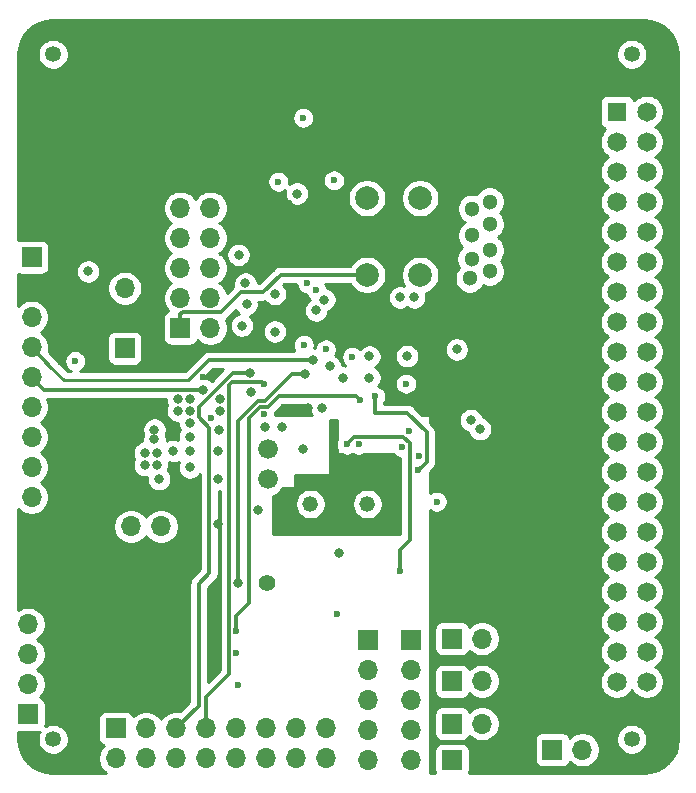
<source format=gbr>
%TF.GenerationSoftware,KiCad,Pcbnew,5.1.5+dfsg1-2build2*%
%TF.CreationDate,2021-10-16T11:12:39+01:00*%
%TF.ProjectId,bluePillG,626c7565-5069-46c6-9c47-2e6b69636164,rev?*%
%TF.SameCoordinates,Original*%
%TF.FileFunction,Copper,L2,Inr*%
%TF.FilePolarity,Positive*%
%FSLAX46Y46*%
G04 Gerber Fmt 4.6, Leading zero omitted, Abs format (unit mm)*
G04 Created by KiCad (PCBNEW 5.1.5+dfsg1-2build2) date 2021-10-16 11:12:39*
%MOMM*%
%LPD*%
G04 APERTURE LIST*
%TA.AperFunction,ViaPad*%
%ADD10C,1.350000*%
%TD*%
%TA.AperFunction,ViaPad*%
%ADD11C,1.640000*%
%TD*%
%TA.AperFunction,ViaPad*%
%ADD12R,1.640000X1.640000*%
%TD*%
%TA.AperFunction,ViaPad*%
%ADD13O,1.700000X1.700000*%
%TD*%
%TA.AperFunction,ViaPad*%
%ADD14R,1.700000X1.700000*%
%TD*%
%TA.AperFunction,ViaPad*%
%ADD15C,1.320800*%
%TD*%
%TA.AperFunction,ViaPad*%
%ADD16C,1.676400*%
%TD*%
%TA.AperFunction,ViaPad*%
%ADD17C,2.000000*%
%TD*%
%TA.AperFunction,ViaPad*%
%ADD18C,0.800000*%
%TD*%
%TA.AperFunction,ViaPad*%
%ADD19C,0.600000*%
%TD*%
%TA.AperFunction,ViaPad*%
%ADD20C,1.400000*%
%TD*%
%TA.AperFunction,ViaPad*%
%ADD21C,1.300000*%
%TD*%
%TA.AperFunction,Conductor*%
%ADD22C,0.300000*%
%TD*%
%TA.AperFunction,Conductor*%
%ADD23C,0.250000*%
%TD*%
%TA.AperFunction,Conductor*%
%ADD24C,0.254000*%
%TD*%
G04 APERTURE END LIST*
D10*
%TO.N,N/C*%
%TO.C,J4*%
X26520000Y-46920000D03*
X26520000Y-104920000D03*
X75520000Y-104920000D03*
X75520000Y-46920000D03*
D11*
%TO.N,Net-(J4-Pad40)*%
X76790000Y-100050000D03*
%TO.N,GND*%
X74250000Y-100050000D03*
%TO.N,Net-(J4-Pad38)*%
X76790000Y-97510000D03*
%TO.N,Net-(J4-Pad37)*%
X74250000Y-97510000D03*
%TO.N,Net-(J4-Pad36)*%
X76790000Y-94970000D03*
%TO.N,Net-(J4-Pad35)*%
X74250000Y-94970000D03*
%TO.N,GND*%
X76790000Y-92430000D03*
%TO.N,Net-(J4-Pad33)*%
X74250000Y-92430000D03*
%TO.N,Net-(J4-Pad32)*%
X76790000Y-89890000D03*
%TO.N,Net-(J4-Pad31)*%
X74250000Y-89890000D03*
%TO.N,GND*%
X76790000Y-87350000D03*
%TO.N,Net-(J4-Pad29)*%
X74250000Y-87350000D03*
%TO.N,Net-(J4-Pad28)*%
X76790000Y-84810000D03*
%TO.N,Net-(J4-Pad27)*%
X74250000Y-84810000D03*
%TO.N,Net-(J4-Pad26)*%
X76790000Y-82270000D03*
%TO.N,GND*%
X74250000Y-82270000D03*
%TO.N,Net-(J4-Pad24)*%
X76790000Y-79730000D03*
%TO.N,Net-(J4-Pad23)*%
X74250000Y-79730000D03*
%TO.N,Net-(J4-Pad22)*%
X76790000Y-77190000D03*
%TO.N,Net-(J4-Pad21)*%
X74250000Y-77190000D03*
%TO.N,GND*%
X76790000Y-74650000D03*
%TO.N,Net-(J4-Pad19)*%
X74250000Y-74650000D03*
%TO.N,Net-(J4-Pad18)*%
X76790000Y-72110000D03*
%TO.N,Net-(J4-Pad17)*%
X74250000Y-72110000D03*
%TO.N,Net-(J4-Pad16)*%
X76790000Y-69570000D03*
%TO.N,Net-(J4-Pad15)*%
X74250000Y-69570000D03*
%TO.N,GND*%
X76790000Y-67030000D03*
%TO.N,Net-(J4-Pad13)*%
X74250000Y-67030000D03*
%TO.N,Net-(J4-Pad12)*%
X76790000Y-64490000D03*
%TO.N,Net-(J4-Pad11)*%
X74250000Y-64490000D03*
%TO.N,PB6*%
X76790000Y-61950000D03*
%TO.N,GND*%
X74250000Y-61950000D03*
%TO.N,PB7*%
X76790000Y-59410000D03*
%TO.N,Net-(J4-Pad7)*%
X74250000Y-59410000D03*
%TO.N,GND*%
X76790000Y-56870000D03*
%TO.N,Net-(J4-Pad5)*%
X74250000Y-56870000D03*
%TO.N,+5V*%
X76790000Y-54330000D03*
%TO.N,Net-(J4-Pad3)*%
X74250000Y-54330000D03*
%TO.N,+5V*%
X76790000Y-51790000D03*
D12*
%TO.N,Net-(J4-Pad1)*%
X74250000Y-51790000D03*
%TD*%
D13*
%TO.N,Net-(J15-Pad9)*%
%TO.C,J15*%
X24700874Y-84420001D03*
%TO.N,Net-(J15-Pad8)*%
X24700874Y-81880001D03*
%TO.N,Net-(J15-Pad7)*%
X24700874Y-79340001D03*
%TO.N,Net-(J15-Pad6)*%
X24700874Y-76800001D03*
%TO.N,I2C_SDA*%
X24700874Y-74260001D03*
%TO.N,I2C_SCL*%
X24700874Y-71720001D03*
%TO.N,GND*%
X24700874Y-69180001D03*
%TO.N,+3V3*%
X24700874Y-66640001D03*
D14*
%TO.N,Net-(J15-Pad1)*%
X24700874Y-64100001D03*
%TD*%
D13*
%TO.N,I2C_SDA*%
%TO.C,J14*%
X53200000Y-106660000D03*
X53200000Y-104120000D03*
X53200000Y-101580000D03*
X53200000Y-99040000D03*
D14*
X53200000Y-96500000D03*
%TD*%
D13*
%TO.N,I2C_SCL*%
%TO.C,J13*%
X56800000Y-106660000D03*
X56800000Y-104120000D03*
X56800000Y-101580000D03*
X56800000Y-99040000D03*
D14*
X56800000Y-96500000D03*
%TD*%
D13*
%TO.N,GND*%
%TO.C,J12*%
X49620000Y-106540000D03*
%TO.N,PB1*%
X49620000Y-104000000D03*
%TO.N,GND*%
X47080000Y-106540000D03*
%TO.N,PB0*%
X47080000Y-104000000D03*
%TO.N,GND*%
X44540000Y-106540000D03*
%TO.N,PA11*%
X44540000Y-104000000D03*
%TO.N,GND*%
X42000000Y-106540000D03*
%TO.N,PA10*%
X42000000Y-104000000D03*
%TO.N,GND*%
X39460000Y-106540000D03*
%TO.N,PB5*%
X39460000Y-104000000D03*
%TO.N,GND*%
X36920000Y-106540000D03*
%TO.N,PB4*%
X36920000Y-104000000D03*
%TO.N,GND*%
X34380000Y-106540000D03*
%TO.N,PA9*%
X34380000Y-104000000D03*
%TO.N,GND*%
X31840000Y-106540000D03*
D14*
%TO.N,PA8*%
X31840000Y-104000000D03*
%TD*%
%TO.N,PA4*%
%TO.C,J11*%
X60300000Y-106700000D03*
%TD*%
D13*
%TO.N,PA7*%
%TO.C,J10*%
X62840000Y-103600000D03*
D14*
X60300000Y-103600000D03*
%TD*%
D13*
%TO.N,PA6*%
%TO.C,J9*%
X62840000Y-100000000D03*
D14*
X60300000Y-100000000D03*
%TD*%
D13*
%TO.N,PA5*%
%TO.C,J8*%
X62840000Y-96400000D03*
D14*
X60300000Y-96400000D03*
%TD*%
D13*
%TO.N,ADC3*%
%TO.C,J7*%
X24400000Y-95180000D03*
%TO.N,ADC2*%
X24400000Y-97720000D03*
%TO.N,ADC1*%
X24400000Y-100260000D03*
D14*
%TO.N,ADC0*%
X24400000Y-102800000D03*
%TD*%
D13*
%TO.N,GND*%
%TO.C,J6*%
X71340000Y-105800000D03*
D14*
%TO.N,+5V*%
X68800000Y-105800000D03*
%TD*%
D15*
%TO.N,Net-(C19-Pad1)*%
%TO.C,Y2*%
X53126000Y-85000000D03*
%TO.N,OSC_IN*%
X48300000Y-85000000D03*
%TD*%
D16*
%TO.N,OSC32_OUT*%
%TO.C,Y1*%
X44700000Y-82900000D03*
%TO.N,OSC32_IN*%
X44700000Y-80360000D03*
%TD*%
D17*
%TO.N,NRST*%
%TO.C,SW1*%
X53100000Y-59100000D03*
%TO.N,GND*%
X57600000Y-59100000D03*
%TO.N,NRST*%
X53100000Y-65600000D03*
%TO.N,GND*%
X57600000Y-65600000D03*
%TD*%
D13*
%TO.N,+3V3S*%
%TO.C,J3*%
X32600000Y-66720000D03*
%TO.N,+3V3*%
X32600000Y-69260000D03*
D14*
%TO.N,+3.3VP*%
X32600000Y-71800000D03*
%TD*%
D13*
%TO.N,GND*%
%TO.C,J2*%
X33120000Y-86900000D03*
%TO.N,Net-(J2-Pad2)*%
X35660000Y-86900000D03*
D14*
%TO.N,+3V3*%
X38200000Y-86900000D03*
%TD*%
D13*
%TO.N,+5V*%
%TO.C,J1*%
X39840000Y-59940000D03*
X37300000Y-59940000D03*
%TO.N,+3V3S*%
X39840000Y-62480000D03*
X37300000Y-62480000D03*
%TO.N,GND*%
X39840000Y-65020000D03*
X37300000Y-65020000D03*
%TO.N,PA13*%
X39840000Y-67560000D03*
%TO.N,SWIW*%
X37300000Y-67560000D03*
%TO.N,PA14*%
X39840000Y-70100000D03*
D14*
%TO.N,NRST*%
X37300000Y-70100000D03*
%TD*%
D18*
%TO.N,+3V3*%
X47700000Y-80300000D03*
X44500000Y-78500000D03*
X50600000Y-61400000D03*
X58300000Y-69700000D03*
X56100000Y-71300000D03*
X58700000Y-71300000D03*
X34500000Y-69300000D03*
X34500000Y-70500000D03*
X34500000Y-71700000D03*
X34500000Y-73100000D03*
X34500000Y-67900000D03*
X35300000Y-67900000D03*
X35300000Y-69300000D03*
X35300000Y-70500000D03*
X35300000Y-71700000D03*
X35300000Y-73100000D03*
X48100000Y-76887500D03*
X46900000Y-67200000D03*
X46900000Y-70400000D03*
D19*
X39889667Y-77700000D03*
X39250000Y-74250000D03*
X46500000Y-59500000D03*
X50900000Y-53600000D03*
D18*
X40500000Y-86700000D03*
%TO.N,GND*%
X45900000Y-78500000D03*
X40500000Y-80500000D03*
X40500000Y-82900000D03*
X40550000Y-78750000D03*
X40650000Y-77100000D03*
X53300000Y-72500000D03*
X53300000Y-74300000D03*
X55900000Y-67500000D03*
X57100000Y-67500000D03*
X60700000Y-71900000D03*
X45300000Y-70400000D03*
X45300000Y-67200000D03*
X29500000Y-65300000D03*
X35100000Y-78700000D03*
X35100000Y-79500000D03*
X36700000Y-80500000D03*
X37100000Y-77100000D03*
X38100000Y-77100000D03*
X38100000Y-78100000D03*
X38100000Y-79300000D03*
X38100000Y-80500000D03*
X38100000Y-81900000D03*
X35300000Y-80700000D03*
X35500000Y-82900000D03*
X37100000Y-76100000D03*
X38100000Y-76100000D03*
X35300000Y-81700000D03*
X34300000Y-80700000D03*
X34300000Y-81700000D03*
X50700000Y-87200000D03*
X50700000Y-89150000D03*
X42225000Y-63900000D03*
D19*
X28400000Y-72900000D03*
X54900000Y-81400000D03*
X47748544Y-71531093D03*
X45600000Y-57700000D03*
X50300000Y-57600000D03*
X47700000Y-52300000D03*
X44385113Y-77414558D03*
%TO.N,NRST*%
X51850000Y-72550000D03*
D18*
%TO.N,PC13*%
X49300000Y-76900000D03*
X43900000Y-85500000D03*
%TO.N,BOOT0*%
X43300874Y-75500001D03*
X40650000Y-76099997D03*
%TO.N,PB7*%
X61900000Y-77900000D03*
X51100000Y-74300000D03*
%TO.N,PB6*%
X62650000Y-78650000D03*
X49950000Y-73350000D03*
D19*
%TO.N,PB5*%
X44400874Y-74850001D03*
D18*
%TO.N,PB4*%
X43200874Y-73894221D03*
%TO.N,PB3*%
X47849502Y-73962000D03*
X42150001Y-91700001D03*
D20*
X44600874Y-91700001D03*
D19*
%TO.N,PA12*%
X49610070Y-71908540D03*
D21*
X63500874Y-59400001D03*
D18*
%TO.N,PA11*%
X48800000Y-68600000D03*
%TO.N,PA10*%
X49500000Y-67699997D03*
D19*
%TO.N,PA9*%
X48800000Y-66900000D03*
%TO.N,PA8*%
X48040154Y-66308660D03*
D21*
%TO.N,PB15*%
X62000874Y-60000001D03*
%TO.N,PB14*%
X63500874Y-61300001D03*
%TO.N,PB13*%
X62000874Y-62249998D03*
%TO.N,PB12*%
X63500874Y-63500001D03*
%TO.N,PB11*%
X61950872Y-64249999D03*
D18*
%TO.N,PB10*%
X56500000Y-72487000D03*
D21*
X61798330Y-65897457D03*
D19*
%TO.N,PB2*%
X56400874Y-74800001D03*
D21*
X63500874Y-65300001D03*
D19*
%TO.N,PB1*%
X57490380Y-80909620D03*
X56700000Y-78850000D03*
%TO.N,PB0*%
X53779995Y-75892806D03*
X57450000Y-82150000D03*
D18*
%TO.N,I2C_SDA*%
X39239667Y-75339667D03*
D19*
X50540380Y-94290380D03*
D18*
%TO.N,I2C_SCL*%
X42800000Y-66325000D03*
X47170000Y-58720000D03*
X48500000Y-72800000D03*
D19*
X59000000Y-84800000D03*
%TO.N,ADC3*%
X56065380Y-80184620D03*
%TO.N,ADC2*%
X52479994Y-76150000D03*
X42050001Y-95754518D03*
%TO.N,ADC1*%
X52389135Y-79959635D03*
X42050001Y-97600000D03*
%TO.N,ADC0*%
X51388640Y-79958269D03*
X55900874Y-90700001D03*
X42150000Y-100350000D03*
D18*
%TO.N,PA14*%
X42500000Y-69900000D03*
%TO.N,PA13*%
X42900000Y-68100000D03*
%TD*%
D22*
%TO.N,NRST*%
X51685787Y-65600000D02*
X53100000Y-65600000D01*
X45789998Y-65600000D02*
X51685787Y-65600000D01*
X44314997Y-67075001D02*
X45789998Y-65600000D01*
X42414997Y-67075001D02*
X44314997Y-67075001D01*
X40729997Y-68760001D02*
X42414997Y-67075001D01*
X37489999Y-68760001D02*
X40729997Y-68760001D01*
X37300000Y-68950000D02*
X37489999Y-68760001D01*
X37300000Y-70100000D02*
X37300000Y-68950000D01*
%TO.N,PB5*%
X41400001Y-99399999D02*
X39460000Y-101340000D01*
X41400001Y-74947114D02*
X41400001Y-99399999D01*
X41702893Y-74644222D02*
X41400001Y-74947114D01*
X43742092Y-74644222D02*
X41702893Y-74644222D01*
X39460000Y-101340000D02*
X39460000Y-104000000D01*
X44195095Y-74644222D02*
X44400874Y-74850001D01*
X43742092Y-74644222D02*
X44195095Y-74644222D01*
%TO.N,PB4*%
X38850001Y-76789994D02*
X41745774Y-73894221D01*
X38850001Y-77622336D02*
X38850001Y-76789994D01*
X39749999Y-78522334D02*
X38850001Y-77622336D01*
X39749999Y-90850876D02*
X39749999Y-78522334D01*
X41745774Y-73894221D02*
X43382091Y-73894221D01*
X38850001Y-91750874D02*
X39749999Y-90850876D01*
X38850001Y-102069999D02*
X38850001Y-91750874D01*
X36920000Y-104000000D02*
X38850001Y-102069999D01*
%TO.N,PB3*%
X43866002Y-76264547D02*
X42200874Y-77929675D01*
X44490004Y-76264547D02*
X43866002Y-76264547D01*
X46792551Y-73962000D02*
X44490004Y-76264547D01*
X47849502Y-73962000D02*
X46792551Y-73962000D01*
X42200874Y-91649128D02*
X42150001Y-91700001D01*
X42200874Y-91500001D02*
X42200874Y-91649128D01*
X42200874Y-77929675D02*
X42200874Y-91500001D01*
%TO.N,PB0*%
X53779995Y-75892806D02*
X53779995Y-77291997D01*
X53779995Y-77291997D02*
X56491997Y-77291997D01*
X57749999Y-81850001D02*
X57450000Y-82150000D01*
X58140381Y-81459619D02*
X57749999Y-81850001D01*
X58140381Y-78940381D02*
X58140381Y-81459619D01*
X56491997Y-77291997D02*
X58140381Y-78940381D01*
%TO.N,I2C_SDA*%
X25729666Y-75339667D02*
X24650000Y-74260001D01*
X39239667Y-75339667D02*
X25729666Y-75339667D01*
%TO.N,I2C_SCL*%
X39737998Y-72800000D02*
X47934315Y-72800000D01*
X47934315Y-72800000D02*
X48500000Y-72800000D01*
X38017998Y-74520000D02*
X39737998Y-72800000D01*
X25765437Y-72835438D02*
X24650000Y-71720001D01*
X26300874Y-73370875D02*
X25765437Y-72835438D01*
D23*
X27449999Y-74520000D02*
X26300874Y-73370875D01*
X38017998Y-74520000D02*
X27449999Y-74520000D01*
D22*
%TO.N,ADC2*%
X41900011Y-95604528D02*
X42050001Y-95754518D01*
X52179995Y-75850001D02*
X52479994Y-76150000D01*
X45611670Y-75850001D02*
X52179995Y-75850001D01*
X44697114Y-76764557D02*
X45611670Y-75850001D01*
X43149999Y-77687670D02*
X44073112Y-76764557D01*
X43149999Y-93349126D02*
X43149999Y-77687670D01*
X44073112Y-76764557D02*
X44697114Y-76764557D01*
X42050001Y-94449124D02*
X43149999Y-93349126D01*
X42050001Y-95754518D02*
X42050001Y-94449124D01*
%TO.N,ADC0*%
X55900874Y-88896545D02*
X55900874Y-90700001D01*
X56715381Y-88082038D02*
X55900874Y-88896545D01*
X56715381Y-79872619D02*
X56715381Y-88082038D01*
X56152396Y-79309634D02*
X56715381Y-79872619D01*
X52037275Y-79309634D02*
X56152396Y-79309634D01*
X51388640Y-79958269D02*
X52037275Y-79309634D01*
%TD*%
D24*
%TO.N,GND*%
G36*
X50573000Y-79496005D02*
G01*
X50560054Y-79515380D01*
X50489572Y-79685540D01*
X50453640Y-79866180D01*
X50453640Y-80050358D01*
X50489572Y-80230998D01*
X50560054Y-80401158D01*
X50573000Y-80420533D01*
X50573000Y-80600000D01*
X50575440Y-80624776D01*
X50582667Y-80648601D01*
X50594403Y-80670557D01*
X50610197Y-80689803D01*
X50629443Y-80705597D01*
X50651399Y-80717333D01*
X50675224Y-80724560D01*
X50700000Y-80727000D01*
X50856171Y-80727000D01*
X50945751Y-80786855D01*
X51115911Y-80857337D01*
X51296551Y-80893269D01*
X51480729Y-80893269D01*
X51661369Y-80857337D01*
X51831529Y-80786855D01*
X51887865Y-80749212D01*
X51946246Y-80788221D01*
X52116406Y-80858703D01*
X52297046Y-80894635D01*
X52481224Y-80894635D01*
X52661864Y-80858703D01*
X52832024Y-80788221D01*
X52923648Y-80727000D01*
X55303272Y-80727000D01*
X55339118Y-80780648D01*
X55469352Y-80910882D01*
X55622491Y-81013206D01*
X55792651Y-81083688D01*
X55930381Y-81111085D01*
X55930382Y-87573000D01*
X45127000Y-87573000D01*
X45127000Y-84872414D01*
X47004600Y-84872414D01*
X47004600Y-85127586D01*
X47054381Y-85377854D01*
X47152031Y-85613602D01*
X47293797Y-85825769D01*
X47474231Y-86006203D01*
X47686398Y-86147969D01*
X47922146Y-86245619D01*
X48172414Y-86295400D01*
X48427586Y-86295400D01*
X48677854Y-86245619D01*
X48913602Y-86147969D01*
X49125769Y-86006203D01*
X49306203Y-85825769D01*
X49447969Y-85613602D01*
X49545619Y-85377854D01*
X49595400Y-85127586D01*
X49595400Y-84872414D01*
X51830600Y-84872414D01*
X51830600Y-85127586D01*
X51880381Y-85377854D01*
X51978031Y-85613602D01*
X52119797Y-85825769D01*
X52300231Y-86006203D01*
X52512398Y-86147969D01*
X52748146Y-86245619D01*
X52998414Y-86295400D01*
X53253586Y-86295400D01*
X53503854Y-86245619D01*
X53739602Y-86147969D01*
X53951769Y-86006203D01*
X54132203Y-85825769D01*
X54273969Y-85613602D01*
X54371619Y-85377854D01*
X54421400Y-85127586D01*
X54421400Y-84872414D01*
X54371619Y-84622146D01*
X54273969Y-84386398D01*
X54132203Y-84174231D01*
X53951769Y-83993797D01*
X53739602Y-83852031D01*
X53503854Y-83754381D01*
X53253586Y-83704600D01*
X52998414Y-83704600D01*
X52748146Y-83754381D01*
X52512398Y-83852031D01*
X52300231Y-83993797D01*
X52119797Y-84174231D01*
X51978031Y-84386398D01*
X51880381Y-84622146D01*
X51830600Y-84872414D01*
X49595400Y-84872414D01*
X49545619Y-84622146D01*
X49447969Y-84386398D01*
X49306203Y-84174231D01*
X49125769Y-83993797D01*
X48913602Y-83852031D01*
X48677854Y-83754381D01*
X48427586Y-83704600D01*
X48172414Y-83704600D01*
X47922146Y-83754381D01*
X47686398Y-83852031D01*
X47474231Y-83993797D01*
X47293797Y-84174231D01*
X47152031Y-84386398D01*
X47054381Y-84622146D01*
X47004600Y-84872414D01*
X45127000Y-84872414D01*
X45127000Y-84317126D01*
X45129717Y-84316586D01*
X45397822Y-84205533D01*
X45639110Y-84044309D01*
X45844309Y-83839110D01*
X45986037Y-83627000D01*
X46900000Y-83627000D01*
X46924776Y-83624560D01*
X46948601Y-83617333D01*
X46970557Y-83605597D01*
X46989803Y-83589803D01*
X47005597Y-83570557D01*
X47017333Y-83548601D01*
X47024560Y-83524776D01*
X47027000Y-83500000D01*
X47027000Y-82527000D01*
X49800000Y-82527000D01*
X49824776Y-82524560D01*
X49848601Y-82517333D01*
X49870557Y-82505597D01*
X49889803Y-82489803D01*
X49905597Y-82470557D01*
X49917333Y-82448601D01*
X49924560Y-82424776D01*
X49927000Y-82400000D01*
X49927000Y-77927000D01*
X50573000Y-77927000D01*
X50573000Y-79496005D01*
G37*
X50573000Y-79496005D02*
X50560054Y-79515380D01*
X50489572Y-79685540D01*
X50453640Y-79866180D01*
X50453640Y-80050358D01*
X50489572Y-80230998D01*
X50560054Y-80401158D01*
X50573000Y-80420533D01*
X50573000Y-80600000D01*
X50575440Y-80624776D01*
X50582667Y-80648601D01*
X50594403Y-80670557D01*
X50610197Y-80689803D01*
X50629443Y-80705597D01*
X50651399Y-80717333D01*
X50675224Y-80724560D01*
X50700000Y-80727000D01*
X50856171Y-80727000D01*
X50945751Y-80786855D01*
X51115911Y-80857337D01*
X51296551Y-80893269D01*
X51480729Y-80893269D01*
X51661369Y-80857337D01*
X51831529Y-80786855D01*
X51887865Y-80749212D01*
X51946246Y-80788221D01*
X52116406Y-80858703D01*
X52297046Y-80894635D01*
X52481224Y-80894635D01*
X52661864Y-80858703D01*
X52832024Y-80788221D01*
X52923648Y-80727000D01*
X55303272Y-80727000D01*
X55339118Y-80780648D01*
X55469352Y-80910882D01*
X55622491Y-81013206D01*
X55792651Y-81083688D01*
X55930381Y-81111085D01*
X55930382Y-87573000D01*
X45127000Y-87573000D01*
X45127000Y-84872414D01*
X47004600Y-84872414D01*
X47004600Y-85127586D01*
X47054381Y-85377854D01*
X47152031Y-85613602D01*
X47293797Y-85825769D01*
X47474231Y-86006203D01*
X47686398Y-86147969D01*
X47922146Y-86245619D01*
X48172414Y-86295400D01*
X48427586Y-86295400D01*
X48677854Y-86245619D01*
X48913602Y-86147969D01*
X49125769Y-86006203D01*
X49306203Y-85825769D01*
X49447969Y-85613602D01*
X49545619Y-85377854D01*
X49595400Y-85127586D01*
X49595400Y-84872414D01*
X51830600Y-84872414D01*
X51830600Y-85127586D01*
X51880381Y-85377854D01*
X51978031Y-85613602D01*
X52119797Y-85825769D01*
X52300231Y-86006203D01*
X52512398Y-86147969D01*
X52748146Y-86245619D01*
X52998414Y-86295400D01*
X53253586Y-86295400D01*
X53503854Y-86245619D01*
X53739602Y-86147969D01*
X53951769Y-86006203D01*
X54132203Y-85825769D01*
X54273969Y-85613602D01*
X54371619Y-85377854D01*
X54421400Y-85127586D01*
X54421400Y-84872414D01*
X54371619Y-84622146D01*
X54273969Y-84386398D01*
X54132203Y-84174231D01*
X53951769Y-83993797D01*
X53739602Y-83852031D01*
X53503854Y-83754381D01*
X53253586Y-83704600D01*
X52998414Y-83704600D01*
X52748146Y-83754381D01*
X52512398Y-83852031D01*
X52300231Y-83993797D01*
X52119797Y-84174231D01*
X51978031Y-84386398D01*
X51880381Y-84622146D01*
X51830600Y-84872414D01*
X49595400Y-84872414D01*
X49545619Y-84622146D01*
X49447969Y-84386398D01*
X49306203Y-84174231D01*
X49125769Y-83993797D01*
X48913602Y-83852031D01*
X48677854Y-83754381D01*
X48427586Y-83704600D01*
X48172414Y-83704600D01*
X47922146Y-83754381D01*
X47686398Y-83852031D01*
X47474231Y-83993797D01*
X47293797Y-84174231D01*
X47152031Y-84386398D01*
X47054381Y-84622146D01*
X47004600Y-84872414D01*
X45127000Y-84872414D01*
X45127000Y-84317126D01*
X45129717Y-84316586D01*
X45397822Y-84205533D01*
X45639110Y-84044309D01*
X45844309Y-83839110D01*
X45986037Y-83627000D01*
X46900000Y-83627000D01*
X46924776Y-83624560D01*
X46948601Y-83617333D01*
X46970557Y-83605597D01*
X46989803Y-83589803D01*
X47005597Y-83570557D01*
X47017333Y-83548601D01*
X47024560Y-83524776D01*
X47027000Y-83500000D01*
X47027000Y-82527000D01*
X49800000Y-82527000D01*
X49824776Y-82524560D01*
X49848601Y-82517333D01*
X49870557Y-82505597D01*
X49889803Y-82489803D01*
X49905597Y-82470557D01*
X49917333Y-82448601D01*
X49924560Y-82424776D01*
X49927000Y-82400000D01*
X49927000Y-77927000D01*
X50573000Y-77927000D01*
X50573000Y-79496005D01*
%TO.N,+3V3*%
G36*
X36065000Y-76201939D02*
G01*
X36104774Y-76401898D01*
X36182795Y-76590256D01*
X36189306Y-76600000D01*
X36182795Y-76609744D01*
X36104774Y-76798102D01*
X36065000Y-76998061D01*
X36065000Y-77201939D01*
X36104774Y-77401898D01*
X36182795Y-77590256D01*
X36296063Y-77759774D01*
X36440226Y-77903937D01*
X36609744Y-78017205D01*
X36798102Y-78095226D01*
X36998061Y-78135000D01*
X37065000Y-78135000D01*
X37065000Y-78201939D01*
X37104774Y-78401898D01*
X37182795Y-78590256D01*
X37256123Y-78700000D01*
X37182795Y-78809744D01*
X37104774Y-78998102D01*
X37065000Y-79198061D01*
X37065000Y-79401939D01*
X37092958Y-79542492D01*
X37001898Y-79504774D01*
X36801939Y-79465000D01*
X36598061Y-79465000D01*
X36398102Y-79504774D01*
X36209744Y-79582795D01*
X36127935Y-79637458D01*
X36135000Y-79601939D01*
X36135000Y-79398061D01*
X36095226Y-79198102D01*
X36054591Y-79100000D01*
X36095226Y-79001898D01*
X36135000Y-78801939D01*
X36135000Y-78598061D01*
X36095226Y-78398102D01*
X36017205Y-78209744D01*
X35903937Y-78040226D01*
X35759774Y-77896063D01*
X35590256Y-77782795D01*
X35401898Y-77704774D01*
X35201939Y-77665000D01*
X34998061Y-77665000D01*
X34798102Y-77704774D01*
X34609744Y-77782795D01*
X34440226Y-77896063D01*
X34296063Y-78040226D01*
X34182795Y-78209744D01*
X34104774Y-78398102D01*
X34065000Y-78598061D01*
X34065000Y-78801939D01*
X34104774Y-79001898D01*
X34145409Y-79100000D01*
X34104774Y-79198102D01*
X34065000Y-79398061D01*
X34065000Y-79601939D01*
X34082130Y-79688060D01*
X33998102Y-79704774D01*
X33809744Y-79782795D01*
X33640226Y-79896063D01*
X33496063Y-80040226D01*
X33382795Y-80209744D01*
X33304774Y-80398102D01*
X33265000Y-80598061D01*
X33265000Y-80801939D01*
X33304774Y-81001898D01*
X33382795Y-81190256D01*
X33389306Y-81200000D01*
X33382795Y-81209744D01*
X33304774Y-81398102D01*
X33265000Y-81598061D01*
X33265000Y-81801939D01*
X33304774Y-82001898D01*
X33382795Y-82190256D01*
X33496063Y-82359774D01*
X33640226Y-82503937D01*
X33809744Y-82617205D01*
X33998102Y-82695226D01*
X34198061Y-82735000D01*
X34401939Y-82735000D01*
X34480658Y-82719342D01*
X34465000Y-82798061D01*
X34465000Y-83001939D01*
X34504774Y-83201898D01*
X34582795Y-83390256D01*
X34696063Y-83559774D01*
X34840226Y-83703937D01*
X35009744Y-83817205D01*
X35198102Y-83895226D01*
X35398061Y-83935000D01*
X35601939Y-83935000D01*
X35801898Y-83895226D01*
X35990256Y-83817205D01*
X36159774Y-83703937D01*
X36303937Y-83559774D01*
X36417205Y-83390256D01*
X36495226Y-83201898D01*
X36535000Y-83001939D01*
X36535000Y-82798061D01*
X36495226Y-82598102D01*
X36417205Y-82409744D01*
X36303937Y-82240226D01*
X36227972Y-82164261D01*
X36295226Y-82001898D01*
X36335000Y-81801939D01*
X36335000Y-81598061D01*
X36307042Y-81457508D01*
X36398102Y-81495226D01*
X36598061Y-81535000D01*
X36801939Y-81535000D01*
X37001898Y-81495226D01*
X37177519Y-81422481D01*
X37104774Y-81598102D01*
X37065000Y-81798061D01*
X37065000Y-82001939D01*
X37104774Y-82201898D01*
X37182795Y-82390256D01*
X37296063Y-82559774D01*
X37440226Y-82703937D01*
X37609744Y-82817205D01*
X37798102Y-82895226D01*
X37998061Y-82935000D01*
X38201939Y-82935000D01*
X38401898Y-82895226D01*
X38590256Y-82817205D01*
X38759774Y-82703937D01*
X38903937Y-82559774D01*
X38965000Y-82468387D01*
X38964999Y-90525718D01*
X38322186Y-91168532D01*
X38292238Y-91193110D01*
X38267660Y-91223058D01*
X38267656Y-91223062D01*
X38239176Y-91257765D01*
X38194140Y-91312641D01*
X38176844Y-91345000D01*
X38121247Y-91449015D01*
X38076360Y-91596988D01*
X38061204Y-91750874D01*
X38065002Y-91789437D01*
X38065001Y-101744842D01*
X37256918Y-102552925D01*
X37066260Y-102515000D01*
X36773740Y-102515000D01*
X36486842Y-102572068D01*
X36216589Y-102684010D01*
X35973368Y-102846525D01*
X35766525Y-103053368D01*
X35650000Y-103227760D01*
X35533475Y-103053368D01*
X35326632Y-102846525D01*
X35083411Y-102684010D01*
X34813158Y-102572068D01*
X34526260Y-102515000D01*
X34233740Y-102515000D01*
X33946842Y-102572068D01*
X33676589Y-102684010D01*
X33433368Y-102846525D01*
X33301513Y-102978380D01*
X33279502Y-102905820D01*
X33220537Y-102795506D01*
X33141185Y-102698815D01*
X33044494Y-102619463D01*
X32934180Y-102560498D01*
X32814482Y-102524188D01*
X32690000Y-102511928D01*
X30990000Y-102511928D01*
X30865518Y-102524188D01*
X30745820Y-102560498D01*
X30635506Y-102619463D01*
X30538815Y-102698815D01*
X30459463Y-102795506D01*
X30400498Y-102905820D01*
X30364188Y-103025518D01*
X30351928Y-103150000D01*
X30351928Y-104850000D01*
X30364188Y-104974482D01*
X30400498Y-105094180D01*
X30459463Y-105204494D01*
X30538815Y-105301185D01*
X30635506Y-105380537D01*
X30745820Y-105439502D01*
X30818380Y-105461513D01*
X30686525Y-105593368D01*
X30524010Y-105836589D01*
X30412068Y-106106842D01*
X30355000Y-106393740D01*
X30355000Y-106686260D01*
X30412068Y-106973158D01*
X30524010Y-107243411D01*
X30686525Y-107486632D01*
X30893368Y-107693475D01*
X30962998Y-107740000D01*
X26432279Y-107740000D01*
X25848990Y-107682808D01*
X25318964Y-107522783D01*
X24830120Y-107262860D01*
X24401069Y-106912935D01*
X24048155Y-106486335D01*
X23784827Y-105999320D01*
X23621106Y-105470422D01*
X23560000Y-104889038D01*
X23560010Y-104288072D01*
X25250000Y-104288072D01*
X25374482Y-104275812D01*
X25375017Y-104275650D01*
X25359093Y-104299482D01*
X25260342Y-104537887D01*
X25210000Y-104790976D01*
X25210000Y-105049024D01*
X25260342Y-105302113D01*
X25359093Y-105540518D01*
X25502456Y-105755077D01*
X25684923Y-105937544D01*
X25899482Y-106080907D01*
X26137887Y-106179658D01*
X26390976Y-106230000D01*
X26649024Y-106230000D01*
X26902113Y-106179658D01*
X27140518Y-106080907D01*
X27355077Y-105937544D01*
X27537544Y-105755077D01*
X27680907Y-105540518D01*
X27779658Y-105302113D01*
X27830000Y-105049024D01*
X27830000Y-104790976D01*
X27779658Y-104537887D01*
X27680907Y-104299482D01*
X27537544Y-104084923D01*
X27355077Y-103902456D01*
X27140518Y-103759093D01*
X26902113Y-103660342D01*
X26649024Y-103610000D01*
X26390976Y-103610000D01*
X26137887Y-103660342D01*
X25899482Y-103759093D01*
X25875650Y-103775017D01*
X25875812Y-103774482D01*
X25888072Y-103650000D01*
X25888072Y-101950000D01*
X25875812Y-101825518D01*
X25839502Y-101705820D01*
X25780537Y-101595506D01*
X25701185Y-101498815D01*
X25604494Y-101419463D01*
X25494180Y-101360498D01*
X25421620Y-101338487D01*
X25553475Y-101206632D01*
X25715990Y-100963411D01*
X25827932Y-100693158D01*
X25885000Y-100406260D01*
X25885000Y-100113740D01*
X25827932Y-99826842D01*
X25715990Y-99556589D01*
X25553475Y-99313368D01*
X25346632Y-99106525D01*
X25172240Y-98990000D01*
X25346632Y-98873475D01*
X25553475Y-98666632D01*
X25715990Y-98423411D01*
X25827932Y-98153158D01*
X25885000Y-97866260D01*
X25885000Y-97573740D01*
X25827932Y-97286842D01*
X25715990Y-97016589D01*
X25553475Y-96773368D01*
X25346632Y-96566525D01*
X25172240Y-96450000D01*
X25346632Y-96333475D01*
X25553475Y-96126632D01*
X25715990Y-95883411D01*
X25827932Y-95613158D01*
X25885000Y-95326260D01*
X25885000Y-95033740D01*
X25827932Y-94746842D01*
X25715990Y-94476589D01*
X25553475Y-94233368D01*
X25346632Y-94026525D01*
X25103411Y-93864010D01*
X24833158Y-93752068D01*
X24546260Y-93695000D01*
X24253740Y-93695000D01*
X23966842Y-93752068D01*
X23696589Y-93864010D01*
X23560188Y-93955150D01*
X23560312Y-86753740D01*
X31635000Y-86753740D01*
X31635000Y-87046260D01*
X31692068Y-87333158D01*
X31804010Y-87603411D01*
X31966525Y-87846632D01*
X32173368Y-88053475D01*
X32416589Y-88215990D01*
X32686842Y-88327932D01*
X32973740Y-88385000D01*
X33266260Y-88385000D01*
X33553158Y-88327932D01*
X33823411Y-88215990D01*
X34066632Y-88053475D01*
X34273475Y-87846632D01*
X34390000Y-87672240D01*
X34506525Y-87846632D01*
X34713368Y-88053475D01*
X34956589Y-88215990D01*
X35226842Y-88327932D01*
X35513740Y-88385000D01*
X35806260Y-88385000D01*
X36093158Y-88327932D01*
X36363411Y-88215990D01*
X36606632Y-88053475D01*
X36813475Y-87846632D01*
X36975990Y-87603411D01*
X37087932Y-87333158D01*
X37145000Y-87046260D01*
X37145000Y-86753740D01*
X37087932Y-86466842D01*
X36975990Y-86196589D01*
X36813475Y-85953368D01*
X36606632Y-85746525D01*
X36363411Y-85584010D01*
X36093158Y-85472068D01*
X35806260Y-85415000D01*
X35513740Y-85415000D01*
X35226842Y-85472068D01*
X34956589Y-85584010D01*
X34713368Y-85746525D01*
X34506525Y-85953368D01*
X34390000Y-86127760D01*
X34273475Y-85953368D01*
X34066632Y-85746525D01*
X33823411Y-85584010D01*
X33553158Y-85472068D01*
X33266260Y-85415000D01*
X32973740Y-85415000D01*
X32686842Y-85472068D01*
X32416589Y-85584010D01*
X32173368Y-85746525D01*
X31966525Y-85953368D01*
X31804010Y-86196589D01*
X31692068Y-86466842D01*
X31635000Y-86753740D01*
X23560312Y-86753740D01*
X23560336Y-85379570D01*
X23754242Y-85573476D01*
X23997463Y-85735991D01*
X24267716Y-85847933D01*
X24554614Y-85905001D01*
X24847134Y-85905001D01*
X25134032Y-85847933D01*
X25404285Y-85735991D01*
X25647506Y-85573476D01*
X25854349Y-85366633D01*
X26016864Y-85123412D01*
X26128806Y-84853159D01*
X26185874Y-84566261D01*
X26185874Y-84273741D01*
X26128806Y-83986843D01*
X26016864Y-83716590D01*
X25854349Y-83473369D01*
X25647506Y-83266526D01*
X25473114Y-83150001D01*
X25647506Y-83033476D01*
X25854349Y-82826633D01*
X26016864Y-82583412D01*
X26128806Y-82313159D01*
X26185874Y-82026261D01*
X26185874Y-81733741D01*
X26128806Y-81446843D01*
X26016864Y-81176590D01*
X25854349Y-80933369D01*
X25647506Y-80726526D01*
X25473114Y-80610001D01*
X25647506Y-80493476D01*
X25854349Y-80286633D01*
X26016864Y-80043412D01*
X26128806Y-79773159D01*
X26185874Y-79486261D01*
X26185874Y-79193741D01*
X26128806Y-78906843D01*
X26016864Y-78636590D01*
X25854349Y-78393369D01*
X25647506Y-78186526D01*
X25473114Y-78070001D01*
X25647506Y-77953476D01*
X25854349Y-77746633D01*
X26016864Y-77503412D01*
X26128806Y-77233159D01*
X26185874Y-76946261D01*
X26185874Y-76653741D01*
X26128806Y-76366843D01*
X26028494Y-76124667D01*
X36065000Y-76124667D01*
X36065000Y-76201939D01*
G37*
X36065000Y-76201939D02*
X36104774Y-76401898D01*
X36182795Y-76590256D01*
X36189306Y-76600000D01*
X36182795Y-76609744D01*
X36104774Y-76798102D01*
X36065000Y-76998061D01*
X36065000Y-77201939D01*
X36104774Y-77401898D01*
X36182795Y-77590256D01*
X36296063Y-77759774D01*
X36440226Y-77903937D01*
X36609744Y-78017205D01*
X36798102Y-78095226D01*
X36998061Y-78135000D01*
X37065000Y-78135000D01*
X37065000Y-78201939D01*
X37104774Y-78401898D01*
X37182795Y-78590256D01*
X37256123Y-78700000D01*
X37182795Y-78809744D01*
X37104774Y-78998102D01*
X37065000Y-79198061D01*
X37065000Y-79401939D01*
X37092958Y-79542492D01*
X37001898Y-79504774D01*
X36801939Y-79465000D01*
X36598061Y-79465000D01*
X36398102Y-79504774D01*
X36209744Y-79582795D01*
X36127935Y-79637458D01*
X36135000Y-79601939D01*
X36135000Y-79398061D01*
X36095226Y-79198102D01*
X36054591Y-79100000D01*
X36095226Y-79001898D01*
X36135000Y-78801939D01*
X36135000Y-78598061D01*
X36095226Y-78398102D01*
X36017205Y-78209744D01*
X35903937Y-78040226D01*
X35759774Y-77896063D01*
X35590256Y-77782795D01*
X35401898Y-77704774D01*
X35201939Y-77665000D01*
X34998061Y-77665000D01*
X34798102Y-77704774D01*
X34609744Y-77782795D01*
X34440226Y-77896063D01*
X34296063Y-78040226D01*
X34182795Y-78209744D01*
X34104774Y-78398102D01*
X34065000Y-78598061D01*
X34065000Y-78801939D01*
X34104774Y-79001898D01*
X34145409Y-79100000D01*
X34104774Y-79198102D01*
X34065000Y-79398061D01*
X34065000Y-79601939D01*
X34082130Y-79688060D01*
X33998102Y-79704774D01*
X33809744Y-79782795D01*
X33640226Y-79896063D01*
X33496063Y-80040226D01*
X33382795Y-80209744D01*
X33304774Y-80398102D01*
X33265000Y-80598061D01*
X33265000Y-80801939D01*
X33304774Y-81001898D01*
X33382795Y-81190256D01*
X33389306Y-81200000D01*
X33382795Y-81209744D01*
X33304774Y-81398102D01*
X33265000Y-81598061D01*
X33265000Y-81801939D01*
X33304774Y-82001898D01*
X33382795Y-82190256D01*
X33496063Y-82359774D01*
X33640226Y-82503937D01*
X33809744Y-82617205D01*
X33998102Y-82695226D01*
X34198061Y-82735000D01*
X34401939Y-82735000D01*
X34480658Y-82719342D01*
X34465000Y-82798061D01*
X34465000Y-83001939D01*
X34504774Y-83201898D01*
X34582795Y-83390256D01*
X34696063Y-83559774D01*
X34840226Y-83703937D01*
X35009744Y-83817205D01*
X35198102Y-83895226D01*
X35398061Y-83935000D01*
X35601939Y-83935000D01*
X35801898Y-83895226D01*
X35990256Y-83817205D01*
X36159774Y-83703937D01*
X36303937Y-83559774D01*
X36417205Y-83390256D01*
X36495226Y-83201898D01*
X36535000Y-83001939D01*
X36535000Y-82798061D01*
X36495226Y-82598102D01*
X36417205Y-82409744D01*
X36303937Y-82240226D01*
X36227972Y-82164261D01*
X36295226Y-82001898D01*
X36335000Y-81801939D01*
X36335000Y-81598061D01*
X36307042Y-81457508D01*
X36398102Y-81495226D01*
X36598061Y-81535000D01*
X36801939Y-81535000D01*
X37001898Y-81495226D01*
X37177519Y-81422481D01*
X37104774Y-81598102D01*
X37065000Y-81798061D01*
X37065000Y-82001939D01*
X37104774Y-82201898D01*
X37182795Y-82390256D01*
X37296063Y-82559774D01*
X37440226Y-82703937D01*
X37609744Y-82817205D01*
X37798102Y-82895226D01*
X37998061Y-82935000D01*
X38201939Y-82935000D01*
X38401898Y-82895226D01*
X38590256Y-82817205D01*
X38759774Y-82703937D01*
X38903937Y-82559774D01*
X38965000Y-82468387D01*
X38964999Y-90525718D01*
X38322186Y-91168532D01*
X38292238Y-91193110D01*
X38267660Y-91223058D01*
X38267656Y-91223062D01*
X38239176Y-91257765D01*
X38194140Y-91312641D01*
X38176844Y-91345000D01*
X38121247Y-91449015D01*
X38076360Y-91596988D01*
X38061204Y-91750874D01*
X38065002Y-91789437D01*
X38065001Y-101744842D01*
X37256918Y-102552925D01*
X37066260Y-102515000D01*
X36773740Y-102515000D01*
X36486842Y-102572068D01*
X36216589Y-102684010D01*
X35973368Y-102846525D01*
X35766525Y-103053368D01*
X35650000Y-103227760D01*
X35533475Y-103053368D01*
X35326632Y-102846525D01*
X35083411Y-102684010D01*
X34813158Y-102572068D01*
X34526260Y-102515000D01*
X34233740Y-102515000D01*
X33946842Y-102572068D01*
X33676589Y-102684010D01*
X33433368Y-102846525D01*
X33301513Y-102978380D01*
X33279502Y-102905820D01*
X33220537Y-102795506D01*
X33141185Y-102698815D01*
X33044494Y-102619463D01*
X32934180Y-102560498D01*
X32814482Y-102524188D01*
X32690000Y-102511928D01*
X30990000Y-102511928D01*
X30865518Y-102524188D01*
X30745820Y-102560498D01*
X30635506Y-102619463D01*
X30538815Y-102698815D01*
X30459463Y-102795506D01*
X30400498Y-102905820D01*
X30364188Y-103025518D01*
X30351928Y-103150000D01*
X30351928Y-104850000D01*
X30364188Y-104974482D01*
X30400498Y-105094180D01*
X30459463Y-105204494D01*
X30538815Y-105301185D01*
X30635506Y-105380537D01*
X30745820Y-105439502D01*
X30818380Y-105461513D01*
X30686525Y-105593368D01*
X30524010Y-105836589D01*
X30412068Y-106106842D01*
X30355000Y-106393740D01*
X30355000Y-106686260D01*
X30412068Y-106973158D01*
X30524010Y-107243411D01*
X30686525Y-107486632D01*
X30893368Y-107693475D01*
X30962998Y-107740000D01*
X26432279Y-107740000D01*
X25848990Y-107682808D01*
X25318964Y-107522783D01*
X24830120Y-107262860D01*
X24401069Y-106912935D01*
X24048155Y-106486335D01*
X23784827Y-105999320D01*
X23621106Y-105470422D01*
X23560000Y-104889038D01*
X23560010Y-104288072D01*
X25250000Y-104288072D01*
X25374482Y-104275812D01*
X25375017Y-104275650D01*
X25359093Y-104299482D01*
X25260342Y-104537887D01*
X25210000Y-104790976D01*
X25210000Y-105049024D01*
X25260342Y-105302113D01*
X25359093Y-105540518D01*
X25502456Y-105755077D01*
X25684923Y-105937544D01*
X25899482Y-106080907D01*
X26137887Y-106179658D01*
X26390976Y-106230000D01*
X26649024Y-106230000D01*
X26902113Y-106179658D01*
X27140518Y-106080907D01*
X27355077Y-105937544D01*
X27537544Y-105755077D01*
X27680907Y-105540518D01*
X27779658Y-105302113D01*
X27830000Y-105049024D01*
X27830000Y-104790976D01*
X27779658Y-104537887D01*
X27680907Y-104299482D01*
X27537544Y-104084923D01*
X27355077Y-103902456D01*
X27140518Y-103759093D01*
X26902113Y-103660342D01*
X26649024Y-103610000D01*
X26390976Y-103610000D01*
X26137887Y-103660342D01*
X25899482Y-103759093D01*
X25875650Y-103775017D01*
X25875812Y-103774482D01*
X25888072Y-103650000D01*
X25888072Y-101950000D01*
X25875812Y-101825518D01*
X25839502Y-101705820D01*
X25780537Y-101595506D01*
X25701185Y-101498815D01*
X25604494Y-101419463D01*
X25494180Y-101360498D01*
X25421620Y-101338487D01*
X25553475Y-101206632D01*
X25715990Y-100963411D01*
X25827932Y-100693158D01*
X25885000Y-100406260D01*
X25885000Y-100113740D01*
X25827932Y-99826842D01*
X25715990Y-99556589D01*
X25553475Y-99313368D01*
X25346632Y-99106525D01*
X25172240Y-98990000D01*
X25346632Y-98873475D01*
X25553475Y-98666632D01*
X25715990Y-98423411D01*
X25827932Y-98153158D01*
X25885000Y-97866260D01*
X25885000Y-97573740D01*
X25827932Y-97286842D01*
X25715990Y-97016589D01*
X25553475Y-96773368D01*
X25346632Y-96566525D01*
X25172240Y-96450000D01*
X25346632Y-96333475D01*
X25553475Y-96126632D01*
X25715990Y-95883411D01*
X25827932Y-95613158D01*
X25885000Y-95326260D01*
X25885000Y-95033740D01*
X25827932Y-94746842D01*
X25715990Y-94476589D01*
X25553475Y-94233368D01*
X25346632Y-94026525D01*
X25103411Y-93864010D01*
X24833158Y-93752068D01*
X24546260Y-93695000D01*
X24253740Y-93695000D01*
X23966842Y-93752068D01*
X23696589Y-93864010D01*
X23560188Y-93955150D01*
X23560312Y-86753740D01*
X31635000Y-86753740D01*
X31635000Y-87046260D01*
X31692068Y-87333158D01*
X31804010Y-87603411D01*
X31966525Y-87846632D01*
X32173368Y-88053475D01*
X32416589Y-88215990D01*
X32686842Y-88327932D01*
X32973740Y-88385000D01*
X33266260Y-88385000D01*
X33553158Y-88327932D01*
X33823411Y-88215990D01*
X34066632Y-88053475D01*
X34273475Y-87846632D01*
X34390000Y-87672240D01*
X34506525Y-87846632D01*
X34713368Y-88053475D01*
X34956589Y-88215990D01*
X35226842Y-88327932D01*
X35513740Y-88385000D01*
X35806260Y-88385000D01*
X36093158Y-88327932D01*
X36363411Y-88215990D01*
X36606632Y-88053475D01*
X36813475Y-87846632D01*
X36975990Y-87603411D01*
X37087932Y-87333158D01*
X37145000Y-87046260D01*
X37145000Y-86753740D01*
X37087932Y-86466842D01*
X36975990Y-86196589D01*
X36813475Y-85953368D01*
X36606632Y-85746525D01*
X36363411Y-85584010D01*
X36093158Y-85472068D01*
X35806260Y-85415000D01*
X35513740Y-85415000D01*
X35226842Y-85472068D01*
X34956589Y-85584010D01*
X34713368Y-85746525D01*
X34506525Y-85953368D01*
X34390000Y-86127760D01*
X34273475Y-85953368D01*
X34066632Y-85746525D01*
X33823411Y-85584010D01*
X33553158Y-85472068D01*
X33266260Y-85415000D01*
X32973740Y-85415000D01*
X32686842Y-85472068D01*
X32416589Y-85584010D01*
X32173368Y-85746525D01*
X31966525Y-85953368D01*
X31804010Y-86196589D01*
X31692068Y-86466842D01*
X31635000Y-86753740D01*
X23560312Y-86753740D01*
X23560336Y-85379570D01*
X23754242Y-85573476D01*
X23997463Y-85735991D01*
X24267716Y-85847933D01*
X24554614Y-85905001D01*
X24847134Y-85905001D01*
X25134032Y-85847933D01*
X25404285Y-85735991D01*
X25647506Y-85573476D01*
X25854349Y-85366633D01*
X26016864Y-85123412D01*
X26128806Y-84853159D01*
X26185874Y-84566261D01*
X26185874Y-84273741D01*
X26128806Y-83986843D01*
X26016864Y-83716590D01*
X25854349Y-83473369D01*
X25647506Y-83266526D01*
X25473114Y-83150001D01*
X25647506Y-83033476D01*
X25854349Y-82826633D01*
X26016864Y-82583412D01*
X26128806Y-82313159D01*
X26185874Y-82026261D01*
X26185874Y-81733741D01*
X26128806Y-81446843D01*
X26016864Y-81176590D01*
X25854349Y-80933369D01*
X25647506Y-80726526D01*
X25473114Y-80610001D01*
X25647506Y-80493476D01*
X25854349Y-80286633D01*
X26016864Y-80043412D01*
X26128806Y-79773159D01*
X26185874Y-79486261D01*
X26185874Y-79193741D01*
X26128806Y-78906843D01*
X26016864Y-78636590D01*
X25854349Y-78393369D01*
X25647506Y-78186526D01*
X25473114Y-78070001D01*
X25647506Y-77953476D01*
X25854349Y-77746633D01*
X26016864Y-77503412D01*
X26128806Y-77233159D01*
X26185874Y-76946261D01*
X26185874Y-76653741D01*
X26128806Y-76366843D01*
X26028494Y-76124667D01*
X36065000Y-76124667D01*
X36065000Y-76201939D01*
G36*
X77151010Y-44117192D02*
G01*
X77681036Y-44277216D01*
X78169879Y-44537140D01*
X78598931Y-44887065D01*
X78951844Y-45313664D01*
X79215173Y-45800681D01*
X79378894Y-46329578D01*
X79440000Y-46910960D01*
X79440001Y-85967581D01*
X79440000Y-104867721D01*
X79382808Y-105451010D01*
X79222783Y-105981036D01*
X78962860Y-106469880D01*
X78612935Y-106898931D01*
X78186335Y-107251845D01*
X77699320Y-107515173D01*
X77170422Y-107678894D01*
X76589040Y-107740000D01*
X61755937Y-107740000D01*
X61775812Y-107674482D01*
X61788072Y-107550000D01*
X61788072Y-105850000D01*
X61775812Y-105725518D01*
X61739502Y-105605820D01*
X61680537Y-105495506D01*
X61601185Y-105398815D01*
X61504494Y-105319463D01*
X61394180Y-105260498D01*
X61274482Y-105224188D01*
X61150000Y-105211928D01*
X59450000Y-105211928D01*
X59325518Y-105224188D01*
X59205820Y-105260498D01*
X59095506Y-105319463D01*
X58998815Y-105398815D01*
X58919463Y-105495506D01*
X58860498Y-105605820D01*
X58824188Y-105725518D01*
X58811928Y-105850000D01*
X58811928Y-107550000D01*
X58824188Y-107674482D01*
X58844063Y-107740000D01*
X58427000Y-107740000D01*
X58427000Y-102750000D01*
X58811928Y-102750000D01*
X58811928Y-104450000D01*
X58824188Y-104574482D01*
X58860498Y-104694180D01*
X58919463Y-104804494D01*
X58998815Y-104901185D01*
X59095506Y-104980537D01*
X59205820Y-105039502D01*
X59325518Y-105075812D01*
X59450000Y-105088072D01*
X61150000Y-105088072D01*
X61274482Y-105075812D01*
X61394180Y-105039502D01*
X61504494Y-104980537D01*
X61601185Y-104901185D01*
X61680537Y-104804494D01*
X61739502Y-104694180D01*
X61761513Y-104621620D01*
X61893368Y-104753475D01*
X62136589Y-104915990D01*
X62406842Y-105027932D01*
X62693740Y-105085000D01*
X62986260Y-105085000D01*
X63273158Y-105027932D01*
X63461303Y-104950000D01*
X67311928Y-104950000D01*
X67311928Y-106650000D01*
X67324188Y-106774482D01*
X67360498Y-106894180D01*
X67419463Y-107004494D01*
X67498815Y-107101185D01*
X67595506Y-107180537D01*
X67705820Y-107239502D01*
X67825518Y-107275812D01*
X67950000Y-107288072D01*
X69650000Y-107288072D01*
X69774482Y-107275812D01*
X69894180Y-107239502D01*
X70004494Y-107180537D01*
X70101185Y-107101185D01*
X70180537Y-107004494D01*
X70239502Y-106894180D01*
X70261513Y-106821620D01*
X70393368Y-106953475D01*
X70636589Y-107115990D01*
X70906842Y-107227932D01*
X71193740Y-107285000D01*
X71486260Y-107285000D01*
X71773158Y-107227932D01*
X72043411Y-107115990D01*
X72286632Y-106953475D01*
X72493475Y-106746632D01*
X72655990Y-106503411D01*
X72767932Y-106233158D01*
X72825000Y-105946260D01*
X72825000Y-105653740D01*
X72767932Y-105366842D01*
X72655990Y-105096589D01*
X72493475Y-104853368D01*
X72431083Y-104790976D01*
X74210000Y-104790976D01*
X74210000Y-105049024D01*
X74260342Y-105302113D01*
X74359093Y-105540518D01*
X74502456Y-105755077D01*
X74684923Y-105937544D01*
X74899482Y-106080907D01*
X75137887Y-106179658D01*
X75390976Y-106230000D01*
X75649024Y-106230000D01*
X75902113Y-106179658D01*
X76140518Y-106080907D01*
X76355077Y-105937544D01*
X76537544Y-105755077D01*
X76680907Y-105540518D01*
X76779658Y-105302113D01*
X76830000Y-105049024D01*
X76830000Y-104790976D01*
X76779658Y-104537887D01*
X76680907Y-104299482D01*
X76537544Y-104084923D01*
X76355077Y-103902456D01*
X76140518Y-103759093D01*
X75902113Y-103660342D01*
X75649024Y-103610000D01*
X75390976Y-103610000D01*
X75137887Y-103660342D01*
X74899482Y-103759093D01*
X74684923Y-103902456D01*
X74502456Y-104084923D01*
X74359093Y-104299482D01*
X74260342Y-104537887D01*
X74210000Y-104790976D01*
X72431083Y-104790976D01*
X72286632Y-104646525D01*
X72043411Y-104484010D01*
X71773158Y-104372068D01*
X71486260Y-104315000D01*
X71193740Y-104315000D01*
X70906842Y-104372068D01*
X70636589Y-104484010D01*
X70393368Y-104646525D01*
X70261513Y-104778380D01*
X70239502Y-104705820D01*
X70180537Y-104595506D01*
X70101185Y-104498815D01*
X70004494Y-104419463D01*
X69894180Y-104360498D01*
X69774482Y-104324188D01*
X69650000Y-104311928D01*
X67950000Y-104311928D01*
X67825518Y-104324188D01*
X67705820Y-104360498D01*
X67595506Y-104419463D01*
X67498815Y-104498815D01*
X67419463Y-104595506D01*
X67360498Y-104705820D01*
X67324188Y-104825518D01*
X67311928Y-104950000D01*
X63461303Y-104950000D01*
X63543411Y-104915990D01*
X63786632Y-104753475D01*
X63993475Y-104546632D01*
X64155990Y-104303411D01*
X64267932Y-104033158D01*
X64325000Y-103746260D01*
X64325000Y-103453740D01*
X64267932Y-103166842D01*
X64155990Y-102896589D01*
X63993475Y-102653368D01*
X63786632Y-102446525D01*
X63543411Y-102284010D01*
X63273158Y-102172068D01*
X62986260Y-102115000D01*
X62693740Y-102115000D01*
X62406842Y-102172068D01*
X62136589Y-102284010D01*
X61893368Y-102446525D01*
X61761513Y-102578380D01*
X61739502Y-102505820D01*
X61680537Y-102395506D01*
X61601185Y-102298815D01*
X61504494Y-102219463D01*
X61394180Y-102160498D01*
X61274482Y-102124188D01*
X61150000Y-102111928D01*
X59450000Y-102111928D01*
X59325518Y-102124188D01*
X59205820Y-102160498D01*
X59095506Y-102219463D01*
X58998815Y-102298815D01*
X58919463Y-102395506D01*
X58860498Y-102505820D01*
X58824188Y-102625518D01*
X58811928Y-102750000D01*
X58427000Y-102750000D01*
X58427000Y-99150000D01*
X58811928Y-99150000D01*
X58811928Y-100850000D01*
X58824188Y-100974482D01*
X58860498Y-101094180D01*
X58919463Y-101204494D01*
X58998815Y-101301185D01*
X59095506Y-101380537D01*
X59205820Y-101439502D01*
X59325518Y-101475812D01*
X59450000Y-101488072D01*
X61150000Y-101488072D01*
X61274482Y-101475812D01*
X61394180Y-101439502D01*
X61504494Y-101380537D01*
X61601185Y-101301185D01*
X61680537Y-101204494D01*
X61739502Y-101094180D01*
X61761513Y-101021620D01*
X61893368Y-101153475D01*
X62136589Y-101315990D01*
X62406842Y-101427932D01*
X62693740Y-101485000D01*
X62986260Y-101485000D01*
X63273158Y-101427932D01*
X63543411Y-101315990D01*
X63786632Y-101153475D01*
X63993475Y-100946632D01*
X64155990Y-100703411D01*
X64267932Y-100433158D01*
X64325000Y-100146260D01*
X64325000Y-99853740D01*
X64267932Y-99566842D01*
X64155990Y-99296589D01*
X63993475Y-99053368D01*
X63786632Y-98846525D01*
X63543411Y-98684010D01*
X63273158Y-98572068D01*
X62986260Y-98515000D01*
X62693740Y-98515000D01*
X62406842Y-98572068D01*
X62136589Y-98684010D01*
X61893368Y-98846525D01*
X61761513Y-98978380D01*
X61739502Y-98905820D01*
X61680537Y-98795506D01*
X61601185Y-98698815D01*
X61504494Y-98619463D01*
X61394180Y-98560498D01*
X61274482Y-98524188D01*
X61150000Y-98511928D01*
X59450000Y-98511928D01*
X59325518Y-98524188D01*
X59205820Y-98560498D01*
X59095506Y-98619463D01*
X58998815Y-98698815D01*
X58919463Y-98795506D01*
X58860498Y-98905820D01*
X58824188Y-99025518D01*
X58811928Y-99150000D01*
X58427000Y-99150000D01*
X58427000Y-95550000D01*
X58811928Y-95550000D01*
X58811928Y-97250000D01*
X58824188Y-97374482D01*
X58860498Y-97494180D01*
X58919463Y-97604494D01*
X58998815Y-97701185D01*
X59095506Y-97780537D01*
X59205820Y-97839502D01*
X59325518Y-97875812D01*
X59450000Y-97888072D01*
X61150000Y-97888072D01*
X61274482Y-97875812D01*
X61394180Y-97839502D01*
X61504494Y-97780537D01*
X61601185Y-97701185D01*
X61680537Y-97604494D01*
X61739502Y-97494180D01*
X61761513Y-97421620D01*
X61893368Y-97553475D01*
X62136589Y-97715990D01*
X62406842Y-97827932D01*
X62693740Y-97885000D01*
X62986260Y-97885000D01*
X63273158Y-97827932D01*
X63543411Y-97715990D01*
X63786632Y-97553475D01*
X63993475Y-97346632D01*
X64155990Y-97103411D01*
X64267932Y-96833158D01*
X64325000Y-96546260D01*
X64325000Y-96253740D01*
X64267932Y-95966842D01*
X64155990Y-95696589D01*
X63993475Y-95453368D01*
X63786632Y-95246525D01*
X63543411Y-95084010D01*
X63273158Y-94972068D01*
X62986260Y-94915000D01*
X62693740Y-94915000D01*
X62406842Y-94972068D01*
X62136589Y-95084010D01*
X61893368Y-95246525D01*
X61761513Y-95378380D01*
X61739502Y-95305820D01*
X61680537Y-95195506D01*
X61601185Y-95098815D01*
X61504494Y-95019463D01*
X61394180Y-94960498D01*
X61274482Y-94924188D01*
X61150000Y-94911928D01*
X59450000Y-94911928D01*
X59325518Y-94924188D01*
X59205820Y-94960498D01*
X59095506Y-95019463D01*
X58998815Y-95098815D01*
X58919463Y-95195506D01*
X58860498Y-95305820D01*
X58824188Y-95425518D01*
X58811928Y-95550000D01*
X58427000Y-95550000D01*
X58427000Y-85541649D01*
X58557111Y-85628586D01*
X58727271Y-85699068D01*
X58907911Y-85735000D01*
X59092089Y-85735000D01*
X59272729Y-85699068D01*
X59442889Y-85628586D01*
X59596028Y-85526262D01*
X59726262Y-85396028D01*
X59828586Y-85242889D01*
X59899068Y-85072729D01*
X59935000Y-84892089D01*
X59935000Y-84707911D01*
X59899068Y-84527271D01*
X59828586Y-84357111D01*
X59726262Y-84203972D01*
X59596028Y-84073738D01*
X59442889Y-83971414D01*
X59272729Y-83900932D01*
X59092089Y-83865000D01*
X58907911Y-83865000D01*
X58727271Y-83900932D01*
X58557111Y-83971414D01*
X58427000Y-84058351D01*
X58427000Y-82283157D01*
X58668186Y-82041970D01*
X58698145Y-82017383D01*
X58796243Y-81897852D01*
X58869135Y-81761479D01*
X58884215Y-81711768D01*
X58914023Y-81613506D01*
X58924814Y-81503937D01*
X58925381Y-81498180D01*
X58925381Y-81498175D01*
X58929178Y-81459619D01*
X58925381Y-81421063D01*
X58925381Y-78978933D01*
X58929178Y-78940380D01*
X58925381Y-78901827D01*
X58925381Y-78901820D01*
X58914022Y-78786494D01*
X58869135Y-78638521D01*
X58796243Y-78502148D01*
X58745728Y-78440596D01*
X58722726Y-78412568D01*
X58722723Y-78412565D01*
X58698145Y-78382617D01*
X58668198Y-78358040D01*
X58427000Y-78116842D01*
X58427000Y-77798061D01*
X60865000Y-77798061D01*
X60865000Y-78001939D01*
X60904774Y-78201898D01*
X60982795Y-78390256D01*
X61096063Y-78559774D01*
X61240226Y-78703937D01*
X61409744Y-78817205D01*
X61598102Y-78895226D01*
X61645372Y-78904628D01*
X61654774Y-78951898D01*
X61732795Y-79140256D01*
X61846063Y-79309774D01*
X61990226Y-79453937D01*
X62159744Y-79567205D01*
X62348102Y-79645226D01*
X62548061Y-79685000D01*
X62751939Y-79685000D01*
X62951898Y-79645226D01*
X63140256Y-79567205D01*
X63309774Y-79453937D01*
X63453937Y-79309774D01*
X63567205Y-79140256D01*
X63645226Y-78951898D01*
X63685000Y-78751939D01*
X63685000Y-78548061D01*
X63645226Y-78348102D01*
X63567205Y-78159744D01*
X63453937Y-77990226D01*
X63309774Y-77846063D01*
X63140256Y-77732795D01*
X62951898Y-77654774D01*
X62904628Y-77645372D01*
X62895226Y-77598102D01*
X62817205Y-77409744D01*
X62703937Y-77240226D01*
X62559774Y-77096063D01*
X62390256Y-76982795D01*
X62201898Y-76904774D01*
X62001939Y-76865000D01*
X61798061Y-76865000D01*
X61598102Y-76904774D01*
X61409744Y-76982795D01*
X61240226Y-77096063D01*
X61096063Y-77240226D01*
X60982795Y-77409744D01*
X60904774Y-77598102D01*
X60865000Y-77798061D01*
X58427000Y-77798061D01*
X58427000Y-77575000D01*
X58424560Y-77550224D01*
X58417333Y-77526399D01*
X58405597Y-77504443D01*
X58389803Y-77485197D01*
X58370557Y-77469403D01*
X58348601Y-77457667D01*
X58324776Y-77450440D01*
X58299130Y-77448003D01*
X57761840Y-77451683D01*
X57074344Y-76764187D01*
X57049761Y-76734233D01*
X56930230Y-76636135D01*
X56793857Y-76563243D01*
X56645884Y-76518356D01*
X56530558Y-76506997D01*
X56530550Y-76506997D01*
X56491997Y-76503200D01*
X56453444Y-76506997D01*
X54564995Y-76506997D01*
X54564995Y-76400926D01*
X54608581Y-76335695D01*
X54679063Y-76165535D01*
X54714995Y-75984895D01*
X54714995Y-75800717D01*
X54679063Y-75620077D01*
X54608581Y-75449917D01*
X54506257Y-75296778D01*
X54376023Y-75166544D01*
X54222884Y-75064220D01*
X54064921Y-74998790D01*
X54103937Y-74959774D01*
X54217205Y-74790256D01*
X54251313Y-74707912D01*
X55465874Y-74707912D01*
X55465874Y-74892090D01*
X55501806Y-75072730D01*
X55572288Y-75242890D01*
X55674612Y-75396029D01*
X55804846Y-75526263D01*
X55957985Y-75628587D01*
X56128145Y-75699069D01*
X56308785Y-75735001D01*
X56492963Y-75735001D01*
X56673603Y-75699069D01*
X56843763Y-75628587D01*
X56996902Y-75526263D01*
X57127136Y-75396029D01*
X57229460Y-75242890D01*
X57299942Y-75072730D01*
X57335874Y-74892090D01*
X57335874Y-74707912D01*
X57299942Y-74527272D01*
X57229460Y-74357112D01*
X57127136Y-74203973D01*
X56996902Y-74073739D01*
X56843763Y-73971415D01*
X56673603Y-73900933D01*
X56492963Y-73865001D01*
X56308785Y-73865001D01*
X56128145Y-73900933D01*
X55957985Y-73971415D01*
X55804846Y-74073739D01*
X55674612Y-74203973D01*
X55572288Y-74357112D01*
X55501806Y-74527272D01*
X55465874Y-74707912D01*
X54251313Y-74707912D01*
X54295226Y-74601898D01*
X54335000Y-74401939D01*
X54335000Y-74198061D01*
X54295226Y-73998102D01*
X54217205Y-73809744D01*
X54103937Y-73640226D01*
X53959774Y-73496063D01*
X53816005Y-73400000D01*
X53959774Y-73303937D01*
X54103937Y-73159774D01*
X54217205Y-72990256D01*
X54295226Y-72801898D01*
X54335000Y-72601939D01*
X54335000Y-72398061D01*
X54332415Y-72385061D01*
X55465000Y-72385061D01*
X55465000Y-72588939D01*
X55504774Y-72788898D01*
X55582795Y-72977256D01*
X55696063Y-73146774D01*
X55840226Y-73290937D01*
X56009744Y-73404205D01*
X56198102Y-73482226D01*
X56398061Y-73522000D01*
X56601939Y-73522000D01*
X56801898Y-73482226D01*
X56990256Y-73404205D01*
X57159774Y-73290937D01*
X57303937Y-73146774D01*
X57417205Y-72977256D01*
X57495226Y-72788898D01*
X57535000Y-72588939D01*
X57535000Y-72385061D01*
X57495226Y-72185102D01*
X57417205Y-71996744D01*
X57303937Y-71827226D01*
X57274772Y-71798061D01*
X59665000Y-71798061D01*
X59665000Y-72001939D01*
X59704774Y-72201898D01*
X59782795Y-72390256D01*
X59896063Y-72559774D01*
X60040226Y-72703937D01*
X60209744Y-72817205D01*
X60398102Y-72895226D01*
X60598061Y-72935000D01*
X60801939Y-72935000D01*
X61001898Y-72895226D01*
X61190256Y-72817205D01*
X61359774Y-72703937D01*
X61503937Y-72559774D01*
X61617205Y-72390256D01*
X61695226Y-72201898D01*
X61735000Y-72001939D01*
X61735000Y-71798061D01*
X61695226Y-71598102D01*
X61617205Y-71409744D01*
X61503937Y-71240226D01*
X61359774Y-71096063D01*
X61190256Y-70982795D01*
X61001898Y-70904774D01*
X60801939Y-70865000D01*
X60598061Y-70865000D01*
X60398102Y-70904774D01*
X60209744Y-70982795D01*
X60040226Y-71096063D01*
X59896063Y-71240226D01*
X59782795Y-71409744D01*
X59704774Y-71598102D01*
X59665000Y-71798061D01*
X57274772Y-71798061D01*
X57159774Y-71683063D01*
X56990256Y-71569795D01*
X56801898Y-71491774D01*
X56601939Y-71452000D01*
X56398061Y-71452000D01*
X56198102Y-71491774D01*
X56009744Y-71569795D01*
X55840226Y-71683063D01*
X55696063Y-71827226D01*
X55582795Y-71996744D01*
X55504774Y-72185102D01*
X55465000Y-72385061D01*
X54332415Y-72385061D01*
X54295226Y-72198102D01*
X54217205Y-72009744D01*
X54103937Y-71840226D01*
X53959774Y-71696063D01*
X53790256Y-71582795D01*
X53601898Y-71504774D01*
X53401939Y-71465000D01*
X53198061Y-71465000D01*
X52998102Y-71504774D01*
X52809744Y-71582795D01*
X52640226Y-71696063D01*
X52496063Y-71840226D01*
X52482626Y-71860336D01*
X52446028Y-71823738D01*
X52292889Y-71721414D01*
X52122729Y-71650932D01*
X51942089Y-71615000D01*
X51757911Y-71615000D01*
X51577271Y-71650932D01*
X51407111Y-71721414D01*
X51253972Y-71823738D01*
X51123738Y-71953972D01*
X51021414Y-72107111D01*
X50950932Y-72277271D01*
X50915000Y-72457911D01*
X50915000Y-72642089D01*
X50950932Y-72822729D01*
X51021414Y-72992889D01*
X51123738Y-73146028D01*
X51252833Y-73275123D01*
X51201939Y-73265000D01*
X50998061Y-73265000D01*
X50985000Y-73267598D01*
X50985000Y-73248061D01*
X50945226Y-73048102D01*
X50867205Y-72859744D01*
X50753937Y-72690226D01*
X50609774Y-72546063D01*
X50440256Y-72432795D01*
X50396421Y-72414638D01*
X50438656Y-72351429D01*
X50509138Y-72181269D01*
X50545070Y-72000629D01*
X50545070Y-71816451D01*
X50509138Y-71635811D01*
X50438656Y-71465651D01*
X50336332Y-71312512D01*
X50206098Y-71182278D01*
X50052959Y-71079954D01*
X49882799Y-71009472D01*
X49702159Y-70973540D01*
X49517981Y-70973540D01*
X49337341Y-71009472D01*
X49167181Y-71079954D01*
X49014042Y-71182278D01*
X48883808Y-71312512D01*
X48781484Y-71465651D01*
X48711002Y-71635811D01*
X48682131Y-71780951D01*
X48653302Y-71775217D01*
X48683544Y-71623182D01*
X48683544Y-71439004D01*
X48647612Y-71258364D01*
X48577130Y-71088204D01*
X48474806Y-70935065D01*
X48344572Y-70804831D01*
X48191433Y-70702507D01*
X48021273Y-70632025D01*
X47840633Y-70596093D01*
X47656455Y-70596093D01*
X47475815Y-70632025D01*
X47305655Y-70702507D01*
X47152516Y-70804831D01*
X47022282Y-70935065D01*
X46919958Y-71088204D01*
X46849476Y-71258364D01*
X46813544Y-71439004D01*
X46813544Y-71623182D01*
X46849476Y-71803822D01*
X46919958Y-71973982D01*
X46947365Y-72015000D01*
X39776550Y-72015000D01*
X39737997Y-72011203D01*
X39699444Y-72015000D01*
X39699437Y-72015000D01*
X39598488Y-72024943D01*
X39584110Y-72026359D01*
X39549670Y-72036806D01*
X39436138Y-72071246D01*
X39299765Y-72144138D01*
X39249851Y-72185102D01*
X39210185Y-72217655D01*
X39210182Y-72217658D01*
X39180234Y-72242236D01*
X39155656Y-72272184D01*
X37667841Y-73760000D01*
X28767048Y-73760000D01*
X28842889Y-73728586D01*
X28996028Y-73626262D01*
X29126262Y-73496028D01*
X29228586Y-73342889D01*
X29299068Y-73172729D01*
X29335000Y-72992089D01*
X29335000Y-72807911D01*
X29299068Y-72627271D01*
X29228586Y-72457111D01*
X29126262Y-72303972D01*
X28996028Y-72173738D01*
X28842889Y-72071414D01*
X28672729Y-72000932D01*
X28492089Y-71965000D01*
X28307911Y-71965000D01*
X28127271Y-72000932D01*
X27957111Y-72071414D01*
X27803972Y-72173738D01*
X27673738Y-72303972D01*
X27571414Y-72457111D01*
X27500932Y-72627271D01*
X27465000Y-72807911D01*
X27465000Y-72992089D01*
X27500932Y-73172729D01*
X27571414Y-73342889D01*
X27673738Y-73496028D01*
X27803972Y-73626262D01*
X27957111Y-73728586D01*
X28032952Y-73760000D01*
X27764801Y-73760000D01*
X26978888Y-72974088D01*
X26956735Y-72932642D01*
X26883219Y-72843062D01*
X26347786Y-72307630D01*
X26347782Y-72307625D01*
X26139509Y-72099352D01*
X26185874Y-71866261D01*
X26185874Y-71573741D01*
X26128806Y-71286843D01*
X26016864Y-71016590D01*
X25972371Y-70950000D01*
X31111928Y-70950000D01*
X31111928Y-72650000D01*
X31124188Y-72774482D01*
X31160498Y-72894180D01*
X31219463Y-73004494D01*
X31298815Y-73101185D01*
X31395506Y-73180537D01*
X31505820Y-73239502D01*
X31625518Y-73275812D01*
X31750000Y-73288072D01*
X33450000Y-73288072D01*
X33574482Y-73275812D01*
X33694180Y-73239502D01*
X33804494Y-73180537D01*
X33901185Y-73101185D01*
X33980537Y-73004494D01*
X34039502Y-72894180D01*
X34075812Y-72774482D01*
X34088072Y-72650000D01*
X34088072Y-70950000D01*
X34075812Y-70825518D01*
X34039502Y-70705820D01*
X33980537Y-70595506D01*
X33901185Y-70498815D01*
X33804494Y-70419463D01*
X33694180Y-70360498D01*
X33574482Y-70324188D01*
X33450000Y-70311928D01*
X31750000Y-70311928D01*
X31625518Y-70324188D01*
X31505820Y-70360498D01*
X31395506Y-70419463D01*
X31298815Y-70498815D01*
X31219463Y-70595506D01*
X31160498Y-70705820D01*
X31124188Y-70825518D01*
X31111928Y-70950000D01*
X25972371Y-70950000D01*
X25854349Y-70773369D01*
X25647506Y-70566526D01*
X25473114Y-70450001D01*
X25647506Y-70333476D01*
X25854349Y-70126633D01*
X26016864Y-69883412D01*
X26128806Y-69613159D01*
X26185874Y-69326261D01*
X26185874Y-69250000D01*
X35811928Y-69250000D01*
X35811928Y-70950000D01*
X35824188Y-71074482D01*
X35860498Y-71194180D01*
X35919463Y-71304494D01*
X35998815Y-71401185D01*
X36095506Y-71480537D01*
X36205820Y-71539502D01*
X36325518Y-71575812D01*
X36450000Y-71588072D01*
X38150000Y-71588072D01*
X38274482Y-71575812D01*
X38394180Y-71539502D01*
X38504494Y-71480537D01*
X38601185Y-71401185D01*
X38680537Y-71304494D01*
X38739502Y-71194180D01*
X38761513Y-71121620D01*
X38893368Y-71253475D01*
X39136589Y-71415990D01*
X39406842Y-71527932D01*
X39693740Y-71585000D01*
X39986260Y-71585000D01*
X40273158Y-71527932D01*
X40543411Y-71415990D01*
X40786632Y-71253475D01*
X40993475Y-71046632D01*
X41155990Y-70803411D01*
X41267932Y-70533158D01*
X41325000Y-70246260D01*
X41325000Y-69953740D01*
X41267932Y-69666842D01*
X41164745Y-69417726D01*
X41168230Y-69415863D01*
X41287761Y-69317765D01*
X41312344Y-69287811D01*
X41993651Y-68606504D01*
X42096063Y-68759774D01*
X42233935Y-68897646D01*
X42198102Y-68904774D01*
X42009744Y-68982795D01*
X41840226Y-69096063D01*
X41696063Y-69240226D01*
X41582795Y-69409744D01*
X41504774Y-69598102D01*
X41465000Y-69798061D01*
X41465000Y-70001939D01*
X41504774Y-70201898D01*
X41582795Y-70390256D01*
X41696063Y-70559774D01*
X41840226Y-70703937D01*
X42009744Y-70817205D01*
X42198102Y-70895226D01*
X42398061Y-70935000D01*
X42601939Y-70935000D01*
X42801898Y-70895226D01*
X42990256Y-70817205D01*
X43159774Y-70703937D01*
X43303937Y-70559774D01*
X43417205Y-70390256D01*
X43455393Y-70298061D01*
X44265000Y-70298061D01*
X44265000Y-70501939D01*
X44304774Y-70701898D01*
X44382795Y-70890256D01*
X44496063Y-71059774D01*
X44640226Y-71203937D01*
X44809744Y-71317205D01*
X44998102Y-71395226D01*
X45198061Y-71435000D01*
X45401939Y-71435000D01*
X45601898Y-71395226D01*
X45790256Y-71317205D01*
X45959774Y-71203937D01*
X46103937Y-71059774D01*
X46217205Y-70890256D01*
X46295226Y-70701898D01*
X46335000Y-70501939D01*
X46335000Y-70298061D01*
X46295226Y-70098102D01*
X46217205Y-69909744D01*
X46103937Y-69740226D01*
X45959774Y-69596063D01*
X45790256Y-69482795D01*
X45601898Y-69404774D01*
X45401939Y-69365000D01*
X45198061Y-69365000D01*
X44998102Y-69404774D01*
X44809744Y-69482795D01*
X44640226Y-69596063D01*
X44496063Y-69740226D01*
X44382795Y-69909744D01*
X44304774Y-70098102D01*
X44265000Y-70298061D01*
X43455393Y-70298061D01*
X43495226Y-70201898D01*
X43535000Y-70001939D01*
X43535000Y-69798061D01*
X43495226Y-69598102D01*
X43417205Y-69409744D01*
X43303937Y-69240226D01*
X43166065Y-69102354D01*
X43201898Y-69095226D01*
X43390256Y-69017205D01*
X43559774Y-68903937D01*
X43703937Y-68759774D01*
X43817205Y-68590256D01*
X43895226Y-68401898D01*
X43935000Y-68201939D01*
X43935000Y-67998061D01*
X43907538Y-67860001D01*
X44276444Y-67860001D01*
X44314997Y-67863798D01*
X44353550Y-67860001D01*
X44353558Y-67860001D01*
X44468884Y-67848642D01*
X44485298Y-67843663D01*
X44496063Y-67859774D01*
X44640226Y-68003937D01*
X44809744Y-68117205D01*
X44998102Y-68195226D01*
X45198061Y-68235000D01*
X45401939Y-68235000D01*
X45601898Y-68195226D01*
X45790256Y-68117205D01*
X45959774Y-68003937D01*
X46103937Y-67859774D01*
X46217205Y-67690256D01*
X46295226Y-67501898D01*
X46335000Y-67301939D01*
X46335000Y-67098061D01*
X46295226Y-66898102D01*
X46217205Y-66709744D01*
X46103937Y-66540226D01*
X46031933Y-66468222D01*
X46115156Y-66385000D01*
X47105154Y-66385000D01*
X47105154Y-66400749D01*
X47141086Y-66581389D01*
X47211568Y-66751549D01*
X47313892Y-66904688D01*
X47444126Y-67034922D01*
X47597265Y-67137246D01*
X47767425Y-67207728D01*
X47928718Y-67239812D01*
X47971414Y-67342889D01*
X48073738Y-67496028D01*
X48203972Y-67626262D01*
X48299162Y-67689866D01*
X48140226Y-67796063D01*
X47996063Y-67940226D01*
X47882795Y-68109744D01*
X47804774Y-68298102D01*
X47765000Y-68498061D01*
X47765000Y-68701939D01*
X47804774Y-68901898D01*
X47882795Y-69090256D01*
X47996063Y-69259774D01*
X48140226Y-69403937D01*
X48309744Y-69517205D01*
X48498102Y-69595226D01*
X48698061Y-69635000D01*
X48901939Y-69635000D01*
X49101898Y-69595226D01*
X49290256Y-69517205D01*
X49459774Y-69403937D01*
X49603937Y-69259774D01*
X49717205Y-69090256D01*
X49795226Y-68901898D01*
X49835000Y-68701939D01*
X49835000Y-68681512D01*
X49990256Y-68617202D01*
X50159774Y-68503934D01*
X50303937Y-68359771D01*
X50417205Y-68190253D01*
X50495226Y-68001895D01*
X50535000Y-67801936D01*
X50535000Y-67598058D01*
X50495226Y-67398099D01*
X50495211Y-67398061D01*
X54865000Y-67398061D01*
X54865000Y-67601939D01*
X54904774Y-67801898D01*
X54982795Y-67990256D01*
X55096063Y-68159774D01*
X55240226Y-68303937D01*
X55409744Y-68417205D01*
X55598102Y-68495226D01*
X55798061Y-68535000D01*
X56001939Y-68535000D01*
X56201898Y-68495226D01*
X56390256Y-68417205D01*
X56500000Y-68343877D01*
X56609744Y-68417205D01*
X56798102Y-68495226D01*
X56998061Y-68535000D01*
X57201939Y-68535000D01*
X57401898Y-68495226D01*
X57590256Y-68417205D01*
X57759774Y-68303937D01*
X57903937Y-68159774D01*
X58017205Y-67990256D01*
X58095226Y-67801898D01*
X58135000Y-67601939D01*
X58135000Y-67398061D01*
X58095226Y-67198102D01*
X58083375Y-67169491D01*
X58374463Y-67048918D01*
X58642252Y-66869987D01*
X58869987Y-66642252D01*
X59048918Y-66374463D01*
X59172168Y-66076912D01*
X59233038Y-65770896D01*
X60513330Y-65770896D01*
X60513330Y-66024018D01*
X60562711Y-66272278D01*
X60659577Y-66506133D01*
X60800205Y-66716597D01*
X60979190Y-66895582D01*
X61189654Y-67036210D01*
X61423509Y-67133076D01*
X61671769Y-67182457D01*
X61924891Y-67182457D01*
X62173151Y-67133076D01*
X62407006Y-67036210D01*
X62617470Y-66895582D01*
X62796455Y-66716597D01*
X62937083Y-66506133D01*
X62954332Y-66464491D01*
X63126053Y-66535620D01*
X63374313Y-66585001D01*
X63627435Y-66585001D01*
X63875695Y-66535620D01*
X64109550Y-66438754D01*
X64320014Y-66298126D01*
X64498999Y-66119141D01*
X64639627Y-65908677D01*
X64736493Y-65674822D01*
X64785874Y-65426562D01*
X64785874Y-65173440D01*
X64736493Y-64925180D01*
X64639627Y-64691325D01*
X64498999Y-64480861D01*
X64418139Y-64400001D01*
X64498999Y-64319141D01*
X64639627Y-64108677D01*
X64736493Y-63874822D01*
X64785874Y-63626562D01*
X64785874Y-63373440D01*
X64736493Y-63125180D01*
X64639627Y-62891325D01*
X64498999Y-62680861D01*
X64320014Y-62501876D01*
X64167548Y-62400001D01*
X64320014Y-62298126D01*
X64498999Y-62119141D01*
X64639627Y-61908677D01*
X64736493Y-61674822D01*
X64785874Y-61426562D01*
X64785874Y-61173440D01*
X64736493Y-60925180D01*
X64639627Y-60691325D01*
X64498999Y-60480861D01*
X64368139Y-60350001D01*
X64498999Y-60219141D01*
X64639627Y-60008677D01*
X64736493Y-59774822D01*
X64785874Y-59526562D01*
X64785874Y-59273440D01*
X64736493Y-59025180D01*
X64639627Y-58791325D01*
X64498999Y-58580861D01*
X64320014Y-58401876D01*
X64109550Y-58261248D01*
X63875695Y-58164382D01*
X63627435Y-58115001D01*
X63374313Y-58115001D01*
X63126053Y-58164382D01*
X62892198Y-58261248D01*
X62681734Y-58401876D01*
X62502749Y-58580861D01*
X62379164Y-58765819D01*
X62375695Y-58764382D01*
X62127435Y-58715001D01*
X61874313Y-58715001D01*
X61626053Y-58764382D01*
X61392198Y-58861248D01*
X61181734Y-59001876D01*
X61002749Y-59180861D01*
X60862121Y-59391325D01*
X60765255Y-59625180D01*
X60715874Y-59873440D01*
X60715874Y-60126562D01*
X60765255Y-60374822D01*
X60862121Y-60608677D01*
X61002749Y-60819141D01*
X61181734Y-60998126D01*
X61371613Y-61125000D01*
X61181734Y-61251873D01*
X61002749Y-61430858D01*
X60862121Y-61641322D01*
X60765255Y-61875177D01*
X60715874Y-62123437D01*
X60715874Y-62376559D01*
X60765255Y-62624819D01*
X60862121Y-62858674D01*
X61002749Y-63069138D01*
X61163955Y-63230344D01*
X61131732Y-63251874D01*
X60952747Y-63430859D01*
X60812119Y-63641323D01*
X60715253Y-63875178D01*
X60665872Y-64123438D01*
X60665872Y-64376560D01*
X60715253Y-64624820D01*
X60812119Y-64858675D01*
X60895323Y-64983199D01*
X60800205Y-65078317D01*
X60659577Y-65288781D01*
X60562711Y-65522636D01*
X60513330Y-65770896D01*
X59233038Y-65770896D01*
X59235000Y-65761033D01*
X59235000Y-65438967D01*
X59172168Y-65123088D01*
X59048918Y-64825537D01*
X58869987Y-64557748D01*
X58642252Y-64330013D01*
X58374463Y-64151082D01*
X58076912Y-64027832D01*
X57761033Y-63965000D01*
X57438967Y-63965000D01*
X57123088Y-64027832D01*
X56825537Y-64151082D01*
X56557748Y-64330013D01*
X56330013Y-64557748D01*
X56151082Y-64825537D01*
X56027832Y-65123088D01*
X55965000Y-65438967D01*
X55965000Y-65761033D01*
X56027832Y-66076912D01*
X56151082Y-66374463D01*
X56252027Y-66525538D01*
X56201898Y-66504774D01*
X56001939Y-66465000D01*
X55798061Y-66465000D01*
X55598102Y-66504774D01*
X55409744Y-66582795D01*
X55240226Y-66696063D01*
X55096063Y-66840226D01*
X54982795Y-67009744D01*
X54904774Y-67198102D01*
X54865000Y-67398061D01*
X50495211Y-67398061D01*
X50417205Y-67209741D01*
X50303937Y-67040223D01*
X50159774Y-66896060D01*
X49990256Y-66782792D01*
X49801898Y-66704771D01*
X49710883Y-66686667D01*
X49699068Y-66627271D01*
X49628586Y-66457111D01*
X49580403Y-66385000D01*
X51658123Y-66385000D01*
X51830013Y-66642252D01*
X52057748Y-66869987D01*
X52325537Y-67048918D01*
X52623088Y-67172168D01*
X52938967Y-67235000D01*
X53261033Y-67235000D01*
X53576912Y-67172168D01*
X53874463Y-67048918D01*
X54142252Y-66869987D01*
X54369987Y-66642252D01*
X54548918Y-66374463D01*
X54672168Y-66076912D01*
X54735000Y-65761033D01*
X54735000Y-65438967D01*
X54672168Y-65123088D01*
X54548918Y-64825537D01*
X54369987Y-64557748D01*
X54142252Y-64330013D01*
X53874463Y-64151082D01*
X53576912Y-64027832D01*
X53261033Y-63965000D01*
X52938967Y-63965000D01*
X52623088Y-64027832D01*
X52325537Y-64151082D01*
X52057748Y-64330013D01*
X51830013Y-64557748D01*
X51658123Y-64815000D01*
X45828550Y-64815000D01*
X45789997Y-64811203D01*
X45751444Y-64815000D01*
X45751437Y-64815000D01*
X45650488Y-64824943D01*
X45636110Y-64826359D01*
X45601670Y-64836806D01*
X45488138Y-64871246D01*
X45351765Y-64944138D01*
X45291557Y-64993550D01*
X45262185Y-65017655D01*
X45262182Y-65017658D01*
X45232234Y-65042236D01*
X45207656Y-65072184D01*
X43989840Y-66290001D01*
X43835000Y-66290001D01*
X43835000Y-66223061D01*
X43795226Y-66023102D01*
X43717205Y-65834744D01*
X43603937Y-65665226D01*
X43459774Y-65521063D01*
X43290256Y-65407795D01*
X43101898Y-65329774D01*
X42901939Y-65290000D01*
X42698061Y-65290000D01*
X42498102Y-65329774D01*
X42309744Y-65407795D01*
X42140226Y-65521063D01*
X41996063Y-65665226D01*
X41882795Y-65834744D01*
X41804774Y-66023102D01*
X41765000Y-66223061D01*
X41765000Y-66426939D01*
X41796175Y-66583666D01*
X41263558Y-67116283D01*
X41155990Y-66856589D01*
X40993475Y-66613368D01*
X40786632Y-66406525D01*
X40612240Y-66290000D01*
X40786632Y-66173475D01*
X40993475Y-65966632D01*
X41155990Y-65723411D01*
X41267932Y-65453158D01*
X41325000Y-65166260D01*
X41325000Y-64873740D01*
X41267932Y-64586842D01*
X41155990Y-64316589D01*
X40993475Y-64073368D01*
X40786632Y-63866525D01*
X40684169Y-63798061D01*
X41190000Y-63798061D01*
X41190000Y-64001939D01*
X41229774Y-64201898D01*
X41307795Y-64390256D01*
X41421063Y-64559774D01*
X41565226Y-64703937D01*
X41734744Y-64817205D01*
X41923102Y-64895226D01*
X42123061Y-64935000D01*
X42326939Y-64935000D01*
X42526898Y-64895226D01*
X42715256Y-64817205D01*
X42884774Y-64703937D01*
X43028937Y-64559774D01*
X43142205Y-64390256D01*
X43220226Y-64201898D01*
X43260000Y-64001939D01*
X43260000Y-63798061D01*
X43220226Y-63598102D01*
X43142205Y-63409744D01*
X43028937Y-63240226D01*
X42884774Y-63096063D01*
X42715256Y-62982795D01*
X42526898Y-62904774D01*
X42326939Y-62865000D01*
X42123061Y-62865000D01*
X41923102Y-62904774D01*
X41734744Y-62982795D01*
X41565226Y-63096063D01*
X41421063Y-63240226D01*
X41307795Y-63409744D01*
X41229774Y-63598102D01*
X41190000Y-63798061D01*
X40684169Y-63798061D01*
X40612240Y-63750000D01*
X40786632Y-63633475D01*
X40993475Y-63426632D01*
X41155990Y-63183411D01*
X41267932Y-62913158D01*
X41325000Y-62626260D01*
X41325000Y-62333740D01*
X41267932Y-62046842D01*
X41155990Y-61776589D01*
X40993475Y-61533368D01*
X40786632Y-61326525D01*
X40612240Y-61210000D01*
X40786632Y-61093475D01*
X40993475Y-60886632D01*
X41155990Y-60643411D01*
X41267932Y-60373158D01*
X41325000Y-60086260D01*
X41325000Y-59793740D01*
X41267932Y-59506842D01*
X41155990Y-59236589D01*
X40993475Y-58993368D01*
X40786632Y-58786525D01*
X40543411Y-58624010D01*
X40273158Y-58512068D01*
X39986260Y-58455000D01*
X39693740Y-58455000D01*
X39406842Y-58512068D01*
X39136589Y-58624010D01*
X38893368Y-58786525D01*
X38686525Y-58993368D01*
X38570000Y-59167760D01*
X38453475Y-58993368D01*
X38246632Y-58786525D01*
X38003411Y-58624010D01*
X37733158Y-58512068D01*
X37446260Y-58455000D01*
X37153740Y-58455000D01*
X36866842Y-58512068D01*
X36596589Y-58624010D01*
X36353368Y-58786525D01*
X36146525Y-58993368D01*
X35984010Y-59236589D01*
X35872068Y-59506842D01*
X35815000Y-59793740D01*
X35815000Y-60086260D01*
X35872068Y-60373158D01*
X35984010Y-60643411D01*
X36146525Y-60886632D01*
X36353368Y-61093475D01*
X36527760Y-61210000D01*
X36353368Y-61326525D01*
X36146525Y-61533368D01*
X35984010Y-61776589D01*
X35872068Y-62046842D01*
X35815000Y-62333740D01*
X35815000Y-62626260D01*
X35872068Y-62913158D01*
X35984010Y-63183411D01*
X36146525Y-63426632D01*
X36353368Y-63633475D01*
X36527760Y-63750000D01*
X36353368Y-63866525D01*
X36146525Y-64073368D01*
X35984010Y-64316589D01*
X35872068Y-64586842D01*
X35815000Y-64873740D01*
X35815000Y-65166260D01*
X35872068Y-65453158D01*
X35984010Y-65723411D01*
X36146525Y-65966632D01*
X36353368Y-66173475D01*
X36527760Y-66290000D01*
X36353368Y-66406525D01*
X36146525Y-66613368D01*
X35984010Y-66856589D01*
X35872068Y-67126842D01*
X35815000Y-67413740D01*
X35815000Y-67706260D01*
X35872068Y-67993158D01*
X35984010Y-68263411D01*
X36146525Y-68506632D01*
X36278380Y-68638487D01*
X36205820Y-68660498D01*
X36095506Y-68719463D01*
X35998815Y-68798815D01*
X35919463Y-68895506D01*
X35860498Y-69005820D01*
X35824188Y-69125518D01*
X35811928Y-69250000D01*
X26185874Y-69250000D01*
X26185874Y-69033741D01*
X26128806Y-68746843D01*
X26016864Y-68476590D01*
X25854349Y-68233369D01*
X25647506Y-68026526D01*
X25404285Y-67864011D01*
X25134032Y-67752069D01*
X24847134Y-67695001D01*
X24554614Y-67695001D01*
X24267716Y-67752069D01*
X23997463Y-67864011D01*
X23754242Y-68026526D01*
X23560632Y-68220136D01*
X23560660Y-66573740D01*
X31115000Y-66573740D01*
X31115000Y-66866260D01*
X31172068Y-67153158D01*
X31284010Y-67423411D01*
X31446525Y-67666632D01*
X31653368Y-67873475D01*
X31896589Y-68035990D01*
X32166842Y-68147932D01*
X32453740Y-68205000D01*
X32746260Y-68205000D01*
X33033158Y-68147932D01*
X33303411Y-68035990D01*
X33546632Y-67873475D01*
X33753475Y-67666632D01*
X33915990Y-67423411D01*
X34027932Y-67153158D01*
X34085000Y-66866260D01*
X34085000Y-66573740D01*
X34027932Y-66286842D01*
X33915990Y-66016589D01*
X33753475Y-65773368D01*
X33546632Y-65566525D01*
X33303411Y-65404010D01*
X33033158Y-65292068D01*
X32746260Y-65235000D01*
X32453740Y-65235000D01*
X32166842Y-65292068D01*
X31896589Y-65404010D01*
X31653368Y-65566525D01*
X31446525Y-65773368D01*
X31284010Y-66016589D01*
X31172068Y-66286842D01*
X31115000Y-66573740D01*
X23560660Y-66573740D01*
X23560679Y-65514907D01*
X23606694Y-65539503D01*
X23726392Y-65575813D01*
X23850874Y-65588073D01*
X25550874Y-65588073D01*
X25675356Y-65575813D01*
X25795054Y-65539503D01*
X25905368Y-65480538D01*
X26002059Y-65401186D01*
X26081411Y-65304495D01*
X26138302Y-65198061D01*
X28465000Y-65198061D01*
X28465000Y-65401939D01*
X28504774Y-65601898D01*
X28582795Y-65790256D01*
X28696063Y-65959774D01*
X28840226Y-66103937D01*
X29009744Y-66217205D01*
X29198102Y-66295226D01*
X29398061Y-66335000D01*
X29601939Y-66335000D01*
X29801898Y-66295226D01*
X29990256Y-66217205D01*
X30159774Y-66103937D01*
X30303937Y-65959774D01*
X30417205Y-65790256D01*
X30495226Y-65601898D01*
X30535000Y-65401939D01*
X30535000Y-65198061D01*
X30495226Y-64998102D01*
X30417205Y-64809744D01*
X30303937Y-64640226D01*
X30159774Y-64496063D01*
X29990256Y-64382795D01*
X29801898Y-64304774D01*
X29601939Y-64265000D01*
X29398061Y-64265000D01*
X29198102Y-64304774D01*
X29009744Y-64382795D01*
X28840226Y-64496063D01*
X28696063Y-64640226D01*
X28582795Y-64809744D01*
X28504774Y-64998102D01*
X28465000Y-65198061D01*
X26138302Y-65198061D01*
X26140376Y-65194181D01*
X26176686Y-65074483D01*
X26188946Y-64950001D01*
X26188946Y-63250001D01*
X26176686Y-63125519D01*
X26140376Y-63005821D01*
X26081411Y-62895507D01*
X26002059Y-62798816D01*
X25905368Y-62719464D01*
X25795054Y-62660499D01*
X25675356Y-62624189D01*
X25550874Y-62611929D01*
X23850874Y-62611929D01*
X23726392Y-62624189D01*
X23606694Y-62660499D01*
X23560727Y-62685069D01*
X23560814Y-57607911D01*
X44665000Y-57607911D01*
X44665000Y-57792089D01*
X44700932Y-57972729D01*
X44771414Y-58142889D01*
X44873738Y-58296028D01*
X45003972Y-58426262D01*
X45157111Y-58528586D01*
X45327271Y-58599068D01*
X45507911Y-58635000D01*
X45692089Y-58635000D01*
X45872729Y-58599068D01*
X46042889Y-58528586D01*
X46169644Y-58443891D01*
X46135000Y-58618061D01*
X46135000Y-58821939D01*
X46174774Y-59021898D01*
X46252795Y-59210256D01*
X46366063Y-59379774D01*
X46510226Y-59523937D01*
X46679744Y-59637205D01*
X46868102Y-59715226D01*
X47068061Y-59755000D01*
X47271939Y-59755000D01*
X47471898Y-59715226D01*
X47660256Y-59637205D01*
X47829774Y-59523937D01*
X47973937Y-59379774D01*
X48087205Y-59210256D01*
X48165226Y-59021898D01*
X48181721Y-58938967D01*
X51465000Y-58938967D01*
X51465000Y-59261033D01*
X51527832Y-59576912D01*
X51651082Y-59874463D01*
X51830013Y-60142252D01*
X52057748Y-60369987D01*
X52325537Y-60548918D01*
X52623088Y-60672168D01*
X52938967Y-60735000D01*
X53261033Y-60735000D01*
X53576912Y-60672168D01*
X53874463Y-60548918D01*
X54142252Y-60369987D01*
X54369987Y-60142252D01*
X54548918Y-59874463D01*
X54672168Y-59576912D01*
X54735000Y-59261033D01*
X54735000Y-58938967D01*
X55965000Y-58938967D01*
X55965000Y-59261033D01*
X56027832Y-59576912D01*
X56151082Y-59874463D01*
X56330013Y-60142252D01*
X56557748Y-60369987D01*
X56825537Y-60548918D01*
X57123088Y-60672168D01*
X57438967Y-60735000D01*
X57761033Y-60735000D01*
X58076912Y-60672168D01*
X58374463Y-60548918D01*
X58642252Y-60369987D01*
X58869987Y-60142252D01*
X59048918Y-59874463D01*
X59172168Y-59576912D01*
X59235000Y-59261033D01*
X59235000Y-58938967D01*
X59172168Y-58623088D01*
X59048918Y-58325537D01*
X58869987Y-58057748D01*
X58642252Y-57830013D01*
X58374463Y-57651082D01*
X58076912Y-57527832D01*
X57761033Y-57465000D01*
X57438967Y-57465000D01*
X57123088Y-57527832D01*
X56825537Y-57651082D01*
X56557748Y-57830013D01*
X56330013Y-58057748D01*
X56151082Y-58325537D01*
X56027832Y-58623088D01*
X55965000Y-58938967D01*
X54735000Y-58938967D01*
X54672168Y-58623088D01*
X54548918Y-58325537D01*
X54369987Y-58057748D01*
X54142252Y-57830013D01*
X53874463Y-57651082D01*
X53576912Y-57527832D01*
X53261033Y-57465000D01*
X52938967Y-57465000D01*
X52623088Y-57527832D01*
X52325537Y-57651082D01*
X52057748Y-57830013D01*
X51830013Y-58057748D01*
X51651082Y-58325537D01*
X51527832Y-58623088D01*
X51465000Y-58938967D01*
X48181721Y-58938967D01*
X48205000Y-58821939D01*
X48205000Y-58618061D01*
X48165226Y-58418102D01*
X48087205Y-58229744D01*
X47973937Y-58060226D01*
X47829774Y-57916063D01*
X47660256Y-57802795D01*
X47471898Y-57724774D01*
X47271939Y-57685000D01*
X47068061Y-57685000D01*
X46868102Y-57724774D01*
X46679744Y-57802795D01*
X46510357Y-57915975D01*
X46535000Y-57792089D01*
X46535000Y-57607911D01*
X46515109Y-57507911D01*
X49365000Y-57507911D01*
X49365000Y-57692089D01*
X49400932Y-57872729D01*
X49471414Y-58042889D01*
X49573738Y-58196028D01*
X49703972Y-58326262D01*
X49857111Y-58428586D01*
X50027271Y-58499068D01*
X50207911Y-58535000D01*
X50392089Y-58535000D01*
X50572729Y-58499068D01*
X50742889Y-58428586D01*
X50896028Y-58326262D01*
X51026262Y-58196028D01*
X51128586Y-58042889D01*
X51199068Y-57872729D01*
X51235000Y-57692089D01*
X51235000Y-57507911D01*
X51199068Y-57327271D01*
X51128586Y-57157111D01*
X51026262Y-57003972D01*
X50896028Y-56873738D01*
X50742889Y-56771414D01*
X50572729Y-56700932D01*
X50392089Y-56665000D01*
X50207911Y-56665000D01*
X50027271Y-56700932D01*
X49857111Y-56771414D01*
X49703972Y-56873738D01*
X49573738Y-57003972D01*
X49471414Y-57157111D01*
X49400932Y-57327271D01*
X49365000Y-57507911D01*
X46515109Y-57507911D01*
X46499068Y-57427271D01*
X46428586Y-57257111D01*
X46326262Y-57103972D01*
X46196028Y-56973738D01*
X46042889Y-56871414D01*
X45872729Y-56800932D01*
X45692089Y-56765000D01*
X45507911Y-56765000D01*
X45327271Y-56800932D01*
X45157111Y-56871414D01*
X45003972Y-56973738D01*
X44873738Y-57103972D01*
X44771414Y-57257111D01*
X44700932Y-57427271D01*
X44665000Y-57607911D01*
X23560814Y-57607911D01*
X23560907Y-52207911D01*
X46765000Y-52207911D01*
X46765000Y-52392089D01*
X46800932Y-52572729D01*
X46871414Y-52742889D01*
X46973738Y-52896028D01*
X47103972Y-53026262D01*
X47257111Y-53128586D01*
X47427271Y-53199068D01*
X47607911Y-53235000D01*
X47792089Y-53235000D01*
X47972729Y-53199068D01*
X48142889Y-53128586D01*
X48296028Y-53026262D01*
X48426262Y-52896028D01*
X48528586Y-52742889D01*
X48599068Y-52572729D01*
X48635000Y-52392089D01*
X48635000Y-52207911D01*
X48599068Y-52027271D01*
X48528586Y-51857111D01*
X48426262Y-51703972D01*
X48296028Y-51573738D01*
X48142889Y-51471414D01*
X47972729Y-51400932D01*
X47792089Y-51365000D01*
X47607911Y-51365000D01*
X47427271Y-51400932D01*
X47257111Y-51471414D01*
X47103972Y-51573738D01*
X46973738Y-51703972D01*
X46871414Y-51857111D01*
X46800932Y-52027271D01*
X46765000Y-52207911D01*
X23560907Y-52207911D01*
X23560928Y-50970000D01*
X72791928Y-50970000D01*
X72791928Y-52610000D01*
X72804188Y-52734482D01*
X72840498Y-52854180D01*
X72899463Y-52964494D01*
X72978815Y-53061185D01*
X73075506Y-53140537D01*
X73185820Y-53199502D01*
X73290932Y-53231388D01*
X73119828Y-53402492D01*
X72960596Y-53640799D01*
X72850915Y-53905592D01*
X72795000Y-54186695D01*
X72795000Y-54473305D01*
X72850915Y-54754408D01*
X72960596Y-55019201D01*
X73119828Y-55257508D01*
X73322492Y-55460172D01*
X73531759Y-55600000D01*
X73322492Y-55739828D01*
X73119828Y-55942492D01*
X72960596Y-56180799D01*
X72850915Y-56445592D01*
X72795000Y-56726695D01*
X72795000Y-57013305D01*
X72850915Y-57294408D01*
X72960596Y-57559201D01*
X73119828Y-57797508D01*
X73322492Y-58000172D01*
X73531759Y-58140000D01*
X73322492Y-58279828D01*
X73119828Y-58482492D01*
X72960596Y-58720799D01*
X72850915Y-58985592D01*
X72795000Y-59266695D01*
X72795000Y-59553305D01*
X72850915Y-59834408D01*
X72960596Y-60099201D01*
X73119828Y-60337508D01*
X73322492Y-60540172D01*
X73531759Y-60680000D01*
X73322492Y-60819828D01*
X73119828Y-61022492D01*
X72960596Y-61260799D01*
X72850915Y-61525592D01*
X72795000Y-61806695D01*
X72795000Y-62093305D01*
X72850915Y-62374408D01*
X72960596Y-62639201D01*
X73119828Y-62877508D01*
X73322492Y-63080172D01*
X73531759Y-63220000D01*
X73322492Y-63359828D01*
X73119828Y-63562492D01*
X72960596Y-63800799D01*
X72850915Y-64065592D01*
X72795000Y-64346695D01*
X72795000Y-64633305D01*
X72850915Y-64914408D01*
X72960596Y-65179201D01*
X73119828Y-65417508D01*
X73322492Y-65620172D01*
X73531759Y-65760000D01*
X73322492Y-65899828D01*
X73119828Y-66102492D01*
X72960596Y-66340799D01*
X72850915Y-66605592D01*
X72795000Y-66886695D01*
X72795000Y-67173305D01*
X72850915Y-67454408D01*
X72960596Y-67719201D01*
X73119828Y-67957508D01*
X73322492Y-68160172D01*
X73531759Y-68300000D01*
X73322492Y-68439828D01*
X73119828Y-68642492D01*
X72960596Y-68880799D01*
X72850915Y-69145592D01*
X72795000Y-69426695D01*
X72795000Y-69713305D01*
X72850915Y-69994408D01*
X72960596Y-70259201D01*
X73119828Y-70497508D01*
X73322492Y-70700172D01*
X73531759Y-70840000D01*
X73322492Y-70979828D01*
X73119828Y-71182492D01*
X72960596Y-71420799D01*
X72850915Y-71685592D01*
X72795000Y-71966695D01*
X72795000Y-72253305D01*
X72850915Y-72534408D01*
X72960596Y-72799201D01*
X73119828Y-73037508D01*
X73322492Y-73240172D01*
X73531759Y-73380000D01*
X73322492Y-73519828D01*
X73119828Y-73722492D01*
X72960596Y-73960799D01*
X72850915Y-74225592D01*
X72795000Y-74506695D01*
X72795000Y-74793305D01*
X72850915Y-75074408D01*
X72960596Y-75339201D01*
X73119828Y-75577508D01*
X73322492Y-75780172D01*
X73531759Y-75920000D01*
X73322492Y-76059828D01*
X73119828Y-76262492D01*
X72960596Y-76500799D01*
X72850915Y-76765592D01*
X72795000Y-77046695D01*
X72795000Y-77333305D01*
X72850915Y-77614408D01*
X72960596Y-77879201D01*
X73119828Y-78117508D01*
X73322492Y-78320172D01*
X73531759Y-78460000D01*
X73322492Y-78599828D01*
X73119828Y-78802492D01*
X72960596Y-79040799D01*
X72850915Y-79305592D01*
X72795000Y-79586695D01*
X72795000Y-79873305D01*
X72850915Y-80154408D01*
X72960596Y-80419201D01*
X73119828Y-80657508D01*
X73322492Y-80860172D01*
X73531759Y-81000000D01*
X73322492Y-81139828D01*
X73119828Y-81342492D01*
X72960596Y-81580799D01*
X72850915Y-81845592D01*
X72795000Y-82126695D01*
X72795000Y-82413305D01*
X72850915Y-82694408D01*
X72960596Y-82959201D01*
X73119828Y-83197508D01*
X73322492Y-83400172D01*
X73531759Y-83540000D01*
X73322492Y-83679828D01*
X73119828Y-83882492D01*
X72960596Y-84120799D01*
X72850915Y-84385592D01*
X72795000Y-84666695D01*
X72795000Y-84953305D01*
X72850915Y-85234408D01*
X72960596Y-85499201D01*
X73119828Y-85737508D01*
X73322492Y-85940172D01*
X73531759Y-86080000D01*
X73322492Y-86219828D01*
X73119828Y-86422492D01*
X72960596Y-86660799D01*
X72850915Y-86925592D01*
X72795000Y-87206695D01*
X72795000Y-87493305D01*
X72850915Y-87774408D01*
X72960596Y-88039201D01*
X73119828Y-88277508D01*
X73322492Y-88480172D01*
X73531759Y-88620000D01*
X73322492Y-88759828D01*
X73119828Y-88962492D01*
X72960596Y-89200799D01*
X72850915Y-89465592D01*
X72795000Y-89746695D01*
X72795000Y-90033305D01*
X72850915Y-90314408D01*
X72960596Y-90579201D01*
X73119828Y-90817508D01*
X73322492Y-91020172D01*
X73531759Y-91160000D01*
X73322492Y-91299828D01*
X73119828Y-91502492D01*
X72960596Y-91740799D01*
X72850915Y-92005592D01*
X72795000Y-92286695D01*
X72795000Y-92573305D01*
X72850915Y-92854408D01*
X72960596Y-93119201D01*
X73119828Y-93357508D01*
X73322492Y-93560172D01*
X73531759Y-93700000D01*
X73322492Y-93839828D01*
X73119828Y-94042492D01*
X72960596Y-94280799D01*
X72850915Y-94545592D01*
X72795000Y-94826695D01*
X72795000Y-95113305D01*
X72850915Y-95394408D01*
X72960596Y-95659201D01*
X73119828Y-95897508D01*
X73322492Y-96100172D01*
X73531759Y-96240000D01*
X73322492Y-96379828D01*
X73119828Y-96582492D01*
X72960596Y-96820799D01*
X72850915Y-97085592D01*
X72795000Y-97366695D01*
X72795000Y-97653305D01*
X72850915Y-97934408D01*
X72960596Y-98199201D01*
X73119828Y-98437508D01*
X73322492Y-98640172D01*
X73531759Y-98780000D01*
X73322492Y-98919828D01*
X73119828Y-99122492D01*
X72960596Y-99360799D01*
X72850915Y-99625592D01*
X72795000Y-99906695D01*
X72795000Y-100193305D01*
X72850915Y-100474408D01*
X72960596Y-100739201D01*
X73119828Y-100977508D01*
X73322492Y-101180172D01*
X73560799Y-101339404D01*
X73825592Y-101449085D01*
X74106695Y-101505000D01*
X74393305Y-101505000D01*
X74674408Y-101449085D01*
X74939201Y-101339404D01*
X75177508Y-101180172D01*
X75380172Y-100977508D01*
X75520000Y-100768241D01*
X75659828Y-100977508D01*
X75862492Y-101180172D01*
X76100799Y-101339404D01*
X76365592Y-101449085D01*
X76646695Y-101505000D01*
X76933305Y-101505000D01*
X77214408Y-101449085D01*
X77479201Y-101339404D01*
X77717508Y-101180172D01*
X77920172Y-100977508D01*
X78079404Y-100739201D01*
X78189085Y-100474408D01*
X78245000Y-100193305D01*
X78245000Y-99906695D01*
X78189085Y-99625592D01*
X78079404Y-99360799D01*
X77920172Y-99122492D01*
X77717508Y-98919828D01*
X77508241Y-98780000D01*
X77717508Y-98640172D01*
X77920172Y-98437508D01*
X78079404Y-98199201D01*
X78189085Y-97934408D01*
X78245000Y-97653305D01*
X78245000Y-97366695D01*
X78189085Y-97085592D01*
X78079404Y-96820799D01*
X77920172Y-96582492D01*
X77717508Y-96379828D01*
X77508241Y-96240000D01*
X77717508Y-96100172D01*
X77920172Y-95897508D01*
X78079404Y-95659201D01*
X78189085Y-95394408D01*
X78245000Y-95113305D01*
X78245000Y-94826695D01*
X78189085Y-94545592D01*
X78079404Y-94280799D01*
X77920172Y-94042492D01*
X77717508Y-93839828D01*
X77508241Y-93700000D01*
X77717508Y-93560172D01*
X77920172Y-93357508D01*
X78079404Y-93119201D01*
X78189085Y-92854408D01*
X78245000Y-92573305D01*
X78245000Y-92286695D01*
X78189085Y-92005592D01*
X78079404Y-91740799D01*
X77920172Y-91502492D01*
X77717508Y-91299828D01*
X77508241Y-91160000D01*
X77717508Y-91020172D01*
X77920172Y-90817508D01*
X78079404Y-90579201D01*
X78189085Y-90314408D01*
X78245000Y-90033305D01*
X78245000Y-89746695D01*
X78189085Y-89465592D01*
X78079404Y-89200799D01*
X77920172Y-88962492D01*
X77717508Y-88759828D01*
X77508241Y-88620000D01*
X77717508Y-88480172D01*
X77920172Y-88277508D01*
X78079404Y-88039201D01*
X78189085Y-87774408D01*
X78245000Y-87493305D01*
X78245000Y-87206695D01*
X78189085Y-86925592D01*
X78079404Y-86660799D01*
X77920172Y-86422492D01*
X77717508Y-86219828D01*
X77508241Y-86080000D01*
X77717508Y-85940172D01*
X77920172Y-85737508D01*
X78079404Y-85499201D01*
X78189085Y-85234408D01*
X78245000Y-84953305D01*
X78245000Y-84666695D01*
X78189085Y-84385592D01*
X78079404Y-84120799D01*
X77920172Y-83882492D01*
X77717508Y-83679828D01*
X77508241Y-83540000D01*
X77717508Y-83400172D01*
X77920172Y-83197508D01*
X78079404Y-82959201D01*
X78189085Y-82694408D01*
X78245000Y-82413305D01*
X78245000Y-82126695D01*
X78189085Y-81845592D01*
X78079404Y-81580799D01*
X77920172Y-81342492D01*
X77717508Y-81139828D01*
X77508241Y-81000000D01*
X77717508Y-80860172D01*
X77920172Y-80657508D01*
X78079404Y-80419201D01*
X78189085Y-80154408D01*
X78245000Y-79873305D01*
X78245000Y-79586695D01*
X78189085Y-79305592D01*
X78079404Y-79040799D01*
X77920172Y-78802492D01*
X77717508Y-78599828D01*
X77508241Y-78460000D01*
X77717508Y-78320172D01*
X77920172Y-78117508D01*
X78079404Y-77879201D01*
X78189085Y-77614408D01*
X78245000Y-77333305D01*
X78245000Y-77046695D01*
X78189085Y-76765592D01*
X78079404Y-76500799D01*
X77920172Y-76262492D01*
X77717508Y-76059828D01*
X77508241Y-75920000D01*
X77717508Y-75780172D01*
X77920172Y-75577508D01*
X78079404Y-75339201D01*
X78189085Y-75074408D01*
X78245000Y-74793305D01*
X78245000Y-74506695D01*
X78189085Y-74225592D01*
X78079404Y-73960799D01*
X77920172Y-73722492D01*
X77717508Y-73519828D01*
X77508241Y-73380000D01*
X77717508Y-73240172D01*
X77920172Y-73037508D01*
X78079404Y-72799201D01*
X78189085Y-72534408D01*
X78245000Y-72253305D01*
X78245000Y-71966695D01*
X78189085Y-71685592D01*
X78079404Y-71420799D01*
X77920172Y-71182492D01*
X77717508Y-70979828D01*
X77508241Y-70840000D01*
X77717508Y-70700172D01*
X77920172Y-70497508D01*
X78079404Y-70259201D01*
X78189085Y-69994408D01*
X78245000Y-69713305D01*
X78245000Y-69426695D01*
X78189085Y-69145592D01*
X78079404Y-68880799D01*
X77920172Y-68642492D01*
X77717508Y-68439828D01*
X77508241Y-68300000D01*
X77717508Y-68160172D01*
X77920172Y-67957508D01*
X78079404Y-67719201D01*
X78189085Y-67454408D01*
X78245000Y-67173305D01*
X78245000Y-66886695D01*
X78189085Y-66605592D01*
X78079404Y-66340799D01*
X77920172Y-66102492D01*
X77717508Y-65899828D01*
X77508241Y-65760000D01*
X77717508Y-65620172D01*
X77920172Y-65417508D01*
X78079404Y-65179201D01*
X78189085Y-64914408D01*
X78245000Y-64633305D01*
X78245000Y-64346695D01*
X78189085Y-64065592D01*
X78079404Y-63800799D01*
X77920172Y-63562492D01*
X77717508Y-63359828D01*
X77508241Y-63220000D01*
X77717508Y-63080172D01*
X77920172Y-62877508D01*
X78079404Y-62639201D01*
X78189085Y-62374408D01*
X78245000Y-62093305D01*
X78245000Y-61806695D01*
X78189085Y-61525592D01*
X78079404Y-61260799D01*
X77920172Y-61022492D01*
X77717508Y-60819828D01*
X77508241Y-60680000D01*
X77717508Y-60540172D01*
X77920172Y-60337508D01*
X78079404Y-60099201D01*
X78189085Y-59834408D01*
X78245000Y-59553305D01*
X78245000Y-59266695D01*
X78189085Y-58985592D01*
X78079404Y-58720799D01*
X77920172Y-58482492D01*
X77717508Y-58279828D01*
X77508241Y-58140000D01*
X77717508Y-58000172D01*
X77920172Y-57797508D01*
X78079404Y-57559201D01*
X78189085Y-57294408D01*
X78245000Y-57013305D01*
X78245000Y-56726695D01*
X78189085Y-56445592D01*
X78079404Y-56180799D01*
X77920172Y-55942492D01*
X77717508Y-55739828D01*
X77508241Y-55600000D01*
X77717508Y-55460172D01*
X77920172Y-55257508D01*
X78079404Y-55019201D01*
X78189085Y-54754408D01*
X78245000Y-54473305D01*
X78245000Y-54186695D01*
X78189085Y-53905592D01*
X78079404Y-53640799D01*
X77920172Y-53402492D01*
X77717508Y-53199828D01*
X77508241Y-53060000D01*
X77717508Y-52920172D01*
X77920172Y-52717508D01*
X78079404Y-52479201D01*
X78189085Y-52214408D01*
X78245000Y-51933305D01*
X78245000Y-51646695D01*
X78189085Y-51365592D01*
X78079404Y-51100799D01*
X77920172Y-50862492D01*
X77717508Y-50659828D01*
X77479201Y-50500596D01*
X77214408Y-50390915D01*
X76933305Y-50335000D01*
X76646695Y-50335000D01*
X76365592Y-50390915D01*
X76100799Y-50500596D01*
X75862492Y-50659828D01*
X75691388Y-50830932D01*
X75659502Y-50725820D01*
X75600537Y-50615506D01*
X75521185Y-50518815D01*
X75424494Y-50439463D01*
X75314180Y-50380498D01*
X75194482Y-50344188D01*
X75070000Y-50331928D01*
X73430000Y-50331928D01*
X73305518Y-50344188D01*
X73185820Y-50380498D01*
X73075506Y-50439463D01*
X72978815Y-50518815D01*
X72899463Y-50615506D01*
X72840498Y-50725820D01*
X72804188Y-50845518D01*
X72791928Y-50970000D01*
X23560928Y-50970000D01*
X23560999Y-46922090D01*
X23573854Y-46790976D01*
X25210000Y-46790976D01*
X25210000Y-47049024D01*
X25260342Y-47302113D01*
X25359093Y-47540518D01*
X25502456Y-47755077D01*
X25684923Y-47937544D01*
X25899482Y-48080907D01*
X26137887Y-48179658D01*
X26390976Y-48230000D01*
X26649024Y-48230000D01*
X26902113Y-48179658D01*
X27140518Y-48080907D01*
X27355077Y-47937544D01*
X27537544Y-47755077D01*
X27680907Y-47540518D01*
X27779658Y-47302113D01*
X27830000Y-47049024D01*
X27830000Y-46790976D01*
X74210000Y-46790976D01*
X74210000Y-47049024D01*
X74260342Y-47302113D01*
X74359093Y-47540518D01*
X74502456Y-47755077D01*
X74684923Y-47937544D01*
X74899482Y-48080907D01*
X75137887Y-48179658D01*
X75390976Y-48230000D01*
X75649024Y-48230000D01*
X75902113Y-48179658D01*
X76140518Y-48080907D01*
X76355077Y-47937544D01*
X76537544Y-47755077D01*
X76680907Y-47540518D01*
X76779658Y-47302113D01*
X76830000Y-47049024D01*
X76830000Y-46790976D01*
X76779658Y-46537887D01*
X76680907Y-46299482D01*
X76537544Y-46084923D01*
X76355077Y-45902456D01*
X76140518Y-45759093D01*
X75902113Y-45660342D01*
X75649024Y-45610000D01*
X75390976Y-45610000D01*
X75137887Y-45660342D01*
X74899482Y-45759093D01*
X74684923Y-45902456D01*
X74502456Y-46084923D01*
X74359093Y-46299482D01*
X74260342Y-46537887D01*
X74210000Y-46790976D01*
X27830000Y-46790976D01*
X27779658Y-46537887D01*
X27680907Y-46299482D01*
X27537544Y-46084923D01*
X27355077Y-45902456D01*
X27140518Y-45759093D01*
X26902113Y-45660342D01*
X26649024Y-45610000D01*
X26390976Y-45610000D01*
X26137887Y-45660342D01*
X25899482Y-45759093D01*
X25684923Y-45902456D01*
X25502456Y-46084923D01*
X25359093Y-46299482D01*
X25260342Y-46537887D01*
X25210000Y-46790976D01*
X23573854Y-46790976D01*
X23617192Y-46348990D01*
X23777216Y-45818964D01*
X24037140Y-45330121D01*
X24387065Y-44901069D01*
X24813664Y-44548156D01*
X25300681Y-44284827D01*
X25829578Y-44121106D01*
X26410960Y-44060000D01*
X76567721Y-44060000D01*
X77151010Y-44117192D01*
G37*
X77151010Y-44117192D02*
X77681036Y-44277216D01*
X78169879Y-44537140D01*
X78598931Y-44887065D01*
X78951844Y-45313664D01*
X79215173Y-45800681D01*
X79378894Y-46329578D01*
X79440000Y-46910960D01*
X79440001Y-85967581D01*
X79440000Y-104867721D01*
X79382808Y-105451010D01*
X79222783Y-105981036D01*
X78962860Y-106469880D01*
X78612935Y-106898931D01*
X78186335Y-107251845D01*
X77699320Y-107515173D01*
X77170422Y-107678894D01*
X76589040Y-107740000D01*
X61755937Y-107740000D01*
X61775812Y-107674482D01*
X61788072Y-107550000D01*
X61788072Y-105850000D01*
X61775812Y-105725518D01*
X61739502Y-105605820D01*
X61680537Y-105495506D01*
X61601185Y-105398815D01*
X61504494Y-105319463D01*
X61394180Y-105260498D01*
X61274482Y-105224188D01*
X61150000Y-105211928D01*
X59450000Y-105211928D01*
X59325518Y-105224188D01*
X59205820Y-105260498D01*
X59095506Y-105319463D01*
X58998815Y-105398815D01*
X58919463Y-105495506D01*
X58860498Y-105605820D01*
X58824188Y-105725518D01*
X58811928Y-105850000D01*
X58811928Y-107550000D01*
X58824188Y-107674482D01*
X58844063Y-107740000D01*
X58427000Y-107740000D01*
X58427000Y-102750000D01*
X58811928Y-102750000D01*
X58811928Y-104450000D01*
X58824188Y-104574482D01*
X58860498Y-104694180D01*
X58919463Y-104804494D01*
X58998815Y-104901185D01*
X59095506Y-104980537D01*
X59205820Y-105039502D01*
X59325518Y-105075812D01*
X59450000Y-105088072D01*
X61150000Y-105088072D01*
X61274482Y-105075812D01*
X61394180Y-105039502D01*
X61504494Y-104980537D01*
X61601185Y-104901185D01*
X61680537Y-104804494D01*
X61739502Y-104694180D01*
X61761513Y-104621620D01*
X61893368Y-104753475D01*
X62136589Y-104915990D01*
X62406842Y-105027932D01*
X62693740Y-105085000D01*
X62986260Y-105085000D01*
X63273158Y-105027932D01*
X63461303Y-104950000D01*
X67311928Y-104950000D01*
X67311928Y-106650000D01*
X67324188Y-106774482D01*
X67360498Y-106894180D01*
X67419463Y-107004494D01*
X67498815Y-107101185D01*
X67595506Y-107180537D01*
X67705820Y-107239502D01*
X67825518Y-107275812D01*
X67950000Y-107288072D01*
X69650000Y-107288072D01*
X69774482Y-107275812D01*
X69894180Y-107239502D01*
X70004494Y-107180537D01*
X70101185Y-107101185D01*
X70180537Y-107004494D01*
X70239502Y-106894180D01*
X70261513Y-106821620D01*
X70393368Y-106953475D01*
X70636589Y-107115990D01*
X70906842Y-107227932D01*
X71193740Y-107285000D01*
X71486260Y-107285000D01*
X71773158Y-107227932D01*
X72043411Y-107115990D01*
X72286632Y-106953475D01*
X72493475Y-106746632D01*
X72655990Y-106503411D01*
X72767932Y-106233158D01*
X72825000Y-105946260D01*
X72825000Y-105653740D01*
X72767932Y-105366842D01*
X72655990Y-105096589D01*
X72493475Y-104853368D01*
X72431083Y-104790976D01*
X74210000Y-104790976D01*
X74210000Y-105049024D01*
X74260342Y-105302113D01*
X74359093Y-105540518D01*
X74502456Y-105755077D01*
X74684923Y-105937544D01*
X74899482Y-106080907D01*
X75137887Y-106179658D01*
X75390976Y-106230000D01*
X75649024Y-106230000D01*
X75902113Y-106179658D01*
X76140518Y-106080907D01*
X76355077Y-105937544D01*
X76537544Y-105755077D01*
X76680907Y-105540518D01*
X76779658Y-105302113D01*
X76830000Y-105049024D01*
X76830000Y-104790976D01*
X76779658Y-104537887D01*
X76680907Y-104299482D01*
X76537544Y-104084923D01*
X76355077Y-103902456D01*
X76140518Y-103759093D01*
X75902113Y-103660342D01*
X75649024Y-103610000D01*
X75390976Y-103610000D01*
X75137887Y-103660342D01*
X74899482Y-103759093D01*
X74684923Y-103902456D01*
X74502456Y-104084923D01*
X74359093Y-104299482D01*
X74260342Y-104537887D01*
X74210000Y-104790976D01*
X72431083Y-104790976D01*
X72286632Y-104646525D01*
X72043411Y-104484010D01*
X71773158Y-104372068D01*
X71486260Y-104315000D01*
X71193740Y-104315000D01*
X70906842Y-104372068D01*
X70636589Y-104484010D01*
X70393368Y-104646525D01*
X70261513Y-104778380D01*
X70239502Y-104705820D01*
X70180537Y-104595506D01*
X70101185Y-104498815D01*
X70004494Y-104419463D01*
X69894180Y-104360498D01*
X69774482Y-104324188D01*
X69650000Y-104311928D01*
X67950000Y-104311928D01*
X67825518Y-104324188D01*
X67705820Y-104360498D01*
X67595506Y-104419463D01*
X67498815Y-104498815D01*
X67419463Y-104595506D01*
X67360498Y-104705820D01*
X67324188Y-104825518D01*
X67311928Y-104950000D01*
X63461303Y-104950000D01*
X63543411Y-104915990D01*
X63786632Y-104753475D01*
X63993475Y-104546632D01*
X64155990Y-104303411D01*
X64267932Y-104033158D01*
X64325000Y-103746260D01*
X64325000Y-103453740D01*
X64267932Y-103166842D01*
X64155990Y-102896589D01*
X63993475Y-102653368D01*
X63786632Y-102446525D01*
X63543411Y-102284010D01*
X63273158Y-102172068D01*
X62986260Y-102115000D01*
X62693740Y-102115000D01*
X62406842Y-102172068D01*
X62136589Y-102284010D01*
X61893368Y-102446525D01*
X61761513Y-102578380D01*
X61739502Y-102505820D01*
X61680537Y-102395506D01*
X61601185Y-102298815D01*
X61504494Y-102219463D01*
X61394180Y-102160498D01*
X61274482Y-102124188D01*
X61150000Y-102111928D01*
X59450000Y-102111928D01*
X59325518Y-102124188D01*
X59205820Y-102160498D01*
X59095506Y-102219463D01*
X58998815Y-102298815D01*
X58919463Y-102395506D01*
X58860498Y-102505820D01*
X58824188Y-102625518D01*
X58811928Y-102750000D01*
X58427000Y-102750000D01*
X58427000Y-99150000D01*
X58811928Y-99150000D01*
X58811928Y-100850000D01*
X58824188Y-100974482D01*
X58860498Y-101094180D01*
X58919463Y-101204494D01*
X58998815Y-101301185D01*
X59095506Y-101380537D01*
X59205820Y-101439502D01*
X59325518Y-101475812D01*
X59450000Y-101488072D01*
X61150000Y-101488072D01*
X61274482Y-101475812D01*
X61394180Y-101439502D01*
X61504494Y-101380537D01*
X61601185Y-101301185D01*
X61680537Y-101204494D01*
X61739502Y-101094180D01*
X61761513Y-101021620D01*
X61893368Y-101153475D01*
X62136589Y-101315990D01*
X62406842Y-101427932D01*
X62693740Y-101485000D01*
X62986260Y-101485000D01*
X63273158Y-101427932D01*
X63543411Y-101315990D01*
X63786632Y-101153475D01*
X63993475Y-100946632D01*
X64155990Y-100703411D01*
X64267932Y-100433158D01*
X64325000Y-100146260D01*
X64325000Y-99853740D01*
X64267932Y-99566842D01*
X64155990Y-99296589D01*
X63993475Y-99053368D01*
X63786632Y-98846525D01*
X63543411Y-98684010D01*
X63273158Y-98572068D01*
X62986260Y-98515000D01*
X62693740Y-98515000D01*
X62406842Y-98572068D01*
X62136589Y-98684010D01*
X61893368Y-98846525D01*
X61761513Y-98978380D01*
X61739502Y-98905820D01*
X61680537Y-98795506D01*
X61601185Y-98698815D01*
X61504494Y-98619463D01*
X61394180Y-98560498D01*
X61274482Y-98524188D01*
X61150000Y-98511928D01*
X59450000Y-98511928D01*
X59325518Y-98524188D01*
X59205820Y-98560498D01*
X59095506Y-98619463D01*
X58998815Y-98698815D01*
X58919463Y-98795506D01*
X58860498Y-98905820D01*
X58824188Y-99025518D01*
X58811928Y-99150000D01*
X58427000Y-99150000D01*
X58427000Y-95550000D01*
X58811928Y-95550000D01*
X58811928Y-97250000D01*
X58824188Y-97374482D01*
X58860498Y-97494180D01*
X58919463Y-97604494D01*
X58998815Y-97701185D01*
X59095506Y-97780537D01*
X59205820Y-97839502D01*
X59325518Y-97875812D01*
X59450000Y-97888072D01*
X61150000Y-97888072D01*
X61274482Y-97875812D01*
X61394180Y-97839502D01*
X61504494Y-97780537D01*
X61601185Y-97701185D01*
X61680537Y-97604494D01*
X61739502Y-97494180D01*
X61761513Y-97421620D01*
X61893368Y-97553475D01*
X62136589Y-97715990D01*
X62406842Y-97827932D01*
X62693740Y-97885000D01*
X62986260Y-97885000D01*
X63273158Y-97827932D01*
X63543411Y-97715990D01*
X63786632Y-97553475D01*
X63993475Y-97346632D01*
X64155990Y-97103411D01*
X64267932Y-96833158D01*
X64325000Y-96546260D01*
X64325000Y-96253740D01*
X64267932Y-95966842D01*
X64155990Y-95696589D01*
X63993475Y-95453368D01*
X63786632Y-95246525D01*
X63543411Y-95084010D01*
X63273158Y-94972068D01*
X62986260Y-94915000D01*
X62693740Y-94915000D01*
X62406842Y-94972068D01*
X62136589Y-95084010D01*
X61893368Y-95246525D01*
X61761513Y-95378380D01*
X61739502Y-95305820D01*
X61680537Y-95195506D01*
X61601185Y-95098815D01*
X61504494Y-95019463D01*
X61394180Y-94960498D01*
X61274482Y-94924188D01*
X61150000Y-94911928D01*
X59450000Y-94911928D01*
X59325518Y-94924188D01*
X59205820Y-94960498D01*
X59095506Y-95019463D01*
X58998815Y-95098815D01*
X58919463Y-95195506D01*
X58860498Y-95305820D01*
X58824188Y-95425518D01*
X58811928Y-95550000D01*
X58427000Y-95550000D01*
X58427000Y-85541649D01*
X58557111Y-85628586D01*
X58727271Y-85699068D01*
X58907911Y-85735000D01*
X59092089Y-85735000D01*
X59272729Y-85699068D01*
X59442889Y-85628586D01*
X59596028Y-85526262D01*
X59726262Y-85396028D01*
X59828586Y-85242889D01*
X59899068Y-85072729D01*
X59935000Y-84892089D01*
X59935000Y-84707911D01*
X59899068Y-84527271D01*
X59828586Y-84357111D01*
X59726262Y-84203972D01*
X59596028Y-84073738D01*
X59442889Y-83971414D01*
X59272729Y-83900932D01*
X59092089Y-83865000D01*
X58907911Y-83865000D01*
X58727271Y-83900932D01*
X58557111Y-83971414D01*
X58427000Y-84058351D01*
X58427000Y-82283157D01*
X58668186Y-82041970D01*
X58698145Y-82017383D01*
X58796243Y-81897852D01*
X58869135Y-81761479D01*
X58884215Y-81711768D01*
X58914023Y-81613506D01*
X58924814Y-81503937D01*
X58925381Y-81498180D01*
X58925381Y-81498175D01*
X58929178Y-81459619D01*
X58925381Y-81421063D01*
X58925381Y-78978933D01*
X58929178Y-78940380D01*
X58925381Y-78901827D01*
X58925381Y-78901820D01*
X58914022Y-78786494D01*
X58869135Y-78638521D01*
X58796243Y-78502148D01*
X58745728Y-78440596D01*
X58722726Y-78412568D01*
X58722723Y-78412565D01*
X58698145Y-78382617D01*
X58668198Y-78358040D01*
X58427000Y-78116842D01*
X58427000Y-77798061D01*
X60865000Y-77798061D01*
X60865000Y-78001939D01*
X60904774Y-78201898D01*
X60982795Y-78390256D01*
X61096063Y-78559774D01*
X61240226Y-78703937D01*
X61409744Y-78817205D01*
X61598102Y-78895226D01*
X61645372Y-78904628D01*
X61654774Y-78951898D01*
X61732795Y-79140256D01*
X61846063Y-79309774D01*
X61990226Y-79453937D01*
X62159744Y-79567205D01*
X62348102Y-79645226D01*
X62548061Y-79685000D01*
X62751939Y-79685000D01*
X62951898Y-79645226D01*
X63140256Y-79567205D01*
X63309774Y-79453937D01*
X63453937Y-79309774D01*
X63567205Y-79140256D01*
X63645226Y-78951898D01*
X63685000Y-78751939D01*
X63685000Y-78548061D01*
X63645226Y-78348102D01*
X63567205Y-78159744D01*
X63453937Y-77990226D01*
X63309774Y-77846063D01*
X63140256Y-77732795D01*
X62951898Y-77654774D01*
X62904628Y-77645372D01*
X62895226Y-77598102D01*
X62817205Y-77409744D01*
X62703937Y-77240226D01*
X62559774Y-77096063D01*
X62390256Y-76982795D01*
X62201898Y-76904774D01*
X62001939Y-76865000D01*
X61798061Y-76865000D01*
X61598102Y-76904774D01*
X61409744Y-76982795D01*
X61240226Y-77096063D01*
X61096063Y-77240226D01*
X60982795Y-77409744D01*
X60904774Y-77598102D01*
X60865000Y-77798061D01*
X58427000Y-77798061D01*
X58427000Y-77575000D01*
X58424560Y-77550224D01*
X58417333Y-77526399D01*
X58405597Y-77504443D01*
X58389803Y-77485197D01*
X58370557Y-77469403D01*
X58348601Y-77457667D01*
X58324776Y-77450440D01*
X58299130Y-77448003D01*
X57761840Y-77451683D01*
X57074344Y-76764187D01*
X57049761Y-76734233D01*
X56930230Y-76636135D01*
X56793857Y-76563243D01*
X56645884Y-76518356D01*
X56530558Y-76506997D01*
X56530550Y-76506997D01*
X56491997Y-76503200D01*
X56453444Y-76506997D01*
X54564995Y-76506997D01*
X54564995Y-76400926D01*
X54608581Y-76335695D01*
X54679063Y-76165535D01*
X54714995Y-75984895D01*
X54714995Y-75800717D01*
X54679063Y-75620077D01*
X54608581Y-75449917D01*
X54506257Y-75296778D01*
X54376023Y-75166544D01*
X54222884Y-75064220D01*
X54064921Y-74998790D01*
X54103937Y-74959774D01*
X54217205Y-74790256D01*
X54251313Y-74707912D01*
X55465874Y-74707912D01*
X55465874Y-74892090D01*
X55501806Y-75072730D01*
X55572288Y-75242890D01*
X55674612Y-75396029D01*
X55804846Y-75526263D01*
X55957985Y-75628587D01*
X56128145Y-75699069D01*
X56308785Y-75735001D01*
X56492963Y-75735001D01*
X56673603Y-75699069D01*
X56843763Y-75628587D01*
X56996902Y-75526263D01*
X57127136Y-75396029D01*
X57229460Y-75242890D01*
X57299942Y-75072730D01*
X57335874Y-74892090D01*
X57335874Y-74707912D01*
X57299942Y-74527272D01*
X57229460Y-74357112D01*
X57127136Y-74203973D01*
X56996902Y-74073739D01*
X56843763Y-73971415D01*
X56673603Y-73900933D01*
X56492963Y-73865001D01*
X56308785Y-73865001D01*
X56128145Y-73900933D01*
X55957985Y-73971415D01*
X55804846Y-74073739D01*
X55674612Y-74203973D01*
X55572288Y-74357112D01*
X55501806Y-74527272D01*
X55465874Y-74707912D01*
X54251313Y-74707912D01*
X54295226Y-74601898D01*
X54335000Y-74401939D01*
X54335000Y-74198061D01*
X54295226Y-73998102D01*
X54217205Y-73809744D01*
X54103937Y-73640226D01*
X53959774Y-73496063D01*
X53816005Y-73400000D01*
X53959774Y-73303937D01*
X54103937Y-73159774D01*
X54217205Y-72990256D01*
X54295226Y-72801898D01*
X54335000Y-72601939D01*
X54335000Y-72398061D01*
X54332415Y-72385061D01*
X55465000Y-72385061D01*
X55465000Y-72588939D01*
X55504774Y-72788898D01*
X55582795Y-72977256D01*
X55696063Y-73146774D01*
X55840226Y-73290937D01*
X56009744Y-73404205D01*
X56198102Y-73482226D01*
X56398061Y-73522000D01*
X56601939Y-73522000D01*
X56801898Y-73482226D01*
X56990256Y-73404205D01*
X57159774Y-73290937D01*
X57303937Y-73146774D01*
X57417205Y-72977256D01*
X57495226Y-72788898D01*
X57535000Y-72588939D01*
X57535000Y-72385061D01*
X57495226Y-72185102D01*
X57417205Y-71996744D01*
X57303937Y-71827226D01*
X57274772Y-71798061D01*
X59665000Y-71798061D01*
X59665000Y-72001939D01*
X59704774Y-72201898D01*
X59782795Y-72390256D01*
X59896063Y-72559774D01*
X60040226Y-72703937D01*
X60209744Y-72817205D01*
X60398102Y-72895226D01*
X60598061Y-72935000D01*
X60801939Y-72935000D01*
X61001898Y-72895226D01*
X61190256Y-72817205D01*
X61359774Y-72703937D01*
X61503937Y-72559774D01*
X61617205Y-72390256D01*
X61695226Y-72201898D01*
X61735000Y-72001939D01*
X61735000Y-71798061D01*
X61695226Y-71598102D01*
X61617205Y-71409744D01*
X61503937Y-71240226D01*
X61359774Y-71096063D01*
X61190256Y-70982795D01*
X61001898Y-70904774D01*
X60801939Y-70865000D01*
X60598061Y-70865000D01*
X60398102Y-70904774D01*
X60209744Y-70982795D01*
X60040226Y-71096063D01*
X59896063Y-71240226D01*
X59782795Y-71409744D01*
X59704774Y-71598102D01*
X59665000Y-71798061D01*
X57274772Y-71798061D01*
X57159774Y-71683063D01*
X56990256Y-71569795D01*
X56801898Y-71491774D01*
X56601939Y-71452000D01*
X56398061Y-71452000D01*
X56198102Y-71491774D01*
X56009744Y-71569795D01*
X55840226Y-71683063D01*
X55696063Y-71827226D01*
X55582795Y-71996744D01*
X55504774Y-72185102D01*
X55465000Y-72385061D01*
X54332415Y-72385061D01*
X54295226Y-72198102D01*
X54217205Y-72009744D01*
X54103937Y-71840226D01*
X53959774Y-71696063D01*
X53790256Y-71582795D01*
X53601898Y-71504774D01*
X53401939Y-71465000D01*
X53198061Y-71465000D01*
X52998102Y-71504774D01*
X52809744Y-71582795D01*
X52640226Y-71696063D01*
X52496063Y-71840226D01*
X52482626Y-71860336D01*
X52446028Y-71823738D01*
X52292889Y-71721414D01*
X52122729Y-71650932D01*
X51942089Y-71615000D01*
X51757911Y-71615000D01*
X51577271Y-71650932D01*
X51407111Y-71721414D01*
X51253972Y-71823738D01*
X51123738Y-71953972D01*
X51021414Y-72107111D01*
X50950932Y-72277271D01*
X50915000Y-72457911D01*
X50915000Y-72642089D01*
X50950932Y-72822729D01*
X51021414Y-72992889D01*
X51123738Y-73146028D01*
X51252833Y-73275123D01*
X51201939Y-73265000D01*
X50998061Y-73265000D01*
X50985000Y-73267598D01*
X50985000Y-73248061D01*
X50945226Y-73048102D01*
X50867205Y-72859744D01*
X50753937Y-72690226D01*
X50609774Y-72546063D01*
X50440256Y-72432795D01*
X50396421Y-72414638D01*
X50438656Y-72351429D01*
X50509138Y-72181269D01*
X50545070Y-72000629D01*
X50545070Y-71816451D01*
X50509138Y-71635811D01*
X50438656Y-71465651D01*
X50336332Y-71312512D01*
X50206098Y-71182278D01*
X50052959Y-71079954D01*
X49882799Y-71009472D01*
X49702159Y-70973540D01*
X49517981Y-70973540D01*
X49337341Y-71009472D01*
X49167181Y-71079954D01*
X49014042Y-71182278D01*
X48883808Y-71312512D01*
X48781484Y-71465651D01*
X48711002Y-71635811D01*
X48682131Y-71780951D01*
X48653302Y-71775217D01*
X48683544Y-71623182D01*
X48683544Y-71439004D01*
X48647612Y-71258364D01*
X48577130Y-71088204D01*
X48474806Y-70935065D01*
X48344572Y-70804831D01*
X48191433Y-70702507D01*
X48021273Y-70632025D01*
X47840633Y-70596093D01*
X47656455Y-70596093D01*
X47475815Y-70632025D01*
X47305655Y-70702507D01*
X47152516Y-70804831D01*
X47022282Y-70935065D01*
X46919958Y-71088204D01*
X46849476Y-71258364D01*
X46813544Y-71439004D01*
X46813544Y-71623182D01*
X46849476Y-71803822D01*
X46919958Y-71973982D01*
X46947365Y-72015000D01*
X39776550Y-72015000D01*
X39737997Y-72011203D01*
X39699444Y-72015000D01*
X39699437Y-72015000D01*
X39598488Y-72024943D01*
X39584110Y-72026359D01*
X39549670Y-72036806D01*
X39436138Y-72071246D01*
X39299765Y-72144138D01*
X39249851Y-72185102D01*
X39210185Y-72217655D01*
X39210182Y-72217658D01*
X39180234Y-72242236D01*
X39155656Y-72272184D01*
X37667841Y-73760000D01*
X28767048Y-73760000D01*
X28842889Y-73728586D01*
X28996028Y-73626262D01*
X29126262Y-73496028D01*
X29228586Y-73342889D01*
X29299068Y-73172729D01*
X29335000Y-72992089D01*
X29335000Y-72807911D01*
X29299068Y-72627271D01*
X29228586Y-72457111D01*
X29126262Y-72303972D01*
X28996028Y-72173738D01*
X28842889Y-72071414D01*
X28672729Y-72000932D01*
X28492089Y-71965000D01*
X28307911Y-71965000D01*
X28127271Y-72000932D01*
X27957111Y-72071414D01*
X27803972Y-72173738D01*
X27673738Y-72303972D01*
X27571414Y-72457111D01*
X27500932Y-72627271D01*
X27465000Y-72807911D01*
X27465000Y-72992089D01*
X27500932Y-73172729D01*
X27571414Y-73342889D01*
X27673738Y-73496028D01*
X27803972Y-73626262D01*
X27957111Y-73728586D01*
X28032952Y-73760000D01*
X27764801Y-73760000D01*
X26978888Y-72974088D01*
X26956735Y-72932642D01*
X26883219Y-72843062D01*
X26347786Y-72307630D01*
X26347782Y-72307625D01*
X26139509Y-72099352D01*
X26185874Y-71866261D01*
X26185874Y-71573741D01*
X26128806Y-71286843D01*
X26016864Y-71016590D01*
X25972371Y-70950000D01*
X31111928Y-70950000D01*
X31111928Y-72650000D01*
X31124188Y-72774482D01*
X31160498Y-72894180D01*
X31219463Y-73004494D01*
X31298815Y-73101185D01*
X31395506Y-73180537D01*
X31505820Y-73239502D01*
X31625518Y-73275812D01*
X31750000Y-73288072D01*
X33450000Y-73288072D01*
X33574482Y-73275812D01*
X33694180Y-73239502D01*
X33804494Y-73180537D01*
X33901185Y-73101185D01*
X33980537Y-73004494D01*
X34039502Y-72894180D01*
X34075812Y-72774482D01*
X34088072Y-72650000D01*
X34088072Y-70950000D01*
X34075812Y-70825518D01*
X34039502Y-70705820D01*
X33980537Y-70595506D01*
X33901185Y-70498815D01*
X33804494Y-70419463D01*
X33694180Y-70360498D01*
X33574482Y-70324188D01*
X33450000Y-70311928D01*
X31750000Y-70311928D01*
X31625518Y-70324188D01*
X31505820Y-70360498D01*
X31395506Y-70419463D01*
X31298815Y-70498815D01*
X31219463Y-70595506D01*
X31160498Y-70705820D01*
X31124188Y-70825518D01*
X31111928Y-70950000D01*
X25972371Y-70950000D01*
X25854349Y-70773369D01*
X25647506Y-70566526D01*
X25473114Y-70450001D01*
X25647506Y-70333476D01*
X25854349Y-70126633D01*
X26016864Y-69883412D01*
X26128806Y-69613159D01*
X26185874Y-69326261D01*
X26185874Y-69250000D01*
X35811928Y-69250000D01*
X35811928Y-70950000D01*
X35824188Y-71074482D01*
X35860498Y-71194180D01*
X35919463Y-71304494D01*
X35998815Y-71401185D01*
X36095506Y-71480537D01*
X36205820Y-71539502D01*
X36325518Y-71575812D01*
X36450000Y-71588072D01*
X38150000Y-71588072D01*
X38274482Y-71575812D01*
X38394180Y-71539502D01*
X38504494Y-71480537D01*
X38601185Y-71401185D01*
X38680537Y-71304494D01*
X38739502Y-71194180D01*
X38761513Y-71121620D01*
X38893368Y-71253475D01*
X39136589Y-71415990D01*
X39406842Y-71527932D01*
X39693740Y-71585000D01*
X39986260Y-71585000D01*
X40273158Y-71527932D01*
X40543411Y-71415990D01*
X40786632Y-71253475D01*
X40993475Y-71046632D01*
X41155990Y-70803411D01*
X41267932Y-70533158D01*
X41325000Y-70246260D01*
X41325000Y-69953740D01*
X41267932Y-69666842D01*
X41164745Y-69417726D01*
X41168230Y-69415863D01*
X41287761Y-69317765D01*
X41312344Y-69287811D01*
X41993651Y-68606504D01*
X42096063Y-68759774D01*
X42233935Y-68897646D01*
X42198102Y-68904774D01*
X42009744Y-68982795D01*
X41840226Y-69096063D01*
X41696063Y-69240226D01*
X41582795Y-69409744D01*
X41504774Y-69598102D01*
X41465000Y-69798061D01*
X41465000Y-70001939D01*
X41504774Y-70201898D01*
X41582795Y-70390256D01*
X41696063Y-70559774D01*
X41840226Y-70703937D01*
X42009744Y-70817205D01*
X42198102Y-70895226D01*
X42398061Y-70935000D01*
X42601939Y-70935000D01*
X42801898Y-70895226D01*
X42990256Y-70817205D01*
X43159774Y-70703937D01*
X43303937Y-70559774D01*
X43417205Y-70390256D01*
X43455393Y-70298061D01*
X44265000Y-70298061D01*
X44265000Y-70501939D01*
X44304774Y-70701898D01*
X44382795Y-70890256D01*
X44496063Y-71059774D01*
X44640226Y-71203937D01*
X44809744Y-71317205D01*
X44998102Y-71395226D01*
X45198061Y-71435000D01*
X45401939Y-71435000D01*
X45601898Y-71395226D01*
X45790256Y-71317205D01*
X45959774Y-71203937D01*
X46103937Y-71059774D01*
X46217205Y-70890256D01*
X46295226Y-70701898D01*
X46335000Y-70501939D01*
X46335000Y-70298061D01*
X46295226Y-70098102D01*
X46217205Y-69909744D01*
X46103937Y-69740226D01*
X45959774Y-69596063D01*
X45790256Y-69482795D01*
X45601898Y-69404774D01*
X45401939Y-69365000D01*
X45198061Y-69365000D01*
X44998102Y-69404774D01*
X44809744Y-69482795D01*
X44640226Y-69596063D01*
X44496063Y-69740226D01*
X44382795Y-69909744D01*
X44304774Y-70098102D01*
X44265000Y-70298061D01*
X43455393Y-70298061D01*
X43495226Y-70201898D01*
X43535000Y-70001939D01*
X43535000Y-69798061D01*
X43495226Y-69598102D01*
X43417205Y-69409744D01*
X43303937Y-69240226D01*
X43166065Y-69102354D01*
X43201898Y-69095226D01*
X43390256Y-69017205D01*
X43559774Y-68903937D01*
X43703937Y-68759774D01*
X43817205Y-68590256D01*
X43895226Y-68401898D01*
X43935000Y-68201939D01*
X43935000Y-67998061D01*
X43907538Y-67860001D01*
X44276444Y-67860001D01*
X44314997Y-67863798D01*
X44353550Y-67860001D01*
X44353558Y-67860001D01*
X44468884Y-67848642D01*
X44485298Y-67843663D01*
X44496063Y-67859774D01*
X44640226Y-68003937D01*
X44809744Y-68117205D01*
X44998102Y-68195226D01*
X45198061Y-68235000D01*
X45401939Y-68235000D01*
X45601898Y-68195226D01*
X45790256Y-68117205D01*
X45959774Y-68003937D01*
X46103937Y-67859774D01*
X46217205Y-67690256D01*
X46295226Y-67501898D01*
X46335000Y-67301939D01*
X46335000Y-67098061D01*
X46295226Y-66898102D01*
X46217205Y-66709744D01*
X46103937Y-66540226D01*
X46031933Y-66468222D01*
X46115156Y-66385000D01*
X47105154Y-66385000D01*
X47105154Y-66400749D01*
X47141086Y-66581389D01*
X47211568Y-66751549D01*
X47313892Y-66904688D01*
X47444126Y-67034922D01*
X47597265Y-67137246D01*
X47767425Y-67207728D01*
X47928718Y-67239812D01*
X47971414Y-67342889D01*
X48073738Y-67496028D01*
X48203972Y-67626262D01*
X48299162Y-67689866D01*
X48140226Y-67796063D01*
X47996063Y-67940226D01*
X47882795Y-68109744D01*
X47804774Y-68298102D01*
X47765000Y-68498061D01*
X47765000Y-68701939D01*
X47804774Y-68901898D01*
X47882795Y-69090256D01*
X47996063Y-69259774D01*
X48140226Y-69403937D01*
X48309744Y-69517205D01*
X48498102Y-69595226D01*
X48698061Y-69635000D01*
X48901939Y-69635000D01*
X49101898Y-69595226D01*
X49290256Y-69517205D01*
X49459774Y-69403937D01*
X49603937Y-69259774D01*
X49717205Y-69090256D01*
X49795226Y-68901898D01*
X49835000Y-68701939D01*
X49835000Y-68681512D01*
X49990256Y-68617202D01*
X50159774Y-68503934D01*
X50303937Y-68359771D01*
X50417205Y-68190253D01*
X50495226Y-68001895D01*
X50535000Y-67801936D01*
X50535000Y-67598058D01*
X50495226Y-67398099D01*
X50495211Y-67398061D01*
X54865000Y-67398061D01*
X54865000Y-67601939D01*
X54904774Y-67801898D01*
X54982795Y-67990256D01*
X55096063Y-68159774D01*
X55240226Y-68303937D01*
X55409744Y-68417205D01*
X55598102Y-68495226D01*
X55798061Y-68535000D01*
X56001939Y-68535000D01*
X56201898Y-68495226D01*
X56390256Y-68417205D01*
X56500000Y-68343877D01*
X56609744Y-68417205D01*
X56798102Y-68495226D01*
X56998061Y-68535000D01*
X57201939Y-68535000D01*
X57401898Y-68495226D01*
X57590256Y-68417205D01*
X57759774Y-68303937D01*
X57903937Y-68159774D01*
X58017205Y-67990256D01*
X58095226Y-67801898D01*
X58135000Y-67601939D01*
X58135000Y-67398061D01*
X58095226Y-67198102D01*
X58083375Y-67169491D01*
X58374463Y-67048918D01*
X58642252Y-66869987D01*
X58869987Y-66642252D01*
X59048918Y-66374463D01*
X59172168Y-66076912D01*
X59233038Y-65770896D01*
X60513330Y-65770896D01*
X60513330Y-66024018D01*
X60562711Y-66272278D01*
X60659577Y-66506133D01*
X60800205Y-66716597D01*
X60979190Y-66895582D01*
X61189654Y-67036210D01*
X61423509Y-67133076D01*
X61671769Y-67182457D01*
X61924891Y-67182457D01*
X62173151Y-67133076D01*
X62407006Y-67036210D01*
X62617470Y-66895582D01*
X62796455Y-66716597D01*
X62937083Y-66506133D01*
X62954332Y-66464491D01*
X63126053Y-66535620D01*
X63374313Y-66585001D01*
X63627435Y-66585001D01*
X63875695Y-66535620D01*
X64109550Y-66438754D01*
X64320014Y-66298126D01*
X64498999Y-66119141D01*
X64639627Y-65908677D01*
X64736493Y-65674822D01*
X64785874Y-65426562D01*
X64785874Y-65173440D01*
X64736493Y-64925180D01*
X64639627Y-64691325D01*
X64498999Y-64480861D01*
X64418139Y-64400001D01*
X64498999Y-64319141D01*
X64639627Y-64108677D01*
X64736493Y-63874822D01*
X64785874Y-63626562D01*
X64785874Y-63373440D01*
X64736493Y-63125180D01*
X64639627Y-62891325D01*
X64498999Y-62680861D01*
X64320014Y-62501876D01*
X64167548Y-62400001D01*
X64320014Y-62298126D01*
X64498999Y-62119141D01*
X64639627Y-61908677D01*
X64736493Y-61674822D01*
X64785874Y-61426562D01*
X64785874Y-61173440D01*
X64736493Y-60925180D01*
X64639627Y-60691325D01*
X64498999Y-60480861D01*
X64368139Y-60350001D01*
X64498999Y-60219141D01*
X64639627Y-60008677D01*
X64736493Y-59774822D01*
X64785874Y-59526562D01*
X64785874Y-59273440D01*
X64736493Y-59025180D01*
X64639627Y-58791325D01*
X64498999Y-58580861D01*
X64320014Y-58401876D01*
X64109550Y-58261248D01*
X63875695Y-58164382D01*
X63627435Y-58115001D01*
X63374313Y-58115001D01*
X63126053Y-58164382D01*
X62892198Y-58261248D01*
X62681734Y-58401876D01*
X62502749Y-58580861D01*
X62379164Y-58765819D01*
X62375695Y-58764382D01*
X62127435Y-58715001D01*
X61874313Y-58715001D01*
X61626053Y-58764382D01*
X61392198Y-58861248D01*
X61181734Y-59001876D01*
X61002749Y-59180861D01*
X60862121Y-59391325D01*
X60765255Y-59625180D01*
X60715874Y-59873440D01*
X60715874Y-60126562D01*
X60765255Y-60374822D01*
X60862121Y-60608677D01*
X61002749Y-60819141D01*
X61181734Y-60998126D01*
X61371613Y-61125000D01*
X61181734Y-61251873D01*
X61002749Y-61430858D01*
X60862121Y-61641322D01*
X60765255Y-61875177D01*
X60715874Y-62123437D01*
X60715874Y-62376559D01*
X60765255Y-62624819D01*
X60862121Y-62858674D01*
X61002749Y-63069138D01*
X61163955Y-63230344D01*
X61131732Y-63251874D01*
X60952747Y-63430859D01*
X60812119Y-63641323D01*
X60715253Y-63875178D01*
X60665872Y-64123438D01*
X60665872Y-64376560D01*
X60715253Y-64624820D01*
X60812119Y-64858675D01*
X60895323Y-64983199D01*
X60800205Y-65078317D01*
X60659577Y-65288781D01*
X60562711Y-65522636D01*
X60513330Y-65770896D01*
X59233038Y-65770896D01*
X59235000Y-65761033D01*
X59235000Y-65438967D01*
X59172168Y-65123088D01*
X59048918Y-64825537D01*
X58869987Y-64557748D01*
X58642252Y-64330013D01*
X58374463Y-64151082D01*
X58076912Y-64027832D01*
X57761033Y-63965000D01*
X57438967Y-63965000D01*
X57123088Y-64027832D01*
X56825537Y-64151082D01*
X56557748Y-64330013D01*
X56330013Y-64557748D01*
X56151082Y-64825537D01*
X56027832Y-65123088D01*
X55965000Y-65438967D01*
X55965000Y-65761033D01*
X56027832Y-66076912D01*
X56151082Y-66374463D01*
X56252027Y-66525538D01*
X56201898Y-66504774D01*
X56001939Y-66465000D01*
X55798061Y-66465000D01*
X55598102Y-66504774D01*
X55409744Y-66582795D01*
X55240226Y-66696063D01*
X55096063Y-66840226D01*
X54982795Y-67009744D01*
X54904774Y-67198102D01*
X54865000Y-67398061D01*
X50495211Y-67398061D01*
X50417205Y-67209741D01*
X50303937Y-67040223D01*
X50159774Y-66896060D01*
X49990256Y-66782792D01*
X49801898Y-66704771D01*
X49710883Y-66686667D01*
X49699068Y-66627271D01*
X49628586Y-66457111D01*
X49580403Y-66385000D01*
X51658123Y-66385000D01*
X51830013Y-66642252D01*
X52057748Y-66869987D01*
X52325537Y-67048918D01*
X52623088Y-67172168D01*
X52938967Y-67235000D01*
X53261033Y-67235000D01*
X53576912Y-67172168D01*
X53874463Y-67048918D01*
X54142252Y-66869987D01*
X54369987Y-66642252D01*
X54548918Y-66374463D01*
X54672168Y-66076912D01*
X54735000Y-65761033D01*
X54735000Y-65438967D01*
X54672168Y-65123088D01*
X54548918Y-64825537D01*
X54369987Y-64557748D01*
X54142252Y-64330013D01*
X53874463Y-64151082D01*
X53576912Y-64027832D01*
X53261033Y-63965000D01*
X52938967Y-63965000D01*
X52623088Y-64027832D01*
X52325537Y-64151082D01*
X52057748Y-64330013D01*
X51830013Y-64557748D01*
X51658123Y-64815000D01*
X45828550Y-64815000D01*
X45789997Y-64811203D01*
X45751444Y-64815000D01*
X45751437Y-64815000D01*
X45650488Y-64824943D01*
X45636110Y-64826359D01*
X45601670Y-64836806D01*
X45488138Y-64871246D01*
X45351765Y-64944138D01*
X45291557Y-64993550D01*
X45262185Y-65017655D01*
X45262182Y-65017658D01*
X45232234Y-65042236D01*
X45207656Y-65072184D01*
X43989840Y-66290001D01*
X43835000Y-66290001D01*
X43835000Y-66223061D01*
X43795226Y-66023102D01*
X43717205Y-65834744D01*
X43603937Y-65665226D01*
X43459774Y-65521063D01*
X43290256Y-65407795D01*
X43101898Y-65329774D01*
X42901939Y-65290000D01*
X42698061Y-65290000D01*
X42498102Y-65329774D01*
X42309744Y-65407795D01*
X42140226Y-65521063D01*
X41996063Y-65665226D01*
X41882795Y-65834744D01*
X41804774Y-66023102D01*
X41765000Y-66223061D01*
X41765000Y-66426939D01*
X41796175Y-66583666D01*
X41263558Y-67116283D01*
X41155990Y-66856589D01*
X40993475Y-66613368D01*
X40786632Y-66406525D01*
X40612240Y-66290000D01*
X40786632Y-66173475D01*
X40993475Y-65966632D01*
X41155990Y-65723411D01*
X41267932Y-65453158D01*
X41325000Y-65166260D01*
X41325000Y-64873740D01*
X41267932Y-64586842D01*
X41155990Y-64316589D01*
X40993475Y-64073368D01*
X40786632Y-63866525D01*
X40684169Y-63798061D01*
X41190000Y-63798061D01*
X41190000Y-64001939D01*
X41229774Y-64201898D01*
X41307795Y-64390256D01*
X41421063Y-64559774D01*
X41565226Y-64703937D01*
X41734744Y-64817205D01*
X41923102Y-64895226D01*
X42123061Y-64935000D01*
X42326939Y-64935000D01*
X42526898Y-64895226D01*
X42715256Y-64817205D01*
X42884774Y-64703937D01*
X43028937Y-64559774D01*
X43142205Y-64390256D01*
X43220226Y-64201898D01*
X43260000Y-64001939D01*
X43260000Y-63798061D01*
X43220226Y-63598102D01*
X43142205Y-63409744D01*
X43028937Y-63240226D01*
X42884774Y-63096063D01*
X42715256Y-62982795D01*
X42526898Y-62904774D01*
X42326939Y-62865000D01*
X42123061Y-62865000D01*
X41923102Y-62904774D01*
X41734744Y-62982795D01*
X41565226Y-63096063D01*
X41421063Y-63240226D01*
X41307795Y-63409744D01*
X41229774Y-63598102D01*
X41190000Y-63798061D01*
X40684169Y-63798061D01*
X40612240Y-63750000D01*
X40786632Y-63633475D01*
X40993475Y-63426632D01*
X41155990Y-63183411D01*
X41267932Y-62913158D01*
X41325000Y-62626260D01*
X41325000Y-62333740D01*
X41267932Y-62046842D01*
X41155990Y-61776589D01*
X40993475Y-61533368D01*
X40786632Y-61326525D01*
X40612240Y-61210000D01*
X40786632Y-61093475D01*
X40993475Y-60886632D01*
X41155990Y-60643411D01*
X41267932Y-60373158D01*
X41325000Y-60086260D01*
X41325000Y-59793740D01*
X41267932Y-59506842D01*
X41155990Y-59236589D01*
X40993475Y-58993368D01*
X40786632Y-58786525D01*
X40543411Y-58624010D01*
X40273158Y-58512068D01*
X39986260Y-58455000D01*
X39693740Y-58455000D01*
X39406842Y-58512068D01*
X39136589Y-58624010D01*
X38893368Y-58786525D01*
X38686525Y-58993368D01*
X38570000Y-59167760D01*
X38453475Y-58993368D01*
X38246632Y-58786525D01*
X38003411Y-58624010D01*
X37733158Y-58512068D01*
X37446260Y-58455000D01*
X37153740Y-58455000D01*
X36866842Y-58512068D01*
X36596589Y-58624010D01*
X36353368Y-58786525D01*
X36146525Y-58993368D01*
X35984010Y-59236589D01*
X35872068Y-59506842D01*
X35815000Y-59793740D01*
X35815000Y-60086260D01*
X35872068Y-60373158D01*
X35984010Y-60643411D01*
X36146525Y-60886632D01*
X36353368Y-61093475D01*
X36527760Y-61210000D01*
X36353368Y-61326525D01*
X36146525Y-61533368D01*
X35984010Y-61776589D01*
X35872068Y-62046842D01*
X35815000Y-62333740D01*
X35815000Y-62626260D01*
X35872068Y-62913158D01*
X35984010Y-63183411D01*
X36146525Y-63426632D01*
X36353368Y-63633475D01*
X36527760Y-63750000D01*
X36353368Y-63866525D01*
X36146525Y-64073368D01*
X35984010Y-64316589D01*
X35872068Y-64586842D01*
X35815000Y-64873740D01*
X35815000Y-65166260D01*
X35872068Y-65453158D01*
X35984010Y-65723411D01*
X36146525Y-65966632D01*
X36353368Y-66173475D01*
X36527760Y-66290000D01*
X36353368Y-66406525D01*
X36146525Y-66613368D01*
X35984010Y-66856589D01*
X35872068Y-67126842D01*
X35815000Y-67413740D01*
X35815000Y-67706260D01*
X35872068Y-67993158D01*
X35984010Y-68263411D01*
X36146525Y-68506632D01*
X36278380Y-68638487D01*
X36205820Y-68660498D01*
X36095506Y-68719463D01*
X35998815Y-68798815D01*
X35919463Y-68895506D01*
X35860498Y-69005820D01*
X35824188Y-69125518D01*
X35811928Y-69250000D01*
X26185874Y-69250000D01*
X26185874Y-69033741D01*
X26128806Y-68746843D01*
X26016864Y-68476590D01*
X25854349Y-68233369D01*
X25647506Y-68026526D01*
X25404285Y-67864011D01*
X25134032Y-67752069D01*
X24847134Y-67695001D01*
X24554614Y-67695001D01*
X24267716Y-67752069D01*
X23997463Y-67864011D01*
X23754242Y-68026526D01*
X23560632Y-68220136D01*
X23560660Y-66573740D01*
X31115000Y-66573740D01*
X31115000Y-66866260D01*
X31172068Y-67153158D01*
X31284010Y-67423411D01*
X31446525Y-67666632D01*
X31653368Y-67873475D01*
X31896589Y-68035990D01*
X32166842Y-68147932D01*
X32453740Y-68205000D01*
X32746260Y-68205000D01*
X33033158Y-68147932D01*
X33303411Y-68035990D01*
X33546632Y-67873475D01*
X33753475Y-67666632D01*
X33915990Y-67423411D01*
X34027932Y-67153158D01*
X34085000Y-66866260D01*
X34085000Y-66573740D01*
X34027932Y-66286842D01*
X33915990Y-66016589D01*
X33753475Y-65773368D01*
X33546632Y-65566525D01*
X33303411Y-65404010D01*
X33033158Y-65292068D01*
X32746260Y-65235000D01*
X32453740Y-65235000D01*
X32166842Y-65292068D01*
X31896589Y-65404010D01*
X31653368Y-65566525D01*
X31446525Y-65773368D01*
X31284010Y-66016589D01*
X31172068Y-66286842D01*
X31115000Y-66573740D01*
X23560660Y-66573740D01*
X23560679Y-65514907D01*
X23606694Y-65539503D01*
X23726392Y-65575813D01*
X23850874Y-65588073D01*
X25550874Y-65588073D01*
X25675356Y-65575813D01*
X25795054Y-65539503D01*
X25905368Y-65480538D01*
X26002059Y-65401186D01*
X26081411Y-65304495D01*
X26138302Y-65198061D01*
X28465000Y-65198061D01*
X28465000Y-65401939D01*
X28504774Y-65601898D01*
X28582795Y-65790256D01*
X28696063Y-65959774D01*
X28840226Y-66103937D01*
X29009744Y-66217205D01*
X29198102Y-66295226D01*
X29398061Y-66335000D01*
X29601939Y-66335000D01*
X29801898Y-66295226D01*
X29990256Y-66217205D01*
X30159774Y-66103937D01*
X30303937Y-65959774D01*
X30417205Y-65790256D01*
X30495226Y-65601898D01*
X30535000Y-65401939D01*
X30535000Y-65198061D01*
X30495226Y-64998102D01*
X30417205Y-64809744D01*
X30303937Y-64640226D01*
X30159774Y-64496063D01*
X29990256Y-64382795D01*
X29801898Y-64304774D01*
X29601939Y-64265000D01*
X29398061Y-64265000D01*
X29198102Y-64304774D01*
X29009744Y-64382795D01*
X28840226Y-64496063D01*
X28696063Y-64640226D01*
X28582795Y-64809744D01*
X28504774Y-64998102D01*
X28465000Y-65198061D01*
X26138302Y-65198061D01*
X26140376Y-65194181D01*
X26176686Y-65074483D01*
X26188946Y-64950001D01*
X26188946Y-63250001D01*
X26176686Y-63125519D01*
X26140376Y-63005821D01*
X26081411Y-62895507D01*
X26002059Y-62798816D01*
X25905368Y-62719464D01*
X25795054Y-62660499D01*
X25675356Y-62624189D01*
X25550874Y-62611929D01*
X23850874Y-62611929D01*
X23726392Y-62624189D01*
X23606694Y-62660499D01*
X23560727Y-62685069D01*
X23560814Y-57607911D01*
X44665000Y-57607911D01*
X44665000Y-57792089D01*
X44700932Y-57972729D01*
X44771414Y-58142889D01*
X44873738Y-58296028D01*
X45003972Y-58426262D01*
X45157111Y-58528586D01*
X45327271Y-58599068D01*
X45507911Y-58635000D01*
X45692089Y-58635000D01*
X45872729Y-58599068D01*
X46042889Y-58528586D01*
X46169644Y-58443891D01*
X46135000Y-58618061D01*
X46135000Y-58821939D01*
X46174774Y-59021898D01*
X46252795Y-59210256D01*
X46366063Y-59379774D01*
X46510226Y-59523937D01*
X46679744Y-59637205D01*
X46868102Y-59715226D01*
X47068061Y-59755000D01*
X47271939Y-59755000D01*
X47471898Y-59715226D01*
X47660256Y-59637205D01*
X47829774Y-59523937D01*
X47973937Y-59379774D01*
X48087205Y-59210256D01*
X48165226Y-59021898D01*
X48181721Y-58938967D01*
X51465000Y-58938967D01*
X51465000Y-59261033D01*
X51527832Y-59576912D01*
X51651082Y-59874463D01*
X51830013Y-60142252D01*
X52057748Y-60369987D01*
X52325537Y-60548918D01*
X52623088Y-60672168D01*
X52938967Y-60735000D01*
X53261033Y-60735000D01*
X53576912Y-60672168D01*
X53874463Y-60548918D01*
X54142252Y-60369987D01*
X54369987Y-60142252D01*
X54548918Y-59874463D01*
X54672168Y-59576912D01*
X54735000Y-59261033D01*
X54735000Y-58938967D01*
X55965000Y-58938967D01*
X55965000Y-59261033D01*
X56027832Y-59576912D01*
X56151082Y-59874463D01*
X56330013Y-60142252D01*
X56557748Y-60369987D01*
X56825537Y-60548918D01*
X57123088Y-60672168D01*
X57438967Y-60735000D01*
X57761033Y-60735000D01*
X58076912Y-60672168D01*
X58374463Y-60548918D01*
X58642252Y-60369987D01*
X58869987Y-60142252D01*
X59048918Y-59874463D01*
X59172168Y-59576912D01*
X59235000Y-59261033D01*
X59235000Y-58938967D01*
X59172168Y-58623088D01*
X59048918Y-58325537D01*
X58869987Y-58057748D01*
X58642252Y-57830013D01*
X58374463Y-57651082D01*
X58076912Y-57527832D01*
X57761033Y-57465000D01*
X57438967Y-57465000D01*
X57123088Y-57527832D01*
X56825537Y-57651082D01*
X56557748Y-57830013D01*
X56330013Y-58057748D01*
X56151082Y-58325537D01*
X56027832Y-58623088D01*
X55965000Y-58938967D01*
X54735000Y-58938967D01*
X54672168Y-58623088D01*
X54548918Y-58325537D01*
X54369987Y-58057748D01*
X54142252Y-57830013D01*
X53874463Y-57651082D01*
X53576912Y-57527832D01*
X53261033Y-57465000D01*
X52938967Y-57465000D01*
X52623088Y-57527832D01*
X52325537Y-57651082D01*
X52057748Y-57830013D01*
X51830013Y-58057748D01*
X51651082Y-58325537D01*
X51527832Y-58623088D01*
X51465000Y-58938967D01*
X48181721Y-58938967D01*
X48205000Y-58821939D01*
X48205000Y-58618061D01*
X48165226Y-58418102D01*
X48087205Y-58229744D01*
X47973937Y-58060226D01*
X47829774Y-57916063D01*
X47660256Y-57802795D01*
X47471898Y-57724774D01*
X47271939Y-57685000D01*
X47068061Y-57685000D01*
X46868102Y-57724774D01*
X46679744Y-57802795D01*
X46510357Y-57915975D01*
X46535000Y-57792089D01*
X46535000Y-57607911D01*
X46515109Y-57507911D01*
X49365000Y-57507911D01*
X49365000Y-57692089D01*
X49400932Y-57872729D01*
X49471414Y-58042889D01*
X49573738Y-58196028D01*
X49703972Y-58326262D01*
X49857111Y-58428586D01*
X50027271Y-58499068D01*
X50207911Y-58535000D01*
X50392089Y-58535000D01*
X50572729Y-58499068D01*
X50742889Y-58428586D01*
X50896028Y-58326262D01*
X51026262Y-58196028D01*
X51128586Y-58042889D01*
X51199068Y-57872729D01*
X51235000Y-57692089D01*
X51235000Y-57507911D01*
X51199068Y-57327271D01*
X51128586Y-57157111D01*
X51026262Y-57003972D01*
X50896028Y-56873738D01*
X50742889Y-56771414D01*
X50572729Y-56700932D01*
X50392089Y-56665000D01*
X50207911Y-56665000D01*
X50027271Y-56700932D01*
X49857111Y-56771414D01*
X49703972Y-56873738D01*
X49573738Y-57003972D01*
X49471414Y-57157111D01*
X49400932Y-57327271D01*
X49365000Y-57507911D01*
X46515109Y-57507911D01*
X46499068Y-57427271D01*
X46428586Y-57257111D01*
X46326262Y-57103972D01*
X46196028Y-56973738D01*
X46042889Y-56871414D01*
X45872729Y-56800932D01*
X45692089Y-56765000D01*
X45507911Y-56765000D01*
X45327271Y-56800932D01*
X45157111Y-56871414D01*
X45003972Y-56973738D01*
X44873738Y-57103972D01*
X44771414Y-57257111D01*
X44700932Y-57427271D01*
X44665000Y-57607911D01*
X23560814Y-57607911D01*
X23560907Y-52207911D01*
X46765000Y-52207911D01*
X46765000Y-52392089D01*
X46800932Y-52572729D01*
X46871414Y-52742889D01*
X46973738Y-52896028D01*
X47103972Y-53026262D01*
X47257111Y-53128586D01*
X47427271Y-53199068D01*
X47607911Y-53235000D01*
X47792089Y-53235000D01*
X47972729Y-53199068D01*
X48142889Y-53128586D01*
X48296028Y-53026262D01*
X48426262Y-52896028D01*
X48528586Y-52742889D01*
X48599068Y-52572729D01*
X48635000Y-52392089D01*
X48635000Y-52207911D01*
X48599068Y-52027271D01*
X48528586Y-51857111D01*
X48426262Y-51703972D01*
X48296028Y-51573738D01*
X48142889Y-51471414D01*
X47972729Y-51400932D01*
X47792089Y-51365000D01*
X47607911Y-51365000D01*
X47427271Y-51400932D01*
X47257111Y-51471414D01*
X47103972Y-51573738D01*
X46973738Y-51703972D01*
X46871414Y-51857111D01*
X46800932Y-52027271D01*
X46765000Y-52207911D01*
X23560907Y-52207911D01*
X23560928Y-50970000D01*
X72791928Y-50970000D01*
X72791928Y-52610000D01*
X72804188Y-52734482D01*
X72840498Y-52854180D01*
X72899463Y-52964494D01*
X72978815Y-53061185D01*
X73075506Y-53140537D01*
X73185820Y-53199502D01*
X73290932Y-53231388D01*
X73119828Y-53402492D01*
X72960596Y-53640799D01*
X72850915Y-53905592D01*
X72795000Y-54186695D01*
X72795000Y-54473305D01*
X72850915Y-54754408D01*
X72960596Y-55019201D01*
X73119828Y-55257508D01*
X73322492Y-55460172D01*
X73531759Y-55600000D01*
X73322492Y-55739828D01*
X73119828Y-55942492D01*
X72960596Y-56180799D01*
X72850915Y-56445592D01*
X72795000Y-56726695D01*
X72795000Y-57013305D01*
X72850915Y-57294408D01*
X72960596Y-57559201D01*
X73119828Y-57797508D01*
X73322492Y-58000172D01*
X73531759Y-58140000D01*
X73322492Y-58279828D01*
X73119828Y-58482492D01*
X72960596Y-58720799D01*
X72850915Y-58985592D01*
X72795000Y-59266695D01*
X72795000Y-59553305D01*
X72850915Y-59834408D01*
X72960596Y-60099201D01*
X73119828Y-60337508D01*
X73322492Y-60540172D01*
X73531759Y-60680000D01*
X73322492Y-60819828D01*
X73119828Y-61022492D01*
X72960596Y-61260799D01*
X72850915Y-61525592D01*
X72795000Y-61806695D01*
X72795000Y-62093305D01*
X72850915Y-62374408D01*
X72960596Y-62639201D01*
X73119828Y-62877508D01*
X73322492Y-63080172D01*
X73531759Y-63220000D01*
X73322492Y-63359828D01*
X73119828Y-63562492D01*
X72960596Y-63800799D01*
X72850915Y-64065592D01*
X72795000Y-64346695D01*
X72795000Y-64633305D01*
X72850915Y-64914408D01*
X72960596Y-65179201D01*
X73119828Y-65417508D01*
X73322492Y-65620172D01*
X73531759Y-65760000D01*
X73322492Y-65899828D01*
X73119828Y-66102492D01*
X72960596Y-66340799D01*
X72850915Y-66605592D01*
X72795000Y-66886695D01*
X72795000Y-67173305D01*
X72850915Y-67454408D01*
X72960596Y-67719201D01*
X73119828Y-67957508D01*
X73322492Y-68160172D01*
X73531759Y-68300000D01*
X73322492Y-68439828D01*
X73119828Y-68642492D01*
X72960596Y-68880799D01*
X72850915Y-69145592D01*
X72795000Y-69426695D01*
X72795000Y-69713305D01*
X72850915Y-69994408D01*
X72960596Y-70259201D01*
X73119828Y-70497508D01*
X73322492Y-70700172D01*
X73531759Y-70840000D01*
X73322492Y-70979828D01*
X73119828Y-71182492D01*
X72960596Y-71420799D01*
X72850915Y-71685592D01*
X72795000Y-71966695D01*
X72795000Y-72253305D01*
X72850915Y-72534408D01*
X72960596Y-72799201D01*
X73119828Y-73037508D01*
X73322492Y-73240172D01*
X73531759Y-73380000D01*
X73322492Y-73519828D01*
X73119828Y-73722492D01*
X72960596Y-73960799D01*
X72850915Y-74225592D01*
X72795000Y-74506695D01*
X72795000Y-74793305D01*
X72850915Y-75074408D01*
X72960596Y-75339201D01*
X73119828Y-75577508D01*
X73322492Y-75780172D01*
X73531759Y-75920000D01*
X73322492Y-76059828D01*
X73119828Y-76262492D01*
X72960596Y-76500799D01*
X72850915Y-76765592D01*
X72795000Y-77046695D01*
X72795000Y-77333305D01*
X72850915Y-77614408D01*
X72960596Y-77879201D01*
X73119828Y-78117508D01*
X73322492Y-78320172D01*
X73531759Y-78460000D01*
X73322492Y-78599828D01*
X73119828Y-78802492D01*
X72960596Y-79040799D01*
X72850915Y-79305592D01*
X72795000Y-79586695D01*
X72795000Y-79873305D01*
X72850915Y-80154408D01*
X72960596Y-80419201D01*
X73119828Y-80657508D01*
X73322492Y-80860172D01*
X73531759Y-81000000D01*
X73322492Y-81139828D01*
X73119828Y-81342492D01*
X72960596Y-81580799D01*
X72850915Y-81845592D01*
X72795000Y-82126695D01*
X72795000Y-82413305D01*
X72850915Y-82694408D01*
X72960596Y-82959201D01*
X73119828Y-83197508D01*
X73322492Y-83400172D01*
X73531759Y-83540000D01*
X73322492Y-83679828D01*
X73119828Y-83882492D01*
X72960596Y-84120799D01*
X72850915Y-84385592D01*
X72795000Y-84666695D01*
X72795000Y-84953305D01*
X72850915Y-85234408D01*
X72960596Y-85499201D01*
X73119828Y-85737508D01*
X73322492Y-85940172D01*
X73531759Y-86080000D01*
X73322492Y-86219828D01*
X73119828Y-86422492D01*
X72960596Y-86660799D01*
X72850915Y-86925592D01*
X72795000Y-87206695D01*
X72795000Y-87493305D01*
X72850915Y-87774408D01*
X72960596Y-88039201D01*
X73119828Y-88277508D01*
X73322492Y-88480172D01*
X73531759Y-88620000D01*
X73322492Y-88759828D01*
X73119828Y-88962492D01*
X72960596Y-89200799D01*
X72850915Y-89465592D01*
X72795000Y-89746695D01*
X72795000Y-90033305D01*
X72850915Y-90314408D01*
X72960596Y-90579201D01*
X73119828Y-90817508D01*
X73322492Y-91020172D01*
X73531759Y-91160000D01*
X73322492Y-91299828D01*
X73119828Y-91502492D01*
X72960596Y-91740799D01*
X72850915Y-92005592D01*
X72795000Y-92286695D01*
X72795000Y-92573305D01*
X72850915Y-92854408D01*
X72960596Y-93119201D01*
X73119828Y-93357508D01*
X73322492Y-93560172D01*
X73531759Y-93700000D01*
X73322492Y-93839828D01*
X73119828Y-94042492D01*
X72960596Y-94280799D01*
X72850915Y-94545592D01*
X72795000Y-94826695D01*
X72795000Y-95113305D01*
X72850915Y-95394408D01*
X72960596Y-95659201D01*
X73119828Y-95897508D01*
X73322492Y-96100172D01*
X73531759Y-96240000D01*
X73322492Y-96379828D01*
X73119828Y-96582492D01*
X72960596Y-96820799D01*
X72850915Y-97085592D01*
X72795000Y-97366695D01*
X72795000Y-97653305D01*
X72850915Y-97934408D01*
X72960596Y-98199201D01*
X73119828Y-98437508D01*
X73322492Y-98640172D01*
X73531759Y-98780000D01*
X73322492Y-98919828D01*
X73119828Y-99122492D01*
X72960596Y-99360799D01*
X72850915Y-99625592D01*
X72795000Y-99906695D01*
X72795000Y-100193305D01*
X72850915Y-100474408D01*
X72960596Y-100739201D01*
X73119828Y-100977508D01*
X73322492Y-101180172D01*
X73560799Y-101339404D01*
X73825592Y-101449085D01*
X74106695Y-101505000D01*
X74393305Y-101505000D01*
X74674408Y-101449085D01*
X74939201Y-101339404D01*
X75177508Y-101180172D01*
X75380172Y-100977508D01*
X75520000Y-100768241D01*
X75659828Y-100977508D01*
X75862492Y-101180172D01*
X76100799Y-101339404D01*
X76365592Y-101449085D01*
X76646695Y-101505000D01*
X76933305Y-101505000D01*
X77214408Y-101449085D01*
X77479201Y-101339404D01*
X77717508Y-101180172D01*
X77920172Y-100977508D01*
X78079404Y-100739201D01*
X78189085Y-100474408D01*
X78245000Y-100193305D01*
X78245000Y-99906695D01*
X78189085Y-99625592D01*
X78079404Y-99360799D01*
X77920172Y-99122492D01*
X77717508Y-98919828D01*
X77508241Y-98780000D01*
X77717508Y-98640172D01*
X77920172Y-98437508D01*
X78079404Y-98199201D01*
X78189085Y-97934408D01*
X78245000Y-97653305D01*
X78245000Y-97366695D01*
X78189085Y-97085592D01*
X78079404Y-96820799D01*
X77920172Y-96582492D01*
X77717508Y-96379828D01*
X77508241Y-96240000D01*
X77717508Y-96100172D01*
X77920172Y-95897508D01*
X78079404Y-95659201D01*
X78189085Y-95394408D01*
X78245000Y-95113305D01*
X78245000Y-94826695D01*
X78189085Y-94545592D01*
X78079404Y-94280799D01*
X77920172Y-94042492D01*
X77717508Y-93839828D01*
X77508241Y-93700000D01*
X77717508Y-93560172D01*
X77920172Y-93357508D01*
X78079404Y-93119201D01*
X78189085Y-92854408D01*
X78245000Y-92573305D01*
X78245000Y-92286695D01*
X78189085Y-92005592D01*
X78079404Y-91740799D01*
X77920172Y-91502492D01*
X77717508Y-91299828D01*
X77508241Y-91160000D01*
X77717508Y-91020172D01*
X77920172Y-90817508D01*
X78079404Y-90579201D01*
X78189085Y-90314408D01*
X78245000Y-90033305D01*
X78245000Y-89746695D01*
X78189085Y-89465592D01*
X78079404Y-89200799D01*
X77920172Y-88962492D01*
X77717508Y-88759828D01*
X77508241Y-88620000D01*
X77717508Y-88480172D01*
X77920172Y-88277508D01*
X78079404Y-88039201D01*
X78189085Y-87774408D01*
X78245000Y-87493305D01*
X78245000Y-87206695D01*
X78189085Y-86925592D01*
X78079404Y-86660799D01*
X77920172Y-86422492D01*
X77717508Y-86219828D01*
X77508241Y-86080000D01*
X77717508Y-85940172D01*
X77920172Y-85737508D01*
X78079404Y-85499201D01*
X78189085Y-85234408D01*
X78245000Y-84953305D01*
X78245000Y-84666695D01*
X78189085Y-84385592D01*
X78079404Y-84120799D01*
X77920172Y-83882492D01*
X77717508Y-83679828D01*
X77508241Y-83540000D01*
X77717508Y-83400172D01*
X77920172Y-83197508D01*
X78079404Y-82959201D01*
X78189085Y-82694408D01*
X78245000Y-82413305D01*
X78245000Y-82126695D01*
X78189085Y-81845592D01*
X78079404Y-81580799D01*
X77920172Y-81342492D01*
X77717508Y-81139828D01*
X77508241Y-81000000D01*
X77717508Y-80860172D01*
X77920172Y-80657508D01*
X78079404Y-80419201D01*
X78189085Y-80154408D01*
X78245000Y-79873305D01*
X78245000Y-79586695D01*
X78189085Y-79305592D01*
X78079404Y-79040799D01*
X77920172Y-78802492D01*
X77717508Y-78599828D01*
X77508241Y-78460000D01*
X77717508Y-78320172D01*
X77920172Y-78117508D01*
X78079404Y-77879201D01*
X78189085Y-77614408D01*
X78245000Y-77333305D01*
X78245000Y-77046695D01*
X78189085Y-76765592D01*
X78079404Y-76500799D01*
X77920172Y-76262492D01*
X77717508Y-76059828D01*
X77508241Y-75920000D01*
X77717508Y-75780172D01*
X77920172Y-75577508D01*
X78079404Y-75339201D01*
X78189085Y-75074408D01*
X78245000Y-74793305D01*
X78245000Y-74506695D01*
X78189085Y-74225592D01*
X78079404Y-73960799D01*
X77920172Y-73722492D01*
X77717508Y-73519828D01*
X77508241Y-73380000D01*
X77717508Y-73240172D01*
X77920172Y-73037508D01*
X78079404Y-72799201D01*
X78189085Y-72534408D01*
X78245000Y-72253305D01*
X78245000Y-71966695D01*
X78189085Y-71685592D01*
X78079404Y-71420799D01*
X77920172Y-71182492D01*
X77717508Y-70979828D01*
X77508241Y-70840000D01*
X77717508Y-70700172D01*
X77920172Y-70497508D01*
X78079404Y-70259201D01*
X78189085Y-69994408D01*
X78245000Y-69713305D01*
X78245000Y-69426695D01*
X78189085Y-69145592D01*
X78079404Y-68880799D01*
X77920172Y-68642492D01*
X77717508Y-68439828D01*
X77508241Y-68300000D01*
X77717508Y-68160172D01*
X77920172Y-67957508D01*
X78079404Y-67719201D01*
X78189085Y-67454408D01*
X78245000Y-67173305D01*
X78245000Y-66886695D01*
X78189085Y-66605592D01*
X78079404Y-66340799D01*
X77920172Y-66102492D01*
X77717508Y-65899828D01*
X77508241Y-65760000D01*
X77717508Y-65620172D01*
X77920172Y-65417508D01*
X78079404Y-65179201D01*
X78189085Y-64914408D01*
X78245000Y-64633305D01*
X78245000Y-64346695D01*
X78189085Y-64065592D01*
X78079404Y-63800799D01*
X77920172Y-63562492D01*
X77717508Y-63359828D01*
X77508241Y-63220000D01*
X77717508Y-63080172D01*
X77920172Y-62877508D01*
X78079404Y-62639201D01*
X78189085Y-62374408D01*
X78245000Y-62093305D01*
X78245000Y-61806695D01*
X78189085Y-61525592D01*
X78079404Y-61260799D01*
X77920172Y-61022492D01*
X77717508Y-60819828D01*
X77508241Y-60680000D01*
X77717508Y-60540172D01*
X77920172Y-60337508D01*
X78079404Y-60099201D01*
X78189085Y-59834408D01*
X78245000Y-59553305D01*
X78245000Y-59266695D01*
X78189085Y-58985592D01*
X78079404Y-58720799D01*
X77920172Y-58482492D01*
X77717508Y-58279828D01*
X77508241Y-58140000D01*
X77717508Y-58000172D01*
X77920172Y-57797508D01*
X78079404Y-57559201D01*
X78189085Y-57294408D01*
X78245000Y-57013305D01*
X78245000Y-56726695D01*
X78189085Y-56445592D01*
X78079404Y-56180799D01*
X77920172Y-55942492D01*
X77717508Y-55739828D01*
X77508241Y-55600000D01*
X77717508Y-55460172D01*
X77920172Y-55257508D01*
X78079404Y-55019201D01*
X78189085Y-54754408D01*
X78245000Y-54473305D01*
X78245000Y-54186695D01*
X78189085Y-53905592D01*
X78079404Y-53640799D01*
X77920172Y-53402492D01*
X77717508Y-53199828D01*
X77508241Y-53060000D01*
X77717508Y-52920172D01*
X77920172Y-52717508D01*
X78079404Y-52479201D01*
X78189085Y-52214408D01*
X78245000Y-51933305D01*
X78245000Y-51646695D01*
X78189085Y-51365592D01*
X78079404Y-51100799D01*
X77920172Y-50862492D01*
X77717508Y-50659828D01*
X77479201Y-50500596D01*
X77214408Y-50390915D01*
X76933305Y-50335000D01*
X76646695Y-50335000D01*
X76365592Y-50390915D01*
X76100799Y-50500596D01*
X75862492Y-50659828D01*
X75691388Y-50830932D01*
X75659502Y-50725820D01*
X75600537Y-50615506D01*
X75521185Y-50518815D01*
X75424494Y-50439463D01*
X75314180Y-50380498D01*
X75194482Y-50344188D01*
X75070000Y-50331928D01*
X73430000Y-50331928D01*
X73305518Y-50344188D01*
X73185820Y-50380498D01*
X73075506Y-50439463D01*
X72978815Y-50518815D01*
X72899463Y-50615506D01*
X72840498Y-50725820D01*
X72804188Y-50845518D01*
X72791928Y-50970000D01*
X23560928Y-50970000D01*
X23560999Y-46922090D01*
X23573854Y-46790976D01*
X25210000Y-46790976D01*
X25210000Y-47049024D01*
X25260342Y-47302113D01*
X25359093Y-47540518D01*
X25502456Y-47755077D01*
X25684923Y-47937544D01*
X25899482Y-48080907D01*
X26137887Y-48179658D01*
X26390976Y-48230000D01*
X26649024Y-48230000D01*
X26902113Y-48179658D01*
X27140518Y-48080907D01*
X27355077Y-47937544D01*
X27537544Y-47755077D01*
X27680907Y-47540518D01*
X27779658Y-47302113D01*
X27830000Y-47049024D01*
X27830000Y-46790976D01*
X74210000Y-46790976D01*
X74210000Y-47049024D01*
X74260342Y-47302113D01*
X74359093Y-47540518D01*
X74502456Y-47755077D01*
X74684923Y-47937544D01*
X74899482Y-48080907D01*
X75137887Y-48179658D01*
X75390976Y-48230000D01*
X75649024Y-48230000D01*
X75902113Y-48179658D01*
X76140518Y-48080907D01*
X76355077Y-47937544D01*
X76537544Y-47755077D01*
X76680907Y-47540518D01*
X76779658Y-47302113D01*
X76830000Y-47049024D01*
X76830000Y-46790976D01*
X76779658Y-46537887D01*
X76680907Y-46299482D01*
X76537544Y-46084923D01*
X76355077Y-45902456D01*
X76140518Y-45759093D01*
X75902113Y-45660342D01*
X75649024Y-45610000D01*
X75390976Y-45610000D01*
X75137887Y-45660342D01*
X74899482Y-45759093D01*
X74684923Y-45902456D01*
X74502456Y-46084923D01*
X74359093Y-46299482D01*
X74260342Y-46537887D01*
X74210000Y-46790976D01*
X27830000Y-46790976D01*
X27779658Y-46537887D01*
X27680907Y-46299482D01*
X27537544Y-46084923D01*
X27355077Y-45902456D01*
X27140518Y-45759093D01*
X26902113Y-45660342D01*
X26649024Y-45610000D01*
X26390976Y-45610000D01*
X26137887Y-45660342D01*
X25899482Y-45759093D01*
X25684923Y-45902456D01*
X25502456Y-46084923D01*
X25359093Y-46299482D01*
X25260342Y-46537887D01*
X25210000Y-46790976D01*
X23573854Y-46790976D01*
X23617192Y-46348990D01*
X23777216Y-45818964D01*
X24037140Y-45330121D01*
X24387065Y-44901069D01*
X24813664Y-44548156D01*
X25300681Y-44284827D01*
X25829578Y-44121106D01*
X26410960Y-44060000D01*
X76567721Y-44060000D01*
X77151010Y-44117192D01*
G36*
X40615002Y-99074841D02*
G01*
X39635001Y-100054842D01*
X39635001Y-92076031D01*
X40277816Y-91433217D01*
X40307763Y-91408640D01*
X40405861Y-91289109D01*
X40478753Y-91152736D01*
X40523640Y-91004763D01*
X40534999Y-90889437D01*
X40534999Y-90889430D01*
X40538796Y-90850877D01*
X40534999Y-90812324D01*
X40534999Y-83935000D01*
X40601939Y-83935000D01*
X40615001Y-83932402D01*
X40615002Y-99074841D01*
G37*
X40615002Y-99074841D02*
X39635001Y-100054842D01*
X39635001Y-92076031D01*
X40277816Y-91433217D01*
X40307763Y-91408640D01*
X40405861Y-91289109D01*
X40478753Y-91152736D01*
X40523640Y-91004763D01*
X40534999Y-90889437D01*
X40534999Y-90889430D01*
X40538796Y-90850877D01*
X40534999Y-90812324D01*
X40534999Y-83935000D01*
X40601939Y-83935000D01*
X40615001Y-83932402D01*
X40615002Y-99074841D01*
G36*
X48265000Y-76798061D02*
G01*
X48265000Y-77001939D01*
X48304774Y-77201898D01*
X48382795Y-77390256D01*
X48438083Y-77473000D01*
X46042158Y-77473000D01*
X46001939Y-77465000D01*
X45798061Y-77465000D01*
X45757842Y-77473000D01*
X45320113Y-77473000D01*
X45320113Y-77322469D01*
X45308374Y-77263454D01*
X45936828Y-76635001D01*
X48297434Y-76635001D01*
X48265000Y-76798061D01*
G37*
X48265000Y-76798061D02*
X48265000Y-77001939D01*
X48304774Y-77201898D01*
X48382795Y-77390256D01*
X48438083Y-77473000D01*
X46042158Y-77473000D01*
X46001939Y-77465000D01*
X45798061Y-77465000D01*
X45757842Y-77473000D01*
X45320113Y-77473000D01*
X45320113Y-77322469D01*
X45308374Y-77263454D01*
X45936828Y-76635001D01*
X48297434Y-76635001D01*
X48265000Y-76798061D01*
G36*
X39946774Y-74583063D02*
G01*
X39899441Y-74535730D01*
X39729923Y-74422462D01*
X39541565Y-74344441D01*
X39343176Y-74304979D01*
X40063156Y-73585000D01*
X40944837Y-73585000D01*
X39946774Y-74583063D01*
G37*
X39946774Y-74583063D02*
X39899441Y-74535730D01*
X39729923Y-74422462D01*
X39541565Y-74344441D01*
X39343176Y-74304979D01*
X40063156Y-73585000D01*
X40944837Y-73585000D01*
X39946774Y-74583063D01*
%TD*%
M02*

</source>
